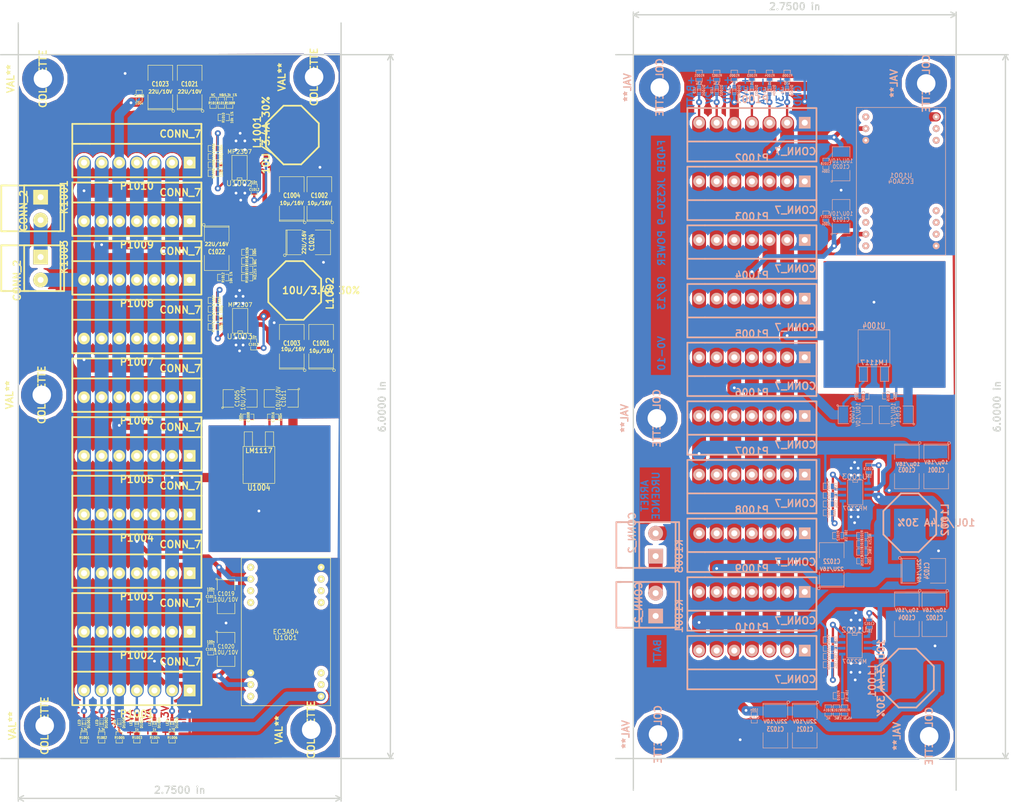
<source format=kicad_pcb>
(kicad_pcb (version 3) (host pcbnew "(2013-07-07 BZR 4022)-stable")
  (title_block (title "JK330-9 POWER") (rev V0-10) (company F4DEB))
  (layers (15 Dessus.Cu signal) (0 Dessous.Cu signal))
  (net 0 "")
  (net 1 +12V)
  (net 2 +3.3V)
  (net 3 +5VA)
  (net 4 +5VD)
  (net 5 +BATT)
  (net 6 -5VA)
  (net 7 GND)
  (net 8 N-0000010)
  (net 9 N-0000011)
  (net 10 N-0000012)
  (net 11 N-0000013)
  (net 12 N-0000021)
  (net 13 N-0000022)
  (net 14 N-0000023)
  (net 15 N-0000024)
  (net 16 N-0000025)
  (net 17 N-0000026)
  (net 18 N-0000027)
  (net 19 N-0000028)
  (net 20 N-0000029)
  (net 21 N-0000030)
  (net 22 N-0000031)
  (net 23 N-0000032)
  (net 24 N-0000033)
  (net 25 N-000008)
  (net 26 N-000009)
  (module COLONETTE (layer Dessous.Cu) (at 183.388 110.49 270)
    (fp_text reference COLONETTE)
    (fp_text value VAL**)
    (pad 1 thru_hole circle (at 0 0 270) (size 8.99922 8.99922) (drill 4.0005) (layers *.Cu))
  )
  (module COLONETTE (layer Dessous.Cu) (at 183.642 178.943 270)
    (fp_text reference COLONETTE)
    (fp_text value VAL**)
    (pad 1 thru_hole circle (at 0 0 270) (size 8.99922 8.99922) (drill 4.0005) (layers *.Cu))
  )
  (module COLONETTE (layer Dessous.Cu) (at 184.023 38.862 270)
    (fp_text reference COLONETTE)
    (fp_text value VAL**)
    (pad 1 thru_hole circle (at 0 0 270) (size 8.99922 8.99922) (drill 4.0005) (layers *.Cu))
  )
  (module COLONETTE (layer Dessous.Cu) (at 242.316 179.324 270)
    (fp_text reference COLONETTE)
    (fp_text value VAL**)
    (pad 1 thru_hole circle (at 0 0 270) (size 8.99922 8.99922) (drill 4.0005) (layers *.Cu))
  )
  (module COLONETTE (layer Dessous.Cu) (at 241.681 37.973 270)
    (fp_text reference COLONETTE)
    (fp_text value VAL**)
    (pad 1 thru_hole circle (at 0 0 270) (size 8.99922 8.99922) (drill 4.0005) (layers *.Cu))
  )
  (module SO8_WITH_EP (layer Dessous.Cu) (at 226.314 126.492 270)
    (fp_text reference U1003)
    (fp_text value MP2307)
    (pad 8 smd rect (at -1.905 2.667 270) (size 0.59944 1.39954) (layers Dessous.Cu Dessous.Pate Dessous.Masque) (net 21 N-0000030))
    (pad 1 smd rect (at -1.905 -2.667 270) (size 0.59944 1.39954) (layers Dessous.Cu Dessous.Pate Dessous.Masque) (net 22 N-0000031))
    (pad 7 smd rect (at -0.635 2.667 270) (size 0.59944 1.39954) (layers Dessous.Cu Dessous.Pate Dessous.Masque) (net 20 N-0000029))
    (pad 6 smd rect (at 0.635 2.667 270) (size 0.59944 1.39954) (layers Dessous.Cu Dessous.Pate Dessous.Masque) (net 14 N-0000023))
    (pad 5 smd rect (at 1.905 2.667 270) (size 0.59944 1.39954) (layers Dessous.Cu Dessous.Pate Dessous.Masque) (net 24 N-0000033))
    (pad 2 smd rect (at -0.635 -2.667 270) (size 0.59944 1.39954) (layers Dessous.Cu Dessous.Pate Dessous.Masque) (net 5 +BATT))
    (pad 3 smd rect (at 0.635 -2.667 270) (size 0.59944 1.39954) (layers Dessous.Cu Dessous.Pate Dessous.Masque) (net 23 N-0000032))
    (pad 4 smd rect (at 1.905 -2.667 270) (size 0.59944 1.39954) (layers Dessous.Cu Dessous.Pate Dessous.Masque) (net 7 GND))
    (pad 9 smd rect (at 0 0 270) (size 4.0005 2.79908) (layers Dessous.Cu Dessous.Pate Dessous.Masque) (net 7 GND))
  )
  (module SO8_WITH_EP (layer Dessous.Cu) (at 226.187 159.639 270)
    (fp_text reference U1002)
    (fp_text value MP2307)
    (pad 8 smd rect (at -1.905 2.667 270) (size 0.59944 1.39954) (layers Dessous.Cu Dessous.Pate Dessous.Masque) (net 12 N-0000021))
    (pad 1 smd rect (at -1.905 -2.667 270) (size 0.59944 1.39954) (layers Dessous.Cu Dessous.Pate Dessous.Masque) (net 11 N-0000013))
    (pad 7 smd rect (at -0.635 2.667 270) (size 0.59944 1.39954) (layers Dessous.Cu Dessous.Pate Dessous.Masque) (net 13 N-0000022))
    (pad 6 smd rect (at 0.635 2.667 270) (size 0.59944 1.39954) (layers Dessous.Cu Dessous.Pate Dessous.Masque) (net 10 N-0000012))
    (pad 5 smd rect (at 1.905 2.667 270) (size 0.59944 1.39954) (layers Dessous.Cu Dessous.Pate Dessous.Masque) (net 9 N-0000011))
    (pad 2 smd rect (at -0.635 -2.667 270) (size 0.59944 1.39954) (layers Dessous.Cu Dessous.Pate Dessous.Masque) (net 5 +BATT))
    (pad 3 smd rect (at 0.635 -2.667 270) (size 0.59944 1.39954) (layers Dessous.Cu Dessous.Pate Dessous.Masque) (net 8 N-0000010))
    (pad 4 smd rect (at 1.905 -2.667 270) (size 0.59944 1.39954) (layers Dessous.Cu Dessous.Pate Dessous.Masque) (net 7 GND))
    (pad 9 smd rect (at 0 0 270) (size 4.0005 2.79908) (layers Dessous.Cu Dessous.Pate Dessous.Masque) (net 7 GND))
  )
  (module WEIDMULLER2-508 (layer Dessous.Cu) (at 183.134 140.335 90)
    (fp_text reference K1003)
    (fp_text value CONN_2)
    (pad 1 thru_hole rect (at 0 0 90) (size 3.2004 3.2004) (drill 1.30048) (layers *.Cu *.Mask Dessous.SilkS) (net 26 N-000009))
    (pad 2 thru_hole circle (at 4.953 0 90) (size 3.2004 3.2004) (drill 1.30048) (layers *.Cu *.Mask Dessous.SilkS) (net 5 +BATT))
  )
  (module SELF10 (layer Dessous.Cu) (at 243.84 133.096 90)
    (fp_text reference L1002)
    (fp_text value "10U/3.4A 30%")
    (pad 1 smd rect (at 0 0 90) (size 5.99948 2.99974) (layers Dessous.Cu Dessous.Pate Dessous.Masque) (net 23 N-0000032))
    (pad 2 smd rect (at 0 -11.43 90) (size 5.99948 2.99974) (layers Dessous.Cu Dessous.Pate Dessous.Masque) (net 1 +12V))
  )
  (module SELF10 (layer Dessous.Cu) (at 231.902 166.751 270)
    (fp_text reference L1001)
    (fp_text value "10U/3.4A 30%")
    (pad 1 smd rect (at 0 0 270) (size 5.99948 2.99974) (layers Dessous.Cu Dessous.Pate Dessous.Masque) (net 8 N-0000010))
    (pad 2 smd rect (at 0 -11.43 270) (size 5.99948 2.99974) (layers Dessous.Cu Dessous.Pate Dessous.Masque) (net 4 +5VD))
  )
  (module WEIDMULLER2-508 (layer Dessous.Cu) (at 183.134 153.289 90)
    (fp_text reference K1001)
    (fp_text value CONN_2)
    (pad 1 thru_hole rect (at 0 0 90) (size 3.2004 3.2004) (drill 1.30048) (layers *.Cu *.Mask Dessous.SilkS) (net 7 GND))
    (pad 2 thru_hole circle (at 4.953 0 90) (size 3.2004 3.2004) (drill 1.30048) (layers *.Cu *.Mask Dessous.SilkS) (net 26 N-000009))
  )
  (module DPAK2 (layer Dessous.Cu) (at 230.378 100.838 180)
    (fp_text reference U1004)
    (fp_text value LM1117)
    (pad 1 smd rect (at -2.286 0 180) (size 1.651 3.048) (layers Dessous.Cu Dessous.Pate Dessous.Masque) (net 7 GND))
    (pad 2 smd rect (at 0 6.35 180) (size 6.096 6.096) (layers Dessous.Cu Dessous.Pate Dessous.Masque) (net 2 +3.3V))
    (pad 3 smd rect (at 2.286 0 180) (size 1.651 3.048) (layers Dessous.Cu Dessous.Pate Dessous.Masque) (net 4 +5VD))
  )
  (module EC3A (layer Dessous.Cu) (at 236.22 59.182 180)
    (fp_text reference U1001)
    (fp_text value EC3A04)
    (pad 1 thru_hole circle (at -7.62 13.97 180) (size 1.5 1.5) (drill 0.6) (layers *.Cu *.Mask Dessous.SilkS) (net 4 +5VD))
    (pad 2 thru_hole circle (at -7.62 11.43 180) (size 1.5 1.5) (drill 0.6) (layers *.Cu *.Mask Dessous.SilkS))
    (pad 3 thru_hole circle (at -7.62 8.89 180) (size 1.5 1.5) (drill 0.6) (layers *.Cu *.Mask Dessous.SilkS))
    (pad 9 thru_hole circle (at -7.62 -6.35 180) (size 1.5 1.5) (drill 0.6) (layers *.Cu *.Mask Dessous.SilkS))
    (pad 10 thru_hole circle (at -7.62 -8.89 180) (size 1.5 1.5) (drill 0.6) (layers *.Cu *.Mask Dessous.SilkS))
    (pad 11 thru_hole circle (at -7.62 -11.43 180) (size 1.5 1.5) (drill 0.6) (layers *.Cu *.Mask Dessous.SilkS))
    (pad 12 thru_hole circle (at -7.62 -13.97 180) (size 1.5 1.5) (drill 0.6) (layers *.Cu *.Mask Dessous.SilkS) (net 7 GND))
    (pad 13 thru_hole circle (at 7.62 -13.97 180) (size 1.5 1.5) (drill 0.6) (layers *.Cu *.Mask Dessous.SilkS))
    (pad 14 thru_hole circle (at 7.62 -11.43 180) (size 1.5 1.5) (drill 0.6) (layers *.Cu *.Mask Dessous.SilkS) (net 3 +5VA))
    (pad 15 thru_hole circle (at 7.62 -8.89 180) (size 1.5 1.5) (drill 0.6) (layers *.Cu *.Mask Dessous.SilkS))
    (pad 16 thru_hole circle (at 7.62 -6.35 180) (size 1.5 1.5) (drill 0.6) (layers *.Cu *.Mask Dessous.SilkS))
    (pad 22 thru_hole circle (at 7.62 8.89 180) (size 1.5 1.5) (drill 0.6) (layers *.Cu *.Mask Dessous.SilkS) (net 7 GND))
    (pad 23 thru_hole circle (at 7.62 11.43 180) (size 1.5 1.5) (drill 0.6) (layers *.Cu *.Mask Dessous.SilkS) (net 6 -5VA))
    (pad 24 thru_hole circle (at 7.62 13.97 180) (size 1.5 1.5) (drill 0.6) (layers *.Cu *.Mask Dessous.SilkS))
  )
  (module LED-0603 (layer Dessous.Cu) (at 211.582 39.497 90)
    (fp_text reference D1006)
    (fp_text value LED)
    (pad 1 smd rect (at -0.7493 0 90) (size 0.79756 0.79756) (layers Dessous.Cu Dessous.Pate Dessous.Masque) (net 2 +3.3V))
    (pad 2 smd rect (at 0.7493 0 90) (size 0.79756 0.79756) (layers Dessous.Cu Dessous.Pate Dessous.Masque) (net 19 N-0000028))
  )
  (module LED-0603 (layer Dessous.Cu) (at 200.152 39.497 90)
    (fp_text reference D1005)
    (fp_text value LED)
    (pad 1 smd rect (at -0.7493 0 90) (size 0.79756 0.79756) (layers Dessous.Cu Dessous.Pate Dessous.Masque) (net 4 +5VD))
    (pad 2 smd rect (at 0.7493 0 90) (size 0.79756 0.79756) (layers Dessous.Cu Dessous.Pate Dessous.Masque) (net 18 N-0000027))
  )
  (module LED-0603 (layer Dessous.Cu) (at 207.772 39.497 90)
    (fp_text reference D1004)
    (fp_text value LED)
    (pad 1 smd rect (at -0.7493 0 90) (size 0.79756 0.79756) (layers Dessous.Cu Dessous.Pate Dessous.Masque) (net 6 -5VA))
    (pad 2 smd rect (at 0.7493 0 90) (size 0.79756 0.79756) (layers Dessous.Cu Dessous.Pate Dessous.Masque) (net 17 N-0000026))
  )
  (module LED-0603 (layer Dessous.Cu) (at 203.962 39.497 90)
    (fp_text reference D1003)
    (fp_text value LED)
    (pad 1 smd rect (at -0.7493 0 90) (size 0.79756 0.79756) (layers Dessous.Cu Dessous.Pate Dessous.Masque) (net 3 +5VA))
    (pad 2 smd rect (at 0.7493 0 90) (size 0.79756 0.79756) (layers Dessous.Cu Dessous.Pate Dessous.Masque) (net 16 N-0000025))
  )
  (module LED-0603 (layer Dessous.Cu) (at 196.342 39.497 90)
    (fp_text reference D1002)
    (fp_text value LED)
    (pad 1 smd rect (at -0.7493 0 90) (size 0.79756 0.79756) (layers Dessous.Cu Dessous.Pate Dessous.Masque) (net 1 +12V))
    (pad 2 smd rect (at 0.7493 0 90) (size 0.79756 0.79756) (layers Dessous.Cu Dessous.Pate Dessous.Masque) (net 15 N-0000024))
  )
  (module LED-0603 (layer Dessous.Cu) (at 192.532 39.497 90)
    (fp_text reference D1001)
    (fp_text value LED)
    (pad 1 smd rect (at -0.7493 0 90) (size 0.79756 0.79756) (layers Dessous.Cu Dessous.Pate Dessous.Masque) (net 5 +BATT))
    (pad 2 smd rect (at 0.7493 0 90) (size 0.79756 0.79756) (layers Dessous.Cu Dessous.Pate Dessous.Masque) (net 25 N-000008))
  )
  (module PHONCONT-7-D-3-81 (layer Dessous.Cu) (at 203.962 84.582 180)
    (fp_text reference P1004)
    (fp_text value CONN_7)
    (pad 1 thru_hole rect (at -11.43 0 180) (size 2.54 2.54) (drill 1.30048) (layers *.Cu *.Mask Dessous.SilkS) (net 7 GND))
    (pad 2 thru_hole circle (at -7.62 0 180) (size 2.54 2.54) (drill 1.30048) (layers *.Cu *.Mask Dessous.SilkS) (net 2 +3.3V))
    (pad 3 thru_hole circle (at -3.81 0 180) (size 2.54 2.54) (drill 1.30048) (layers *.Cu *.Mask Dessous.SilkS) (net 6 -5VA))
    (pad 4 thru_hole circle (at 0 0 180) (size 2.54 2.54) (drill 1.30048) (layers *.Cu *.Mask Dessous.SilkS) (net 3 +5VA))
    (pad 5 thru_hole circle (at 3.81 0 180) (size 2.54 2.54) (drill 1.30048) (layers *.Cu *.Mask Dessous.SilkS) (net 4 +5VD))
    (pad 6 thru_hole circle (at 7.62 0 180) (size 2.54 2.54) (drill 1.30048) (layers *.Cu *.Mask Dessous.SilkS) (net 1 +12V))
    (pad 7 thru_hole circle (at 11.43 0 180) (size 2.54 2.54) (drill 1.30048) (layers *.Cu *.Mask Dessous.SilkS) (net 5 +BATT))
  )
  (module PHONCONT-7-D-3-81 (layer Dessous.Cu) (at 203.962 135.382 180)
    (fp_text reference P1008)
    (fp_text value CONN_7)
    (pad 1 thru_hole rect (at -11.43 0 180) (size 2.54 2.54) (drill 1.30048) (layers *.Cu *.Mask Dessous.SilkS) (net 7 GND))
    (pad 2 thru_hole circle (at -7.62 0 180) (size 2.54 2.54) (drill 1.30048) (layers *.Cu *.Mask Dessous.SilkS) (net 2 +3.3V))
    (pad 3 thru_hole circle (at -3.81 0 180) (size 2.54 2.54) (drill 1.30048) (layers *.Cu *.Mask Dessous.SilkS) (net 6 -5VA))
    (pad 4 thru_hole circle (at 0 0 180) (size 2.54 2.54) (drill 1.30048) (layers *.Cu *.Mask Dessous.SilkS) (net 3 +5VA))
    (pad 5 thru_hole circle (at 3.81 0 180) (size 2.54 2.54) (drill 1.30048) (layers *.Cu *.Mask Dessous.SilkS) (net 4 +5VD))
    (pad 6 thru_hole circle (at 7.62 0 180) (size 2.54 2.54) (drill 1.30048) (layers *.Cu *.Mask Dessous.SilkS) (net 1 +12V))
    (pad 7 thru_hole circle (at 11.43 0 180) (size 2.54 2.54) (drill 1.30048) (layers *.Cu *.Mask Dessous.SilkS) (net 5 +BATT))
  )
  (module PHONCONT-7-D-3-81 (layer Dessous.Cu) (at 203.962 71.882 180)
    (fp_text reference P1003)
    (fp_text value CONN_7)
    (pad 1 thru_hole rect (at -11.43 0 180) (size 2.54 2.54) (drill 1.30048) (layers *.Cu *.Mask Dessous.SilkS) (net 7 GND))
    (pad 2 thru_hole circle (at -7.62 0 180) (size 2.54 2.54) (drill 1.30048) (layers *.Cu *.Mask Dessous.SilkS) (net 2 +3.3V))
    (pad 3 thru_hole circle (at -3.81 0 180) (size 2.54 2.54) (drill 1.30048) (layers *.Cu *.Mask Dessous.SilkS) (net 6 -5VA))
    (pad 4 thru_hole circle (at 0 0 180) (size 2.54 2.54) (drill 1.30048) (layers *.Cu *.Mask Dessous.SilkS) (net 3 +5VA))
    (pad 5 thru_hole circle (at 3.81 0 180) (size 2.54 2.54) (drill 1.30048) (layers *.Cu *.Mask Dessous.SilkS) (net 4 +5VD))
    (pad 6 thru_hole circle (at 7.62 0 180) (size 2.54 2.54) (drill 1.30048) (layers *.Cu *.Mask Dessous.SilkS) (net 1 +12V))
    (pad 7 thru_hole circle (at 11.43 0 180) (size 2.54 2.54) (drill 1.30048) (layers *.Cu *.Mask Dessous.SilkS) (net 5 +BATT))
  )
  (module PHONCONT-7-D-3-81 (layer Dessous.Cu) (at 203.962 122.682 180)
    (fp_text reference P1007)
    (fp_text value CONN_7)
    (pad 1 thru_hole rect (at -11.43 0 180) (size 2.54 2.54) (drill 1.30048) (layers *.Cu *.Mask Dessous.SilkS) (net 7 GND))
    (pad 2 thru_hole circle (at -7.62 0 180) (size 2.54 2.54) (drill 1.30048) (layers *.Cu *.Mask Dessous.SilkS) (net 2 +3.3V))
    (pad 3 thru_hole circle (at -3.81 0 180) (size 2.54 2.54) (drill 1.30048) (layers *.Cu *.Mask Dessous.SilkS) (net 6 -5VA))
    (pad 4 thru_hole circle (at 0 0 180) (size 2.54 2.54) (drill 1.30048) (layers *.Cu *.Mask Dessous.SilkS) (net 3 +5VA))
    (pad 5 thru_hole circle (at 3.81 0 180) (size 2.54 2.54) (drill 1.30048) (layers *.Cu *.Mask Dessous.SilkS) (net 4 +5VD))
    (pad 6 thru_hole circle (at 7.62 0 180) (size 2.54 2.54) (drill 1.30048) (layers *.Cu *.Mask Dessous.SilkS) (net 1 +12V))
    (pad 7 thru_hole circle (at 11.43 0 180) (size 2.54 2.54) (drill 1.30048) (layers *.Cu *.Mask Dessous.SilkS) (net 5 +BATT))
  )
  (module PHONCONT-7-D-3-81 (layer Dessous.Cu) (at 203.962 59.182 180)
    (fp_text reference P1002)
    (fp_text value CONN_7)
    (pad 1 thru_hole rect (at -11.43 0 180) (size 2.54 2.54) (drill 1.30048) (layers *.Cu *.Mask Dessous.SilkS) (net 7 GND))
    (pad 2 thru_hole circle (at -7.62 0 180) (size 2.54 2.54) (drill 1.30048) (layers *.Cu *.Mask Dessous.SilkS) (net 2 +3.3V))
    (pad 3 thru_hole circle (at -3.81 0 180) (size 2.54 2.54) (drill 1.30048) (layers *.Cu *.Mask Dessous.SilkS) (net 6 -5VA))
    (pad 4 thru_hole circle (at 0 0 180) (size 2.54 2.54) (drill 1.30048) (layers *.Cu *.Mask Dessous.SilkS) (net 3 +5VA))
    (pad 5 thru_hole circle (at 3.81 0 180) (size 2.54 2.54) (drill 1.30048) (layers *.Cu *.Mask Dessous.SilkS) (net 4 +5VD))
    (pad 6 thru_hole circle (at 7.62 0 180) (size 2.54 2.54) (drill 1.30048) (layers *.Cu *.Mask Dessous.SilkS) (net 1 +12V))
    (pad 7 thru_hole circle (at 11.43 0 180) (size 2.54 2.54) (drill 1.30048) (layers *.Cu *.Mask Dessous.SilkS) (net 5 +BATT))
  )
  (module PHONCONT-7-D-3-81 (layer Dessous.Cu) (at 203.962 109.982 180)
    (fp_text reference P1006)
    (fp_text value CONN_7)
    (pad 1 thru_hole rect (at -11.43 0 180) (size 2.54 2.54) (drill 1.30048) (layers *.Cu *.Mask Dessous.SilkS) (net 7 GND))
    (pad 2 thru_hole circle (at -7.62 0 180) (size 2.54 2.54) (drill 1.30048) (layers *.Cu *.Mask Dessous.SilkS) (net 2 +3.3V))
    (pad 3 thru_hole circle (at -3.81 0 180) (size 2.54 2.54) (drill 1.30048) (layers *.Cu *.Mask Dessous.SilkS) (net 6 -5VA))
    (pad 4 thru_hole circle (at 0 0 180) (size 2.54 2.54) (drill 1.30048) (layers *.Cu *.Mask Dessous.SilkS) (net 3 +5VA))
    (pad 5 thru_hole circle (at 3.81 0 180) (size 2.54 2.54) (drill 1.30048) (layers *.Cu *.Mask Dessous.SilkS) (net 4 +5VD))
    (pad 6 thru_hole circle (at 7.62 0 180) (size 2.54 2.54) (drill 1.30048) (layers *.Cu *.Mask Dessous.SilkS) (net 1 +12V))
    (pad 7 thru_hole circle (at 11.43 0 180) (size 2.54 2.54) (drill 1.30048) (layers *.Cu *.Mask Dessous.SilkS) (net 5 +BATT))
  )
  (module PHONCONT-7-D-3-81 (layer Dessous.Cu) (at 203.962 148.082 180)
    (fp_text reference P1009)
    (fp_text value CONN_7)
    (pad 1 thru_hole rect (at -11.43 0 180) (size 2.54 2.54) (drill 1.30048) (layers *.Cu *.Mask Dessous.SilkS) (net 7 GND))
    (pad 2 thru_hole circle (at -7.62 0 180) (size 2.54 2.54) (drill 1.30048) (layers *.Cu *.Mask Dessous.SilkS) (net 2 +3.3V))
    (pad 3 thru_hole circle (at -3.81 0 180) (size 2.54 2.54) (drill 1.30048) (layers *.Cu *.Mask Dessous.SilkS) (net 6 -5VA))
    (pad 4 thru_hole circle (at 0 0 180) (size 2.54 2.54) (drill 1.30048) (layers *.Cu *.Mask Dessous.SilkS) (net 3 +5VA))
    (pad 5 thru_hole circle (at 3.81 0 180) (size 2.54 2.54) (drill 1.30048) (layers *.Cu *.Mask Dessous.SilkS) (net 4 +5VD))
    (pad 6 thru_hole circle (at 7.62 0 180) (size 2.54 2.54) (drill 1.30048) (layers *.Cu *.Mask Dessous.SilkS) (net 1 +12V))
    (pad 7 thru_hole circle (at 11.43 0 180) (size 2.54 2.54) (drill 1.30048) (layers *.Cu *.Mask Dessous.SilkS) (net 5 +BATT))
  )
  (module PHONCONT-7-D-3-81 (layer Dessous.Cu) (at 203.962 97.282 180)
    (fp_text reference P1005)
    (fp_text value CONN_7)
    (pad 1 thru_hole rect (at -11.43 0 180) (size 2.54 2.54) (drill 1.30048) (layers *.Cu *.Mask Dessous.SilkS) (net 7 GND))
    (pad 2 thru_hole circle (at -7.62 0 180) (size 2.54 2.54) (drill 1.30048) (layers *.Cu *.Mask Dessous.SilkS) (net 2 +3.3V))
    (pad 3 thru_hole circle (at -3.81 0 180) (size 2.54 2.54) (drill 1.30048) (layers *.Cu *.Mask Dessous.SilkS) (net 6 -5VA))
    (pad 4 thru_hole circle (at 0 0 180) (size 2.54 2.54) (drill 1.30048) (layers *.Cu *.Mask Dessous.SilkS) (net 3 +5VA))
    (pad 5 thru_hole circle (at 3.81 0 180) (size 2.54 2.54) (drill 1.30048) (layers *.Cu *.Mask Dessous.SilkS) (net 4 +5VD))
    (pad 6 thru_hole circle (at 7.62 0 180) (size 2.54 2.54) (drill 1.30048) (layers *.Cu *.Mask Dessous.SilkS) (net 1 +12V))
    (pad 7 thru_hole circle (at 11.43 0 180) (size 2.54 2.54) (drill 1.30048) (layers *.Cu *.Mask Dessous.SilkS) (net 5 +BATT))
  )
  (module PHONCONT-7-D-3-81 (layer Dessous.Cu) (at 203.962 160.782 180)
    (fp_text reference P1010)
    (fp_text value CONN_7)
    (pad 1 thru_hole rect (at -11.43 0 180) (size 2.54 2.54) (drill 1.30048) (layers *.Cu *.Mask Dessous.SilkS) (net 7 GND))
    (pad 2 thru_hole circle (at -7.62 0 180) (size 2.54 2.54) (drill 1.30048) (layers *.Cu *.Mask Dessous.SilkS) (net 2 +3.3V))
    (pad 3 thru_hole circle (at -3.81 0 180) (size 2.54 2.54) (drill 1.30048) (layers *.Cu *.Mask Dessous.SilkS) (net 6 -5VA))
    (pad 4 thru_hole circle (at 0 0 180) (size 2.54 2.54) (drill 1.30048) (layers *.Cu *.Mask Dessous.SilkS) (net 3 +5VA))
    (pad 5 thru_hole circle (at 3.81 0 180) (size 2.54 2.54) (drill 1.30048) (layers *.Cu *.Mask Dessous.SilkS) (net 4 +5VD))
    (pad 6 thru_hole circle (at 7.62 0 180) (size 2.54 2.54) (drill 1.30048) (layers *.Cu *.Mask Dessous.SilkS) (net 1 +12V))
    (pad 7 thru_hole circle (at 11.43 0 180) (size 2.54 2.54) (drill 1.30048) (layers *.Cu *.Mask Dessous.SilkS) (net 5 +BATT))
  )
  (module SM0603_Capa (layer Dessous.Cu) (at 229.235 121.412 90)
    (fp_text reference C1013)
    (fp_text value 10n)
    (pad 1 smd rect (at -0.762 0 90) (size 0.635 1.143) (layers Dessous.Cu Dessous.Pate Dessous.Masque) (net 22 N-0000031))
    (pad 2 smd rect (at 0.762 0 90) (size 0.635 1.143) (layers Dessous.Cu Dessous.Pate Dessous.Masque) (net 23 N-0000032))
  )
  (module SM0603_Capa (layer Dessous.Cu) (at 220.599 130.937 180)
    (fp_text reference C1007)
    (fp_text value 100n)
    (pad 1 smd rect (at -0.762 0 180) (size 0.635 1.143) (layers Dessous.Cu Dessous.Pate Dessous.Masque) (net 21 N-0000030))
    (pad 2 smd rect (at 0.762 0 180) (size 0.635 1.143) (layers Dessous.Cu Dessous.Pate Dessous.Masque) (net 7 GND))
  )
  (module SM0603_Capa (layer Dessous.Cu) (at 220.599 127.127 180)
    (fp_text reference C1010)
    (fp_text value 3.3n)
    (pad 1 smd rect (at -0.762 0 180) (size 0.635 1.143) (layers Dessous.Cu Dessous.Pate Dessous.Masque) (net 14 N-0000023))
    (pad 2 smd rect (at 0.762 0 180) (size 0.635 1.143) (layers Dessous.Cu Dessous.Pate Dessous.Masque) (net 7 GND))
  )
  (module SM0603_Capa (layer Dessous.Cu) (at 220.599 129.032 180)
    (fp_text reference C1015)
    (fp_text value 100p)
    (pad 1 smd rect (at -0.762 0 180) (size 0.635 1.143) (layers Dessous.Cu Dessous.Pate Dessous.Masque) (net 14 N-0000023))
    (pad 2 smd rect (at 0.762 0 180) (size 0.635 1.143) (layers Dessous.Cu Dessous.Pate Dessous.Masque) (net 7 GND))
  )
  (module SM0603_Capa (layer Dessous.Cu) (at 204.47 175.26 270)
    (fp_text reference C1025)
    (fp_text value 100n)
    (pad 1 smd rect (at -0.762 0 270) (size 0.635 1.143) (layers Dessous.Cu Dessous.Pate Dessous.Masque) (net 4 +5VD))
    (pad 2 smd rect (at 0.762 0 270) (size 0.635 1.143) (layers Dessous.Cu Dessous.Pate Dessous.Masque) (net 7 GND))
  )
  (module SM0603_Capa (layer Dessous.Cu) (at 227.838 141.351 180)
    (fp_text reference C1026)
    (fp_text value 100n)
    (pad 1 smd rect (at -0.762 0 180) (size 0.635 1.143) (layers Dessous.Cu Dessous.Pate Dessous.Masque) (net 1 +12V))
    (pad 2 smd rect (at 0.762 0 180) (size 0.635 1.143) (layers Dessous.Cu Dessous.Pate Dessous.Masque) (net 7 GND))
  )
  (module SM0603_Capa (layer Dessous.Cu) (at 220.599 162.052 180)
    (fp_text reference C1014)
    (fp_text value 100p)
    (pad 1 smd rect (at -0.762 0 180) (size 0.635 1.143) (layers Dessous.Cu Dessous.Pate Dessous.Masque) (net 10 N-0000012))
    (pad 2 smd rect (at 0.762 0 180) (size 0.635 1.143) (layers Dessous.Cu Dessous.Pate Dessous.Masque) (net 7 GND))
  )
  (module SM0603_Capa (layer Dessous.Cu) (at 233.426 105.664 180)
    (fp_text reference C1016)
    (fp_text value 100n)
    (pad 1 smd rect (at -0.762 0 180) (size 0.635 1.143) (layers Dessous.Cu Dessous.Pate Dessous.Masque) (net 2 +3.3V))
    (pad 2 smd rect (at 0.762 0 180) (size 0.635 1.143) (layers Dessous.Cu Dessous.Pate Dessous.Masque) (net 7 GND))
  )
  (module SM0603_Capa (layer Dessous.Cu) (at 228.092 105.664)
    (fp_text reference C1008)
    (fp_text value 100n)
    (pad 1 smd rect (at -0.762 0) (size 0.635 1.143) (layers Dessous.Cu Dessous.Pate Dessous.Masque) (net 4 +5VD))
    (pad 2 smd rect (at 0.762 0) (size 0.635 1.143) (layers Dessous.Cu Dessous.Pate Dessous.Masque) (net 7 GND))
  )
  (module SM0603_Capa (layer Dessous.Cu) (at 220.599 163.83 180)
    (fp_text reference C1006)
    (fp_text value 100n)
    (pad 1 smd rect (at -0.762 0 180) (size 0.635 1.143) (layers Dessous.Cu Dessous.Pate Dessous.Masque) (net 12 N-0000021))
    (pad 2 smd rect (at 0.762 0 180) (size 0.635 1.143) (layers Dessous.Cu Dessous.Pate Dessous.Masque) (net 7 GND))
  )
  (module SM0603_Capa (layer Dessous.Cu) (at 229.362 154.94 90)
    (fp_text reference C1012)
    (fp_text value 10n)
    (pad 1 smd rect (at -0.762 0 90) (size 0.635 1.143) (layers Dessous.Cu Dessous.Pate Dessous.Masque) (net 11 N-0000013))
    (pad 2 smd rect (at 0.762 0 90) (size 0.635 1.143) (layers Dessous.Cu Dessous.Pate Dessous.Masque) (net 8 N-0000010))
  )
  (module SM0603_Capa (layer Dessous.Cu) (at 219.964 55.372 90)
    (fp_text reference C1018)
    (fp_text value 100n)
    (pad 1 smd rect (at -0.762 0 90) (size 0.635 1.143) (layers Dessous.Cu Dessous.Pate Dessous.Masque) (net 7 GND))
    (pad 2 smd rect (at 0.762 0 90) (size 0.635 1.143) (layers Dessous.Cu Dessous.Pate Dessous.Masque) (net 6 -5VA))
  )
  (module SM0603_Capa (layer Dessous.Cu) (at 219.964 66.802 90)
    (fp_text reference C1017)
    (fp_text value 100n)
    (pad 1 smd rect (at -0.762 0 90) (size 0.635 1.143) (layers Dessous.Cu Dessous.Pate Dessous.Masque) (net 3 +5VA))
    (pad 2 smd rect (at 0.762 0 90) (size 0.635 1.143) (layers Dessous.Cu Dessous.Pate Dessous.Masque) (net 7 GND))
  )
  (module SM0603_Capa (layer Dessous.Cu) (at 220.599 160.274 180)
    (fp_text reference C1009)
    (fp_text value 3.3n)
    (pad 1 smd rect (at -0.762 0 180) (size 0.635 1.143) (layers Dessous.Cu Dessous.Pate Dessous.Masque) (net 10 N-0000012))
    (pad 2 smd rect (at 0.762 0 180) (size 0.635 1.143) (layers Dessous.Cu Dessous.Pate Dessous.Masque) (net 7 GND))
  )
  (module SM0603_Resistor (layer Dessous.Cu) (at 220.599 158.496 180)
    (fp_text reference R1008)
    (fp_text value 100k)
    (pad 1 smd rect (at -0.762 0 180) (size 0.635 1.143) (layers Dessous.Cu Dessous.Pate Dessous.Masque) (net 13 N-0000022))
    (pad 2 smd rect (at 0.762 0 180) (size 0.635 1.143) (layers Dessous.Cu Dessous.Pate Dessous.Masque) (net 5 +BATT))
  )
  (module SM0603_Resistor (layer Dessous.Cu) (at 222.758 170.561 180)
    (fp_text reference R1010)
    (fp_text value "10k 1%")
    (pad 1 smd rect (at -0.762 0 180) (size 0.635 1.143) (layers Dessous.Cu Dessous.Pate Dessous.Masque) (net 9 N-0000011))
    (pad 2 smd rect (at 0.762 0 180) (size 0.635 1.143) (layers Dessous.Cu Dessous.Pate Dessous.Masque) (net 7 GND))
  )
  (module SM0603_Resistor (layer Dessous.Cu) (at 220.599 125.222 180)
    (fp_text reference R1007)
    (fp_text value 100k)
    (pad 1 smd rect (at -0.762 0 180) (size 0.635 1.143) (layers Dessous.Cu Dessous.Pate Dessous.Masque) (net 20 N-0000029))
    (pad 2 smd rect (at 0.762 0 180) (size 0.635 1.143) (layers Dessous.Cu Dessous.Pate Dessous.Masque) (net 5 +BATT))
  )
  (module SM0603_Resistor (layer Dessous.Cu) (at 224.028 173.736 90)
    (fp_text reference R1009)
    (fp_text value "45.3k 1%")
    (pad 1 smd rect (at -0.762 0 90) (size 0.635 1.143) (layers Dessous.Cu Dessous.Pate Dessous.Masque) (net 4 +5VD))
    (pad 2 smd rect (at 0.762 0 90) (size 0.635 1.143) (layers Dessous.Cu Dessous.Pate Dessous.Masque) (net 9 N-0000011))
  )
  (module SM0603_Resistor (layer Dessous.Cu) (at 220.472 173.736 90)
    (fp_text reference R1014)
    (fp_text value NC)
    (pad 1 smd rect (at -0.762 0 90) (size 0.635 1.143) (layers Dessous.Cu Dessous.Pate Dessous.Masque) (net 4 +5VD))
    (pad 2 smd rect (at 0.762 0 90) (size 0.635 1.143) (layers Dessous.Cu Dessous.Pate Dessous.Masque) (net 9 N-0000011))
  )
  (module SM0603_Resistor (layer Dessous.Cu) (at 227.838 139.446 180)
    (fp_text reference R1016)
    (fp_text value NC)
    (pad 1 smd rect (at -0.762 0 180) (size 0.635 1.143) (layers Dessous.Cu Dessous.Pate Dessous.Masque) (net 1 +12V))
    (pad 2 smd rect (at 0.762 0 180) (size 0.635 1.143) (layers Dessous.Cu Dessous.Pate Dessous.Masque) (net 24 N-0000033))
  )
  (module SM0603_Resistor (layer Dessous.Cu) (at 227.838 135.89 180)
    (fp_text reference R1015)
    (fp_text value NC)
    (pad 1 smd rect (at -0.762 0 180) (size 0.635 1.143) (layers Dessous.Cu Dessous.Pate Dessous.Masque) (net 1 +12V))
    (pad 2 smd rect (at 0.762 0 180) (size 0.635 1.143) (layers Dessous.Cu Dessous.Pate Dessous.Masque) (net 24 N-0000033))
  )
  (module SM0603_Resistor (layer Dessous.Cu) (at 192.532 36.322 90)
    (fp_text reference R1001)
    (fp_text value 3.3k)
    (pad 1 smd rect (at -0.762 0 90) (size 0.635 1.143) (layers Dessous.Cu Dessous.Pate Dessous.Masque) (net 25 N-000008))
    (pad 2 smd rect (at 0.762 0 90) (size 0.635 1.143) (layers Dessous.Cu Dessous.Pate Dessous.Masque) (net 7 GND))
  )
  (module SM0603_Resistor (layer Dessous.Cu) (at 211.582 36.322 90)
    (fp_text reference R1006)
    (fp_text value 470)
    (pad 1 smd rect (at -0.762 0 90) (size 0.635 1.143) (layers Dessous.Cu Dessous.Pate Dessous.Masque) (net 19 N-0000028))
    (pad 2 smd rect (at 0.762 0 90) (size 0.635 1.143) (layers Dessous.Cu Dessous.Pate Dessous.Masque) (net 7 GND))
  )
  (module SM0603_Resistor (layer Dessous.Cu) (at 200.152 36.322 90)
    (fp_text reference R1005)
    (fp_text value 1k)
    (pad 1 smd rect (at -0.762 0 90) (size 0.635 1.143) (layers Dessous.Cu Dessous.Pate Dessous.Masque) (net 18 N-0000027))
    (pad 2 smd rect (at 0.762 0 90) (size 0.635 1.143) (layers Dessous.Cu Dessous.Pate Dessous.Masque) (net 7 GND))
  )
  (module SM0603_Resistor (layer Dessous.Cu) (at 207.772 36.322 90)
    (fp_text reference R1004)
    (fp_text value 1k)
    (pad 1 smd rect (at -0.762 0 90) (size 0.635 1.143) (layers Dessous.Cu Dessous.Pate Dessous.Masque) (net 17 N-0000026))
    (pad 2 smd rect (at 0.762 0 90) (size 0.635 1.143) (layers Dessous.Cu Dessous.Pate Dessous.Masque) (net 7 GND))
  )
  (module SM0603_Resistor (layer Dessous.Cu) (at 196.342 36.322 90)
    (fp_text reference R1002)
    (fp_text value 3.3k)
    (pad 1 smd rect (at -0.762 0 90) (size 0.635 1.143) (layers Dessous.Cu Dessous.Pate Dessous.Masque) (net 15 N-0000024))
    (pad 2 smd rect (at 0.762 0 90) (size 0.635 1.143) (layers Dessous.Cu Dessous.Pate Dessous.Masque) (net 7 GND))
  )
  (module SM0603_Resistor (layer Dessous.Cu) (at 203.962 36.322 90)
    (fp_text reference R1003)
    (fp_text value 1k)
    (pad 1 smd rect (at -0.762 0 90) (size 0.635 1.143) (layers Dessous.Cu Dessous.Pate Dessous.Masque) (net 16 N-0000025))
    (pad 2 smd rect (at 0.762 0 90) (size 0.635 1.143) (layers Dessous.Cu Dessous.Pate Dessous.Masque) (net 7 GND))
  )
  (module SM0603_Resistor (layer Dessous.Cu) (at 222.25 173.736 90)
    (fp_text reference R1013)
    (fp_text value NC)
    (pad 1 smd rect (at -0.762 0 90) (size 0.635 1.143) (layers Dessous.Cu Dessous.Pate Dessous.Masque) (net 4 +5VD))
    (pad 2 smd rect (at 0.762 0 90) (size 0.635 1.143) (layers Dessous.Cu Dessous.Pate Dessous.Masque) (net 9 N-0000011))
  )
  (module SM0603_Resistor (layer Dessous.Cu) (at 222.631 135.89 180)
    (fp_text reference R1012)
    (fp_text value "10k 1%")
    (pad 1 smd rect (at -0.762 0 180) (size 0.635 1.143) (layers Dessous.Cu Dessous.Pate Dessous.Masque) (net 24 N-0000033))
    (pad 2 smd rect (at 0.762 0 180) (size 0.635 1.143) (layers Dessous.Cu Dessous.Pate Dessous.Masque) (net 7 GND))
  )
  (module SM0603_Resistor (layer Dessous.Cu) (at 227.838 137.668 180)
    (fp_text reference R1011)
    (fp_text value "121k 1%")
    (pad 1 smd rect (at -0.762 0 180) (size 0.635 1.143) (layers Dessous.Cu Dessous.Pate Dessous.Masque) (net 1 +12V))
    (pad 2 smd rect (at 0.762 0 180) (size 0.635 1.143) (layers Dessous.Cu Dessous.Pate Dessous.Masque) (net 24 N-0000033))
  )
  (module SM1812L (layer Dessous.Cu) (at 226.314 109.728)
    (fp_text reference C1005)
    (fp_text value 10U/10V)
    (pad 1 smd rect (at -2.54 0) (size 2.032 3.556) (layers Dessous.Cu Dessous.Pate Dessous.Masque) (net 4 +5VD))
    (pad 2 smd rect (at 2.54 0) (size 2.032 3.556) (layers Dessous.Cu Dessous.Pate Dessous.Masque) (net 7 GND))
  )
  (module SM1812L (layer Dessous.Cu) (at 235.204 109.728 180)
    (fp_text reference C1011)
    (fp_text value 10U/10V)
    (pad 1 smd rect (at -2.54 0 180) (size 2.032 3.556) (layers Dessous.Cu Dessous.Pate Dessous.Masque) (net 2 +3.3V))
    (pad 2 smd rect (at 2.54 0 180) (size 2.032 3.556) (layers Dessous.Cu Dessous.Pate Dessous.Masque) (net 7 GND))
  )
  (module SM1812L (layer Dessous.Cu) (at 223.266 55.372 90)
    (fp_text reference C1020)
    (fp_text value 10U/10V)
    (pad 1 smd rect (at -2.54 0 90) (size 2.032 3.556) (layers Dessous.Cu Dessous.Pate Dessous.Masque) (net 7 GND))
    (pad 2 smd rect (at 2.54 0 90) (size 2.032 3.556) (layers Dessous.Cu Dessous.Pate Dessous.Masque) (net 6 -5VA))
  )
  (module SM1812L (layer Dessous.Cu) (at 223.266 66.802 90)
    (fp_text reference C1019)
    (fp_text value 10U/10V)
    (pad 1 smd rect (at -2.54 0 90) (size 2.032 3.556) (layers Dessous.Cu Dessous.Pate Dessous.Masque) (net 3 +5VA))
    (pad 2 smd rect (at 2.54 0 90) (size 2.032 3.556) (layers Dessous.Cu Dessous.Pate Dessous.Masque) (net 7 GND))
  )
  (module SM2112L (layer Dessous.Cu) (at 237.49 152.908 270)
    (fp_text reference C1004)
    (fp_text value 10µ/16V)
    (pad 2 smd rect (at 3.175 0 270) (size 2.794 4.826) (layers Dessous.Cu Dessous.Pate Dessous.Masque) (net 7 GND))
    (pad 1 smd rect (at -3.175 0 270) (size 2.794 4.826) (layers Dessous.Cu Dessous.Pate Dessous.Masque) (net 5 +BATT))
  )
  (module SM2112L (layer Dessous.Cu) (at 221.234 142.24 90)
    (fp_text reference C1022)
    (fp_text value 22U/16V)
    (pad 2 smd rect (at 3.175 0 90) (size 2.794 4.826) (layers Dessous.Cu Dessous.Pate Dessous.Masque) (net 7 GND))
    (pad 1 smd rect (at -3.175 0 90) (size 2.794 4.826) (layers Dessous.Cu Dessous.Pate Dessous.Masque) (net 1 +12V))
  )
  (module SM2112L (layer Dessous.Cu) (at 241.046 143.51)
    (fp_text reference C1024)
    (fp_text value 22U/16V)
    (pad 2 smd rect (at 3.175 0) (size 2.794 4.826) (layers Dessous.Cu Dessous.Pate Dessous.Masque) (net 7 GND))
    (pad 1 smd rect (at -3.175 0) (size 2.794 4.826) (layers Dessous.Cu Dessous.Pate Dessous.Masque) (net 1 +12V))
  )
  (module SM2112L (layer Dessous.Cu) (at 215.392 177.038 270)
    (fp_text reference C1021)
    (fp_text value 22U/10V)
    (pad 2 smd rect (at 3.175 0 270) (size 2.794 4.826) (layers Dessous.Cu Dessous.Pate Dessous.Masque) (net 7 GND))
    (pad 1 smd rect (at -3.175 0 270) (size 2.794 4.826) (layers Dessous.Cu Dessous.Pate Dessous.Masque) (net 4 +5VD))
  )
  (module SM2112L (layer Dessous.Cu) (at 243.84 120.904 270)
    (fp_text reference C1001)
    (fp_text value 10µ/16V)
    (pad 2 smd rect (at 3.175 0 270) (size 2.794 4.826) (layers Dessous.Cu Dessous.Pate Dessous.Masque) (net 7 GND))
    (pad 1 smd rect (at -3.175 0 270) (size 2.794 4.826) (layers Dessous.Cu Dessous.Pate Dessous.Masque) (net 5 +BATT))
  )
  (module SM2112L (layer Dessous.Cu) (at 209.042 177.038 270)
    (fp_text reference C1023)
    (fp_text value 22U/10V)
    (pad 2 smd rect (at 3.175 0 270) (size 2.794 4.826) (layers Dessous.Cu Dessous.Pate Dessous.Masque) (net 7 GND))
    (pad 1 smd rect (at -3.175 0 270) (size 2.794 4.826) (layers Dessous.Cu Dessous.Pate Dessous.Masque) (net 4 +5VD))
  )
  (module SM2112L (layer Dessous.Cu) (at 243.459 152.908 270)
    (fp_text reference C1002)
    (fp_text value 10µ/16V)
    (pad 2 smd rect (at 3.175 0 270) (size 2.794 4.826) (layers Dessous.Cu Dessous.Pate Dessous.Masque) (net 7 GND))
    (pad 1 smd rect (at -3.175 0 270) (size 2.794 4.826) (layers Dessous.Cu Dessous.Pate Dessous.Masque) (net 5 +BATT))
  )
  (module SM2112L (layer Dessous.Cu) (at 237.49 120.904 270)
    (fp_text reference C1003)
    (fp_text value 10µ/16V)
    (pad 2 smd rect (at 3.175 0 270) (size 2.794 4.826) (layers Dessous.Cu Dessous.Pate Dessous.Masque) (net 7 GND))
    (pad 1 smd rect (at -3.175 0 270) (size 2.794 4.826) (layers Dessous.Cu Dessous.Pate Dessous.Masque) (net 5 +BATT))
  )
  (module PHONCONT-7-D-3-81 (layer Dessous.Cu) (at 203.962 46.482 180)
    (fp_text reference P1001)
    (fp_text value CONN_7)
    (pad 1 thru_hole rect (at -11.43 0 180) (size 2.54 2.54) (drill 1.30048) (layers *.Cu *.Mask Dessous.SilkS) (net 7 GND))
    (pad 2 thru_hole circle (at -7.62 0 180) (size 2.54 2.54) (drill 1.30048) (layers *.Cu *.Mask Dessous.SilkS) (net 2 +3.3V))
    (pad 3 thru_hole circle (at -3.81 0 180) (size 2.54 2.54) (drill 1.30048) (layers *.Cu *.Mask Dessous.SilkS) (net 6 -5VA))
    (pad 4 thru_hole circle (at 0 0 180) (size 2.54 2.54) (drill 1.30048) (layers *.Cu *.Mask Dessous.SilkS) (net 3 +5VA))
    (pad 5 thru_hole circle (at 3.81 0 180) (size 2.54 2.54) (drill 1.30048) (layers *.Cu *.Mask Dessous.SilkS) (net 4 +5VD))
    (pad 6 thru_hole circle (at 7.62 0 180) (size 2.54 2.54) (drill 1.30048) (layers *.Cu *.Mask Dessous.SilkS) (net 1 +12V))
    (pad 7 thru_hole circle (at 11.43 0 180) (size 2.54 2.54) (drill 1.30048) (layers *.Cu *.Mask Dessous.SilkS) (net 5 +BATT))
  )
  (module PHONCONT-7-D-3-81 (layer Dessus.Cu) (at 70.866 169.418 180)
    (fp_text reference P1001)
    (fp_text value CONN_7)
    (pad 1 thru_hole rect (at -11.43 0 180) (size 2.54 2.54) (drill 1.30048) (layers *.Cu *.Mask Dessus.SilkS) (net 7 GND))
    (pad 2 thru_hole circle (at -7.62 0 180) (size 2.54 2.54) (drill 1.30048) (layers *.Cu *.Mask Dessus.SilkS) (net 2 +3.3V))
    (pad 3 thru_hole circle (at -3.81 0 180) (size 2.54 2.54) (drill 1.30048) (layers *.Cu *.Mask Dessus.SilkS) (net 6 -5VA))
    (pad 4 thru_hole circle (at 0 0 180) (size 2.54 2.54) (drill 1.30048) (layers *.Cu *.Mask Dessus.SilkS) (net 3 +5VA))
    (pad 5 thru_hole circle (at 3.81 0 180) (size 2.54 2.54) (drill 1.30048) (layers *.Cu *.Mask Dessus.SilkS) (net 4 +5VD))
    (pad 6 thru_hole circle (at 7.62 0 180) (size 2.54 2.54) (drill 1.30048) (layers *.Cu *.Mask Dessus.SilkS) (net 1 +12V))
    (pad 7 thru_hole circle (at 11.43 0 180) (size 2.54 2.54) (drill 1.30048) (layers *.Cu *.Mask Dessus.SilkS) (net 5 +BATT))
  )
  (module SM2112L (layer Dessus.Cu) (at 104.394 94.996 90)
    (fp_text reference C1003)
    (fp_text value 10µ/16V)
    (pad 2 smd rect (at 3.175 0 90) (size 2.794 4.826) (layers Dessus.Cu Dessus.Pate Dessus.Masque) (net 7 GND))
    (pad 1 smd rect (at -3.175 0 90) (size 2.794 4.826) (layers Dessus.Cu Dessus.Pate Dessus.Masque) (net 5 +BATT))
  )
  (module SM2112L (layer Dessus.Cu) (at 110.363 62.992 90)
    (fp_text reference C1002)
    (fp_text value 10µ/16V)
    (pad 2 smd rect (at 3.175 0 90) (size 2.794 4.826) (layers Dessus.Cu Dessus.Pate Dessus.Masque) (net 7 GND))
    (pad 1 smd rect (at -3.175 0 90) (size 2.794 4.826) (layers Dessus.Cu Dessus.Pate Dessus.Masque) (net 5 +BATT))
  )
  (module SM2112L (layer Dessus.Cu) (at 75.946 38.862 90)
    (fp_text reference C1023)
    (fp_text value 22U/10V)
    (pad 2 smd rect (at 3.175 0 90) (size 2.794 4.826) (layers Dessus.Cu Dessus.Pate Dessus.Masque) (net 7 GND))
    (pad 1 smd rect (at -3.175 0 90) (size 2.794 4.826) (layers Dessus.Cu Dessus.Pate Dessus.Masque) (net 4 +5VD))
  )
  (module SM2112L (layer Dessus.Cu) (at 110.744 94.996 90)
    (fp_text reference C1001)
    (fp_text value 10µ/16V)
    (pad 2 smd rect (at 3.175 0 90) (size 2.794 4.826) (layers Dessus.Cu Dessus.Pate Dessus.Masque) (net 7 GND))
    (pad 1 smd rect (at -3.175 0 90) (size 2.794 4.826) (layers Dessus.Cu Dessus.Pate Dessus.Masque) (net 5 +BATT))
  )
  (module SM2112L (layer Dessus.Cu) (at 82.296 38.862 90)
    (fp_text reference C1021)
    (fp_text value 22U/10V)
    (pad 2 smd rect (at 3.175 0 90) (size 2.794 4.826) (layers Dessus.Cu Dessus.Pate Dessus.Masque) (net 7 GND))
    (pad 1 smd rect (at -3.175 0 90) (size 2.794 4.826) (layers Dessus.Cu Dessus.Pate Dessus.Masque) (net 4 +5VD))
  )
  (module SM2112L (layer Dessus.Cu) (at 107.95 72.39)
    (fp_text reference C1024)
    (fp_text value 22U/16V)
    (pad 2 smd rect (at 3.175 0) (size 2.794 4.826) (layers Dessus.Cu Dessus.Pate Dessus.Masque) (net 7 GND))
    (pad 1 smd rect (at -3.175 0) (size 2.794 4.826) (layers Dessus.Cu Dessus.Pate Dessus.Masque) (net 1 +12V))
  )
  (module SM2112L (layer Dessus.Cu) (at 88.138 73.66 270)
    (fp_text reference C1022)
    (fp_text value 22U/16V)
    (pad 2 smd rect (at 3.175 0 270) (size 2.794 4.826) (layers Dessus.Cu Dessus.Pate Dessus.Masque) (net 7 GND))
    (pad 1 smd rect (at -3.175 0 270) (size 2.794 4.826) (layers Dessus.Cu Dessus.Pate Dessus.Masque) (net 1 +12V))
  )
  (module SM2112L (layer Dessus.Cu) (at 104.394 62.992 90)
    (fp_text reference C1004)
    (fp_text value 10µ/16V)
    (pad 2 smd rect (at 3.175 0 90) (size 2.794 4.826) (layers Dessus.Cu Dessus.Pate Dessus.Masque) (net 7 GND))
    (pad 1 smd rect (at -3.175 0 90) (size 2.794 4.826) (layers Dessus.Cu Dessus.Pate Dessus.Masque) (net 5 +BATT))
  )
  (module SM1812L (layer Dessus.Cu) (at 90.17 149.098 270)
    (fp_text reference C1019)
    (fp_text value 10U/10V)
    (pad 1 smd rect (at -2.54 0 270) (size 2.032 3.556) (layers Dessus.Cu Dessus.Pate Dessus.Masque) (net 3 +5VA))
    (pad 2 smd rect (at 2.54 0 270) (size 2.032 3.556) (layers Dessus.Cu Dessus.Pate Dessus.Masque) (net 7 GND))
  )
  (module SM1812L (layer Dessus.Cu) (at 90.17 160.528 270)
    (fp_text reference C1020)
    (fp_text value 10U/10V)
    (pad 1 smd rect (at -2.54 0 270) (size 2.032 3.556) (layers Dessus.Cu Dessus.Pate Dessus.Masque) (net 7 GND))
    (pad 2 smd rect (at 2.54 0 270) (size 2.032 3.556) (layers Dessus.Cu Dessus.Pate Dessus.Masque) (net 6 -5VA))
  )
  (module SM1812L (layer Dessus.Cu) (at 102.108 106.172 180)
    (fp_text reference C1011)
    (fp_text value 10U/10V)
    (pad 1 smd rect (at -2.54 0 180) (size 2.032 3.556) (layers Dessus.Cu Dessus.Pate Dessus.Masque) (net 2 +3.3V))
    (pad 2 smd rect (at 2.54 0 180) (size 2.032 3.556) (layers Dessus.Cu Dessus.Pate Dessus.Masque) (net 7 GND))
  )
  (module SM1812L (layer Dessus.Cu) (at 93.218 106.172)
    (fp_text reference C1005)
    (fp_text value 10U/10V)
    (pad 1 smd rect (at -2.54 0) (size 2.032 3.556) (layers Dessus.Cu Dessus.Pate Dessus.Masque) (net 4 +5VD))
    (pad 2 smd rect (at 2.54 0) (size 2.032 3.556) (layers Dessus.Cu Dessus.Pate Dessus.Masque) (net 7 GND))
  )
  (module SM0603_Resistor (layer Dessus.Cu) (at 94.742 78.232 180)
    (fp_text reference R1011)
    (fp_text value "121k 1%")
    (pad 1 smd rect (at -0.762 0 180) (size 0.635 1.143) (layers Dessus.Cu Dessus.Pate Dessus.Masque) (net 1 +12V))
    (pad 2 smd rect (at 0.762 0 180) (size 0.635 1.143) (layers Dessus.Cu Dessus.Pate Dessus.Masque) (net 24 N-0000033))
  )
  (module SM0603_Resistor (layer Dessus.Cu) (at 89.535 80.01 180)
    (fp_text reference R1012)
    (fp_text value "10k 1%")
    (pad 1 smd rect (at -0.762 0 180) (size 0.635 1.143) (layers Dessus.Cu Dessus.Pate Dessus.Masque) (net 24 N-0000033))
    (pad 2 smd rect (at 0.762 0 180) (size 0.635 1.143) (layers Dessus.Cu Dessus.Pate Dessus.Masque) (net 7 GND))
  )
  (module SM0603_Resistor (layer Dessus.Cu) (at 89.154 42.164 270)
    (fp_text reference R1013)
    (fp_text value NC)
    (pad 1 smd rect (at -0.762 0 270) (size 0.635 1.143) (layers Dessus.Cu Dessus.Pate Dessus.Masque) (net 4 +5VD))
    (pad 2 smd rect (at 0.762 0 270) (size 0.635 1.143) (layers Dessus.Cu Dessus.Pate Dessus.Masque) (net 9 N-0000011))
  )
  (module SM0603_Resistor (layer Dessus.Cu) (at 70.866 179.578 270)
    (fp_text reference R1003)
    (fp_text value 1k)
    (pad 1 smd rect (at -0.762 0 270) (size 0.635 1.143) (layers Dessus.Cu Dessus.Pate Dessus.Masque) (net 16 N-0000025))
    (pad 2 smd rect (at 0.762 0 270) (size 0.635 1.143) (layers Dessus.Cu Dessus.Pate Dessus.Masque) (net 7 GND))
  )
  (module SM0603_Resistor (layer Dessus.Cu) (at 63.246 179.578 270)
    (fp_text reference R1002)
    (fp_text value 3.3k)
    (pad 1 smd rect (at -0.762 0 270) (size 0.635 1.143) (layers Dessus.Cu Dessus.Pate Dessus.Masque) (net 15 N-0000024))
    (pad 2 smd rect (at 0.762 0 270) (size 0.635 1.143) (layers Dessus.Cu Dessus.Pate Dessus.Masque) (net 7 GND))
  )
  (module SM0603_Resistor (layer Dessus.Cu) (at 74.676 179.578 270)
    (fp_text reference R1004)
    (fp_text value 1k)
    (pad 1 smd rect (at -0.762 0 270) (size 0.635 1.143) (layers Dessus.Cu Dessus.Pate Dessus.Masque) (net 17 N-0000026))
    (pad 2 smd rect (at 0.762 0 270) (size 0.635 1.143) (layers Dessus.Cu Dessus.Pate Dessus.Masque) (net 7 GND))
  )
  (module SM0603_Resistor (layer Dessus.Cu) (at 67.056 179.578 270)
    (fp_text reference R1005)
    (fp_text value 1k)
    (pad 1 smd rect (at -0.762 0 270) (size 0.635 1.143) (layers Dessus.Cu Dessus.Pate Dessus.Masque) (net 18 N-0000027))
    (pad 2 smd rect (at 0.762 0 270) (size 0.635 1.143) (layers Dessus.Cu Dessus.Pate Dessus.Masque) (net 7 GND))
  )
  (module SM0603_Resistor (layer Dessus.Cu) (at 78.486 179.578 270)
    (fp_text reference R1006)
    (fp_text value 470)
    (pad 1 smd rect (at -0.762 0 270) (size 0.635 1.143) (layers Dessus.Cu Dessus.Pate Dessus.Masque) (net 19 N-0000028))
    (pad 2 smd rect (at 0.762 0 270) (size 0.635 1.143) (layers Dessus.Cu Dessus.Pate Dessus.Masque) (net 7 GND))
  )
  (module SM0603_Resistor (layer Dessus.Cu) (at 59.436 179.578 270)
    (fp_text reference R1001)
    (fp_text value 3.3k)
    (pad 1 smd rect (at -0.762 0 270) (size 0.635 1.143) (layers Dessus.Cu Dessus.Pate Dessus.Masque) (net 25 N-000008))
    (pad 2 smd rect (at 0.762 0 270) (size 0.635 1.143) (layers Dessus.Cu Dessus.Pate Dessus.Masque) (net 7 GND))
  )
  (module SM0603_Resistor (layer Dessus.Cu) (at 94.742 80.01 180)
    (fp_text reference R1015)
    (fp_text value NC)
    (pad 1 smd rect (at -0.762 0 180) (size 0.635 1.143) (layers Dessus.Cu Dessus.Pate Dessus.Masque) (net 1 +12V))
    (pad 2 smd rect (at 0.762 0 180) (size 0.635 1.143) (layers Dessus.Cu Dessus.Pate Dessus.Masque) (net 24 N-0000033))
  )
  (module SM0603_Resistor (layer Dessus.Cu) (at 94.742 76.454 180)
    (fp_text reference R1016)
    (fp_text value NC)
    (pad 1 smd rect (at -0.762 0 180) (size 0.635 1.143) (layers Dessus.Cu Dessus.Pate Dessus.Masque) (net 1 +12V))
    (pad 2 smd rect (at 0.762 0 180) (size 0.635 1.143) (layers Dessus.Cu Dessus.Pate Dessus.Masque) (net 24 N-0000033))
  )
  (module SM0603_Resistor (layer Dessus.Cu) (at 87.376 42.164 270)
    (fp_text reference R1014)
    (fp_text value NC)
    (pad 1 smd rect (at -0.762 0 270) (size 0.635 1.143) (layers Dessus.Cu Dessus.Pate Dessus.Masque) (net 4 +5VD))
    (pad 2 smd rect (at 0.762 0 270) (size 0.635 1.143) (layers Dessus.Cu Dessus.Pate Dessus.Masque) (net 9 N-0000011))
  )
  (module SM0603_Resistor (layer Dessus.Cu) (at 90.932 42.164 270)
    (fp_text reference R1009)
    (fp_text value "45.3k 1%")
    (pad 1 smd rect (at -0.762 0 270) (size 0.635 1.143) (layers Dessus.Cu Dessus.Pate Dessus.Masque) (net 4 +5VD))
    (pad 2 smd rect (at 0.762 0 270) (size 0.635 1.143) (layers Dessus.Cu Dessus.Pate Dessus.Masque) (net 9 N-0000011))
  )
  (module SM0603_Resistor (layer Dessus.Cu) (at 87.503 90.678 180)
    (fp_text reference R1007)
    (fp_text value 100k)
    (pad 1 smd rect (at -0.762 0 180) (size 0.635 1.143) (layers Dessus.Cu Dessus.Pate Dessus.Masque) (net 20 N-0000029))
    (pad 2 smd rect (at 0.762 0 180) (size 0.635 1.143) (layers Dessus.Cu Dessus.Pate Dessus.Masque) (net 5 +BATT))
  )
  (module SM0603_Resistor (layer Dessus.Cu) (at 89.662 45.339 180)
    (fp_text reference R1010)
    (fp_text value "10k 1%")
    (pad 1 smd rect (at -0.762 0 180) (size 0.635 1.143) (layers Dessus.Cu Dessus.Pate Dessus.Masque) (net 9 N-0000011))
    (pad 2 smd rect (at 0.762 0 180) (size 0.635 1.143) (layers Dessus.Cu Dessus.Pate Dessus.Masque) (net 7 GND))
  )
  (module SM0603_Resistor (layer Dessus.Cu) (at 87.503 57.404 180)
    (fp_text reference R1008)
    (fp_text value 100k)
    (pad 1 smd rect (at -0.762 0 180) (size 0.635 1.143) (layers Dessus.Cu Dessus.Pate Dessus.Masque) (net 13 N-0000022))
    (pad 2 smd rect (at 0.762 0 180) (size 0.635 1.143) (layers Dessus.Cu Dessus.Pate Dessus.Masque) (net 5 +BATT))
  )
  (module SM0603_Capa (layer Dessus.Cu) (at 87.503 55.626 180)
    (fp_text reference C1009)
    (fp_text value 3.3n)
    (pad 1 smd rect (at -0.762 0 180) (size 0.635 1.143) (layers Dessus.Cu Dessus.Pate Dessus.Masque) (net 10 N-0000012))
    (pad 2 smd rect (at 0.762 0 180) (size 0.635 1.143) (layers Dessus.Cu Dessus.Pate Dessus.Masque) (net 7 GND))
  )
  (module SM0603_Capa (layer Dessus.Cu) (at 86.868 149.098 270)
    (fp_text reference C1017)
    (fp_text value 100n)
    (pad 1 smd rect (at -0.762 0 270) (size 0.635 1.143) (layers Dessus.Cu Dessus.Pate Dessus.Masque) (net 3 +5VA))
    (pad 2 smd rect (at 0.762 0 270) (size 0.635 1.143) (layers Dessus.Cu Dessus.Pate Dessus.Masque) (net 7 GND))
  )
  (module SM0603_Capa (layer Dessus.Cu) (at 86.868 160.528 270)
    (fp_text reference C1018)
    (fp_text value 100n)
    (pad 1 smd rect (at -0.762 0 270) (size 0.635 1.143) (layers Dessus.Cu Dessus.Pate Dessus.Masque) (net 7 GND))
    (pad 2 smd rect (at 0.762 0 270) (size 0.635 1.143) (layers Dessus.Cu Dessus.Pate Dessus.Masque) (net 6 -5VA))
  )
  (module SM0603_Capa (layer Dessus.Cu) (at 96.266 60.96 270)
    (fp_text reference C1012)
    (fp_text value 10n)
    (pad 1 smd rect (at -0.762 0 270) (size 0.635 1.143) (layers Dessus.Cu Dessus.Pate Dessus.Masque) (net 11 N-0000013))
    (pad 2 smd rect (at 0.762 0 270) (size 0.635 1.143) (layers Dessus.Cu Dessus.Pate Dessus.Masque) (net 8 N-0000010))
  )
  (module SM0603_Capa (layer Dessus.Cu) (at 87.503 52.07 180)
    (fp_text reference C1006)
    (fp_text value 100n)
    (pad 1 smd rect (at -0.762 0 180) (size 0.635 1.143) (layers Dessus.Cu Dessus.Pate Dessus.Masque) (net 12 N-0000021))
    (pad 2 smd rect (at 0.762 0 180) (size 0.635 1.143) (layers Dessus.Cu Dessus.Pate Dessus.Masque) (net 7 GND))
  )
  (module SM0603_Capa (layer Dessus.Cu) (at 94.996 110.236)
    (fp_text reference C1008)
    (fp_text value 100n)
    (pad 1 smd rect (at -0.762 0) (size 0.635 1.143) (layers Dessus.Cu Dessus.Pate Dessus.Masque) (net 4 +5VD))
    (pad 2 smd rect (at 0.762 0) (size 0.635 1.143) (layers Dessus.Cu Dessus.Pate Dessus.Masque) (net 7 GND))
  )
  (module SM0603_Capa (layer Dessus.Cu) (at 100.33 110.236 180)
    (fp_text reference C1016)
    (fp_text value 100n)
    (pad 1 smd rect (at -0.762 0 180) (size 0.635 1.143) (layers Dessus.Cu Dessus.Pate Dessus.Masque) (net 2 +3.3V))
    (pad 2 smd rect (at 0.762 0 180) (size 0.635 1.143) (layers Dessus.Cu Dessus.Pate Dessus.Masque) (net 7 GND))
  )
  (module SM0603_Capa (layer Dessus.Cu) (at 87.503 53.848 180)
    (fp_text reference C1014)
    (fp_text value 100p)
    (pad 1 smd rect (at -0.762 0 180) (size 0.635 1.143) (layers Dessus.Cu Dessus.Pate Dessus.Masque) (net 10 N-0000012))
    (pad 2 smd rect (at 0.762 0 180) (size 0.635 1.143) (layers Dessus.Cu Dessus.Pate Dessus.Masque) (net 7 GND))
  )
  (module SM0603_Capa (layer Dessus.Cu) (at 94.742 74.549 180)
    (fp_text reference C1026)
    (fp_text value 100n)
    (pad 1 smd rect (at -0.762 0 180) (size 0.635 1.143) (layers Dessus.Cu Dessus.Pate Dessus.Masque) (net 1 +12V))
    (pad 2 smd rect (at 0.762 0 180) (size 0.635 1.143) (layers Dessus.Cu Dessus.Pate Dessus.Masque) (net 7 GND))
  )
  (module SM0603_Capa (layer Dessus.Cu) (at 71.374 40.64 90)
    (fp_text reference C1025)
    (fp_text value 100n)
    (pad 1 smd rect (at -0.762 0 90) (size 0.635 1.143) (layers Dessus.Cu Dessus.Pate Dessus.Masque) (net 4 +5VD))
    (pad 2 smd rect (at 0.762 0 90) (size 0.635 1.143) (layers Dessus.Cu Dessus.Pate Dessus.Masque) (net 7 GND))
  )
  (module SM0603_Capa (layer Dessus.Cu) (at 87.503 86.868 180)
    (fp_text reference C1015)
    (fp_text value 100p)
    (pad 1 smd rect (at -0.762 0 180) (size 0.635 1.143) (layers Dessus.Cu Dessus.Pate Dessus.Masque) (net 14 N-0000023))
    (pad 2 smd rect (at 0.762 0 180) (size 0.635 1.143) (layers Dessus.Cu Dessus.Pate Dessus.Masque) (net 7 GND))
  )
  (module SM0603_Capa (layer Dessus.Cu) (at 87.503 88.773 180)
    (fp_text reference C1010)
    (fp_text value 3.3n)
    (pad 1 smd rect (at -0.762 0 180) (size 0.635 1.143) (layers Dessus.Cu Dessus.Pate Dessus.Masque) (net 14 N-0000023))
    (pad 2 smd rect (at 0.762 0 180) (size 0.635 1.143) (layers Dessus.Cu Dessus.Pate Dessus.Masque) (net 7 GND))
  )
  (module SM0603_Capa (layer Dessus.Cu) (at 87.503 84.963 180)
    (fp_text reference C1007)
    (fp_text value 100n)
    (pad 1 smd rect (at -0.762 0 180) (size 0.635 1.143) (layers Dessus.Cu Dessus.Pate Dessus.Masque) (net 21 N-0000030))
    (pad 2 smd rect (at 0.762 0 180) (size 0.635 1.143) (layers Dessus.Cu Dessus.Pate Dessus.Masque) (net 7 GND))
  )
  (module SM0603_Capa (layer Dessus.Cu) (at 96.139 94.488 270)
    (fp_text reference C1013)
    (fp_text value 10n)
    (pad 1 smd rect (at -0.762 0 270) (size 0.635 1.143) (layers Dessus.Cu Dessus.Pate Dessus.Masque) (net 22 N-0000031))
    (pad 2 smd rect (at 0.762 0 270) (size 0.635 1.143) (layers Dessus.Cu Dessus.Pate Dessus.Masque) (net 23 N-0000032))
  )
  (module PHONCONT-7-D-3-81 (layer Dessus.Cu) (at 70.866 55.118 180)
    (fp_text reference P1010)
    (fp_text value CONN_7)
    (pad 1 thru_hole rect (at -11.43 0 180) (size 2.54 2.54) (drill 1.30048) (layers *.Cu *.Mask Dessus.SilkS) (net 7 GND))
    (pad 2 thru_hole circle (at -7.62 0 180) (size 2.54 2.54) (drill 1.30048) (layers *.Cu *.Mask Dessus.SilkS) (net 2 +3.3V))
    (pad 3 thru_hole circle (at -3.81 0 180) (size 2.54 2.54) (drill 1.30048) (layers *.Cu *.Mask Dessus.SilkS) (net 6 -5VA))
    (pad 4 thru_hole circle (at 0 0 180) (size 2.54 2.54) (drill 1.30048) (layers *.Cu *.Mask Dessus.SilkS) (net 3 +5VA))
    (pad 5 thru_hole circle (at 3.81 0 180) (size 2.54 2.54) (drill 1.30048) (layers *.Cu *.Mask Dessus.SilkS) (net 4 +5VD))
    (pad 6 thru_hole circle (at 7.62 0 180) (size 2.54 2.54) (drill 1.30048) (layers *.Cu *.Mask Dessus.SilkS) (net 1 +12V))
    (pad 7 thru_hole circle (at 11.43 0 180) (size 2.54 2.54) (drill 1.30048) (layers *.Cu *.Mask Dessus.SilkS) (net 5 +BATT))
  )
  (module PHONCONT-7-D-3-81 (layer Dessus.Cu) (at 70.866 118.618 180)
    (fp_text reference P1005)
    (fp_text value CONN_7)
    (pad 1 thru_hole rect (at -11.43 0 180) (size 2.54 2.54) (drill 1.30048) (layers *.Cu *.Mask Dessus.SilkS) (net 7 GND))
    (pad 2 thru_hole circle (at -7.62 0 180) (size 2.54 2.54) (drill 1.30048) (layers *.Cu *.Mask Dessus.SilkS) (net 2 +3.3V))
    (pad 3 thru_hole circle (at -3.81 0 180) (size 2.54 2.54) (drill 1.30048) (layers *.Cu *.Mask Dessus.SilkS) (net 6 -5VA))
    (pad 4 thru_hole circle (at 0 0 180) (size 2.54 2.54) (drill 1.30048) (layers *.Cu *.Mask Dessus.SilkS) (net 3 +5VA))
    (pad 5 thru_hole circle (at 3.81 0 180) (size 2.54 2.54) (drill 1.30048) (layers *.Cu *.Mask Dessus.SilkS) (net 4 +5VD))
    (pad 6 thru_hole circle (at 7.62 0 180) (size 2.54 2.54) (drill 1.30048) (layers *.Cu *.Mask Dessus.SilkS) (net 1 +12V))
    (pad 7 thru_hole circle (at 11.43 0 180) (size 2.54 2.54) (drill 1.30048) (layers *.Cu *.Mask Dessus.SilkS) (net 5 +BATT))
  )
  (module PHONCONT-7-D-3-81 (layer Dessus.Cu) (at 70.866 67.818 180)
    (fp_text reference P1009)
    (fp_text value CONN_7)
    (pad 1 thru_hole rect (at -11.43 0 180) (size 2.54 2.54) (drill 1.30048) (layers *.Cu *.Mask Dessus.SilkS) (net 7 GND))
    (pad 2 thru_hole circle (at -7.62 0 180) (size 2.54 2.54) (drill 1.30048) (layers *.Cu *.Mask Dessus.SilkS) (net 2 +3.3V))
    (pad 3 thru_hole circle (at -3.81 0 180) (size 2.54 2.54) (drill 1.30048) (layers *.Cu *.Mask Dessus.SilkS) (net 6 -5VA))
    (pad 4 thru_hole circle (at 0 0 180) (size 2.54 2.54) (drill 1.30048) (layers *.Cu *.Mask Dessus.SilkS) (net 3 +5VA))
    (pad 5 thru_hole circle (at 3.81 0 180) (size 2.54 2.54) (drill 1.30048) (layers *.Cu *.Mask Dessus.SilkS) (net 4 +5VD))
    (pad 6 thru_hole circle (at 7.62 0 180) (size 2.54 2.54) (drill 1.30048) (layers *.Cu *.Mask Dessus.SilkS) (net 1 +12V))
    (pad 7 thru_hole circle (at 11.43 0 180) (size 2.54 2.54) (drill 1.30048) (layers *.Cu *.Mask Dessus.SilkS) (net 5 +BATT))
  )
  (module PHONCONT-7-D-3-81 (layer Dessus.Cu) (at 70.866 105.918 180)
    (fp_text reference P1006)
    (fp_text value CONN_7)
    (pad 1 thru_hole rect (at -11.43 0 180) (size 2.54 2.54) (drill 1.30048) (layers *.Cu *.Mask Dessus.SilkS) (net 7 GND))
    (pad 2 thru_hole circle (at -7.62 0 180) (size 2.54 2.54) (drill 1.30048) (layers *.Cu *.Mask Dessus.SilkS) (net 2 +3.3V))
    (pad 3 thru_hole circle (at -3.81 0 180) (size 2.54 2.54) (drill 1.30048) (layers *.Cu *.Mask Dessus.SilkS) (net 6 -5VA))
    (pad 4 thru_hole circle (at 0 0 180) (size 2.54 2.54) (drill 1.30048) (layers *.Cu *.Mask Dessus.SilkS) (net 3 +5VA))
    (pad 5 thru_hole circle (at 3.81 0 180) (size 2.54 2.54) (drill 1.30048) (layers *.Cu *.Mask Dessus.SilkS) (net 4 +5VD))
    (pad 6 thru_hole circle (at 7.62 0 180) (size 2.54 2.54) (drill 1.30048) (layers *.Cu *.Mask Dessus.SilkS) (net 1 +12V))
    (pad 7 thru_hole circle (at 11.43 0 180) (size 2.54 2.54) (drill 1.30048) (layers *.Cu *.Mask Dessus.SilkS) (net 5 +BATT))
  )
  (module PHONCONT-7-D-3-81 (layer Dessus.Cu) (at 70.866 156.718 180)
    (fp_text reference P1002)
    (fp_text value CONN_7)
    (pad 1 thru_hole rect (at -11.43 0 180) (size 2.54 2.54) (drill 1.30048) (layers *.Cu *.Mask Dessus.SilkS) (net 7 GND))
    (pad 2 thru_hole circle (at -7.62 0 180) (size 2.54 2.54) (drill 1.30048) (layers *.Cu *.Mask Dessus.SilkS) (net 2 +3.3V))
    (pad 3 thru_hole circle (at -3.81 0 180) (size 2.54 2.54) (drill 1.30048) (layers *.Cu *.Mask Dessus.SilkS) (net 6 -5VA))
    (pad 4 thru_hole circle (at 0 0 180) (size 2.54 2.54) (drill 1.30048) (layers *.Cu *.Mask Dessus.SilkS) (net 3 +5VA))
    (pad 5 thru_hole circle (at 3.81 0 180) (size 2.54 2.54) (drill 1.30048) (layers *.Cu *.Mask Dessus.SilkS) (net 4 +5VD))
    (pad 6 thru_hole circle (at 7.62 0 180) (size 2.54 2.54) (drill 1.30048) (layers *.Cu *.Mask Dessus.SilkS) (net 1 +12V))
    (pad 7 thru_hole circle (at 11.43 0 180) (size 2.54 2.54) (drill 1.30048) (layers *.Cu *.Mask Dessus.SilkS) (net 5 +BATT))
  )
  (module PHONCONT-7-D-3-81 (layer Dessus.Cu) (at 70.866 93.218 180)
    (fp_text reference P1007)
    (fp_text value CONN_7)
    (pad 1 thru_hole rect (at -11.43 0 180) (size 2.54 2.54) (drill 1.30048) (layers *.Cu *.Mask Dessus.SilkS) (net 7 GND))
    (pad 2 thru_hole circle (at -7.62 0 180) (size 2.54 2.54) (drill 1.30048) (layers *.Cu *.Mask Dessus.SilkS) (net 2 +3.3V))
    (pad 3 thru_hole circle (at -3.81 0 180) (size 2.54 2.54) (drill 1.30048) (layers *.Cu *.Mask Dessus.SilkS) (net 6 -5VA))
    (pad 4 thru_hole circle (at 0 0 180) (size 2.54 2.54) (drill 1.30048) (layers *.Cu *.Mask Dessus.SilkS) (net 3 +5VA))
    (pad 5 thru_hole circle (at 3.81 0 180) (size 2.54 2.54) (drill 1.30048) (layers *.Cu *.Mask Dessus.SilkS) (net 4 +5VD))
    (pad 6 thru_hole circle (at 7.62 0 180) (size 2.54 2.54) (drill 1.30048) (layers *.Cu *.Mask Dessus.SilkS) (net 1 +12V))
    (pad 7 thru_hole circle (at 11.43 0 180) (size 2.54 2.54) (drill 1.30048) (layers *.Cu *.Mask Dessus.SilkS) (net 5 +BATT))
  )
  (module PHONCONT-7-D-3-81 (layer Dessus.Cu) (at 70.866 144.018 180)
    (fp_text reference P1003)
    (fp_text value CONN_7)
    (pad 1 thru_hole rect (at -11.43 0 180) (size 2.54 2.54) (drill 1.30048) (layers *.Cu *.Mask Dessus.SilkS) (net 7 GND))
    (pad 2 thru_hole circle (at -7.62 0 180) (size 2.54 2.54) (drill 1.30048) (layers *.Cu *.Mask Dessus.SilkS) (net 2 +3.3V))
    (pad 3 thru_hole circle (at -3.81 0 180) (size 2.54 2.54) (drill 1.30048) (layers *.Cu *.Mask Dessus.SilkS) (net 6 -5VA))
    (pad 4 thru_hole circle (at 0 0 180) (size 2.54 2.54) (drill 1.30048) (layers *.Cu *.Mask Dessus.SilkS) (net 3 +5VA))
    (pad 5 thru_hole circle (at 3.81 0 180) (size 2.54 2.54) (drill 1.30048) (layers *.Cu *.Mask Dessus.SilkS) (net 4 +5VD))
    (pad 6 thru_hole circle (at 7.62 0 180) (size 2.54 2.54) (drill 1.30048) (layers *.Cu *.Mask Dessus.SilkS) (net 1 +12V))
    (pad 7 thru_hole circle (at 11.43 0 180) (size 2.54 2.54) (drill 1.30048) (layers *.Cu *.Mask Dessus.SilkS) (net 5 +BATT))
  )
  (module PHONCONT-7-D-3-81 (layer Dessus.Cu) (at 70.866 80.518 180)
    (fp_text reference P1008)
    (fp_text value CONN_7)
    (pad 1 thru_hole rect (at -11.43 0 180) (size 2.54 2.54) (drill 1.30048) (layers *.Cu *.Mask Dessus.SilkS) (net 7 GND))
    (pad 2 thru_hole circle (at -7.62 0 180) (size 2.54 2.54) (drill 1.30048) (layers *.Cu *.Mask Dessus.SilkS) (net 2 +3.3V))
    (pad 3 thru_hole circle (at -3.81 0 180) (size 2.54 2.54) (drill 1.30048) (layers *.Cu *.Mask Dessus.SilkS) (net 6 -5VA))
    (pad 4 thru_hole circle (at 0 0 180) (size 2.54 2.54) (drill 1.30048) (layers *.Cu *.Mask Dessus.SilkS) (net 3 +5VA))
    (pad 5 thru_hole circle (at 3.81 0 180) (size 2.54 2.54) (drill 1.30048) (layers *.Cu *.Mask Dessus.SilkS) (net 4 +5VD))
    (pad 6 thru_hole circle (at 7.62 0 180) (size 2.54 2.54) (drill 1.30048) (layers *.Cu *.Mask Dessus.SilkS) (net 1 +12V))
    (pad 7 thru_hole circle (at 11.43 0 180) (size 2.54 2.54) (drill 1.30048) (layers *.Cu *.Mask Dessus.SilkS) (net 5 +BATT))
  )
  (module PHONCONT-7-D-3-81 (layer Dessus.Cu) (at 70.866 131.318 180)
    (fp_text reference P1004)
    (fp_text value CONN_7)
    (pad 1 thru_hole rect (at -11.43 0 180) (size 2.54 2.54) (drill 1.30048) (layers *.Cu *.Mask Dessus.SilkS) (net 7 GND))
    (pad 2 thru_hole circle (at -7.62 0 180) (size 2.54 2.54) (drill 1.30048) (layers *.Cu *.Mask Dessus.SilkS) (net 2 +3.3V))
    (pad 3 thru_hole circle (at -3.81 0 180) (size 2.54 2.54) (drill 1.30048) (layers *.Cu *.Mask Dessus.SilkS) (net 6 -5VA))
    (pad 4 thru_hole circle (at 0 0 180) (size 2.54 2.54) (drill 1.30048) (layers *.Cu *.Mask Dessus.SilkS) (net 3 +5VA))
    (pad 5 thru_hole circle (at 3.81 0 180) (size 2.54 2.54) (drill 1.30048) (layers *.Cu *.Mask Dessus.SilkS) (net 4 +5VD))
    (pad 6 thru_hole circle (at 7.62 0 180) (size 2.54 2.54) (drill 1.30048) (layers *.Cu *.Mask Dessus.SilkS) (net 1 +12V))
    (pad 7 thru_hole circle (at 11.43 0 180) (size 2.54 2.54) (drill 1.30048) (layers *.Cu *.Mask Dessus.SilkS) (net 5 +BATT))
  )
  (module LED-0603 (layer Dessus.Cu) (at 59.436 176.403 270)
    (fp_text reference D1001)
    (fp_text value LED)
    (pad 1 smd rect (at -0.7493 0 270) (size 0.79756 0.79756) (layers Dessus.Cu Dessus.Pate Dessus.Masque) (net 5 +BATT))
    (pad 2 smd rect (at 0.7493 0 270) (size 0.79756 0.79756) (layers Dessus.Cu Dessus.Pate Dessus.Masque) (net 25 N-000008))
  )
  (module LED-0603 (layer Dessus.Cu) (at 63.246 176.403 270)
    (fp_text reference D1002)
    (fp_text value LED)
    (pad 1 smd rect (at -0.7493 0 270) (size 0.79756 0.79756) (layers Dessus.Cu Dessus.Pate Dessus.Masque) (net 1 +12V))
    (pad 2 smd rect (at 0.7493 0 270) (size 0.79756 0.79756) (layers Dessus.Cu Dessus.Pate Dessus.Masque) (net 15 N-0000024))
  )
  (module LED-0603 (layer Dessus.Cu) (at 70.866 176.403 270)
    (fp_text reference D1003)
    (fp_text value LED)
    (pad 1 smd rect (at -0.7493 0 270) (size 0.79756 0.79756) (layers Dessus.Cu Dessus.Pate Dessus.Masque) (net 3 +5VA))
    (pad 2 smd rect (at 0.7493 0 270) (size 0.79756 0.79756) (layers Dessus.Cu Dessus.Pate Dessus.Masque) (net 16 N-0000025))
  )
  (module LED-0603 (layer Dessus.Cu) (at 74.676 176.403 270)
    (fp_text reference D1004)
    (fp_text value LED)
    (pad 1 smd rect (at -0.7493 0 270) (size 0.79756 0.79756) (layers Dessus.Cu Dessus.Pate Dessus.Masque) (net 6 -5VA))
    (pad 2 smd rect (at 0.7493 0 270) (size 0.79756 0.79756) (layers Dessus.Cu Dessus.Pate Dessus.Masque) (net 17 N-0000026))
  )
  (module LED-0603 (layer Dessus.Cu) (at 67.056 176.403 270)
    (fp_text reference D1005)
    (fp_text value LED)
    (pad 1 smd rect (at -0.7493 0 270) (size 0.79756 0.79756) (layers Dessus.Cu Dessus.Pate Dessus.Masque) (net 4 +5VD))
    (pad 2 smd rect (at 0.7493 0 270) (size 0.79756 0.79756) (layers Dessus.Cu Dessus.Pate Dessus.Masque) (net 18 N-0000027))
  )
  (module LED-0603 (layer Dessus.Cu) (at 78.486 176.403 270)
    (fp_text reference D1006)
    (fp_text value LED)
    (pad 1 smd rect (at -0.7493 0 270) (size 0.79756 0.79756) (layers Dessus.Cu Dessus.Pate Dessus.Masque) (net 2 +3.3V))
    (pad 2 smd rect (at 0.7493 0 270) (size 0.79756 0.79756) (layers Dessus.Cu Dessus.Pate Dessus.Masque) (net 19 N-0000028))
  )
  (module EC3A (layer Dessus.Cu) (at 103.124 156.718 180)
    (fp_text reference U1001)
    (fp_text value EC3A04)
    (pad 1 thru_hole circle (at -7.62 -13.97 180) (size 1.5 1.5) (drill 0.6) (layers *.Cu *.Mask Dessus.SilkS) (net 4 +5VD))
    (pad 2 thru_hole circle (at -7.62 -11.43 180) (size 1.5 1.5) (drill 0.6) (layers *.Cu *.Mask Dessus.SilkS))
    (pad 3 thru_hole circle (at -7.62 -8.89 180) (size 1.5 1.5) (drill 0.6) (layers *.Cu *.Mask Dessus.SilkS))
    (pad 9 thru_hole circle (at -7.62 6.35 180) (size 1.5 1.5) (drill 0.6) (layers *.Cu *.Mask Dessus.SilkS))
    (pad 10 thru_hole circle (at -7.62 8.89 180) (size 1.5 1.5) (drill 0.6) (layers *.Cu *.Mask Dessus.SilkS))
    (pad 11 thru_hole circle (at -7.62 11.43 180) (size 1.5 1.5) (drill 0.6) (layers *.Cu *.Mask Dessus.SilkS))
    (pad 12 thru_hole circle (at -7.62 13.97 180) (size 1.5 1.5) (drill 0.6) (layers *.Cu *.Mask Dessus.SilkS) (net 7 GND))
    (pad 13 thru_hole circle (at 7.62 13.97 180) (size 1.5 1.5) (drill 0.6) (layers *.Cu *.Mask Dessus.SilkS))
    (pad 14 thru_hole circle (at 7.62 11.43 180) (size 1.5 1.5) (drill 0.6) (layers *.Cu *.Mask Dessus.SilkS) (net 3 +5VA))
    (pad 15 thru_hole circle (at 7.62 8.89 180) (size 1.5 1.5) (drill 0.6) (layers *.Cu *.Mask Dessus.SilkS))
    (pad 16 thru_hole circle (at 7.62 6.35 180) (size 1.5 1.5) (drill 0.6) (layers *.Cu *.Mask Dessus.SilkS))
    (pad 22 thru_hole circle (at 7.62 -8.89 180) (size 1.5 1.5) (drill 0.6) (layers *.Cu *.Mask Dessus.SilkS) (net 7 GND))
    (pad 23 thru_hole circle (at 7.62 -11.43 180) (size 1.5 1.5) (drill 0.6) (layers *.Cu *.Mask Dessus.SilkS) (net 6 -5VA))
    (pad 24 thru_hole circle (at 7.62 -13.97 180) (size 1.5 1.5) (drill 0.6) (layers *.Cu *.Mask Dessus.SilkS))
  )
  (module DPAK2 (layer Dessus.Cu) (at 97.282 115.062 180)
    (fp_text reference U1004)
    (fp_text value LM1117)
    (pad 1 smd rect (at -2.286 0 180) (size 1.651 3.048) (layers Dessus.Cu Dessus.Pate Dessus.Masque) (net 7 GND))
    (pad 2 smd rect (at 0 -6.35 180) (size 6.096 6.096) (layers Dessus.Cu Dessus.Pate Dessus.Masque) (net 2 +3.3V))
    (pad 3 smd rect (at 2.286 0 180) (size 1.651 3.048) (layers Dessus.Cu Dessus.Pate Dessus.Masque) (net 4 +5VD))
  )
  (module WEIDMULLER2-508 (layer Dessus.Cu) (at 50.038 62.611 270)
    (fp_text reference K1001)
    (fp_text value CONN_2)
    (pad 1 thru_hole rect (at 0 0 270) (size 3.2004 3.2004) (drill 1.30048) (layers *.Cu *.Mask Dessus.SilkS) (net 7 GND))
    (pad 2 thru_hole circle (at 4.953 0 270) (size 3.2004 3.2004) (drill 1.30048) (layers *.Cu *.Mask Dessus.SilkS) (net 26 N-000009))
  )
  (module SELF10 (layer Dessus.Cu) (at 98.806 49.149 90)
    (fp_text reference L1001)
    (fp_text value "10U/3.4A 30%")
    (pad 1 smd rect (at 0 0 90) (size 5.99948 2.99974) (layers Dessus.Cu Dessus.Pate Dessus.Masque) (net 8 N-0000010))
    (pad 2 smd rect (at 0 11.43 90) (size 5.99948 2.99974) (layers Dessus.Cu Dessus.Pate Dessus.Masque) (net 4 +5VD))
  )
  (module SELF10 (layer Dessus.Cu) (at 110.744 82.804 270)
    (fp_text reference L1002)
    (fp_text value "10U/3.4A 30%")
    (pad 1 smd rect (at 0 0 270) (size 5.99948 2.99974) (layers Dessus.Cu Dessus.Pate Dessus.Masque) (net 23 N-0000032))
    (pad 2 smd rect (at 0 11.43 270) (size 5.99948 2.99974) (layers Dessus.Cu Dessus.Pate Dessus.Masque) (net 1 +12V))
  )
  (module WEIDMULLER2-508 (layer Dessus.Cu) (at 50.038 75.565 270)
    (fp_text reference K1003)
    (fp_text value CONN_2)
    (pad 1 thru_hole rect (at 0 0 270) (size 3.2004 3.2004) (drill 1.30048) (layers *.Cu *.Mask Dessus.SilkS) (net 26 N-000009))
    (pad 2 thru_hole circle (at 4.953 0 270) (size 3.2004 3.2004) (drill 1.30048) (layers *.Cu *.Mask Dessus.SilkS) (net 5 +BATT))
  )
  (module SO8_WITH_EP (layer Dessus.Cu) (at 93.091 56.261 90)
    (fp_text reference U1002)
    (fp_text value MP2307)
    (pad 8 smd rect (at -1.905 -2.667 90) (size 0.59944 1.39954) (layers Dessus.Cu Dessus.Pate Dessus.Masque) (net 12 N-0000021))
    (pad 1 smd rect (at -1.905 2.667 90) (size 0.59944 1.39954) (layers Dessus.Cu Dessus.Pate Dessus.Masque) (net 11 N-0000013))
    (pad 7 smd rect (at -0.635 -2.667 90) (size 0.59944 1.39954) (layers Dessus.Cu Dessus.Pate Dessus.Masque) (net 13 N-0000022))
    (pad 6 smd rect (at 0.635 -2.667 90) (size 0.59944 1.39954) (layers Dessus.Cu Dessus.Pate Dessus.Masque) (net 10 N-0000012))
    (pad 5 smd rect (at 1.905 -2.667 90) (size 0.59944 1.39954) (layers Dessus.Cu Dessus.Pate Dessus.Masque) (net 9 N-0000011))
    (pad 2 smd rect (at -0.635 2.667 90) (size 0.59944 1.39954) (layers Dessus.Cu Dessus.Pate Dessus.Masque) (net 5 +BATT))
    (pad 3 smd rect (at 0.635 2.667 90) (size 0.59944 1.39954) (layers Dessus.Cu Dessus.Pate Dessus.Masque) (net 8 N-0000010))
    (pad 4 smd rect (at 1.905 2.667 90) (size 0.59944 1.39954) (layers Dessus.Cu Dessus.Pate Dessus.Masque) (net 7 GND))
    (pad 9 smd rect (at 0 0 90) (size 4.0005 2.79908) (layers Dessus.Cu Dessus.Pate Dessus.Masque) (net 7 GND))
  )
  (module SO8_WITH_EP (layer Dessus.Cu) (at 93.218 89.408 90)
    (fp_text reference U1003)
    (fp_text value MP2307)
    (pad 8 smd rect (at -1.905 -2.667 90) (size 0.59944 1.39954) (layers Dessus.Cu Dessus.Pate Dessus.Masque) (net 21 N-0000030))
    (pad 1 smd rect (at -1.905 2.667 90) (size 0.59944 1.39954) (layers Dessus.Cu Dessus.Pate Dessus.Masque) (net 22 N-0000031))
    (pad 7 smd rect (at -0.635 -2.667 90) (size 0.59944 1.39954) (layers Dessus.Cu Dessus.Pate Dessus.Masque) (net 20 N-0000029))
    (pad 6 smd rect (at 0.635 -2.667 90) (size 0.59944 1.39954) (layers Dessus.Cu Dessus.Pate Dessus.Masque) (net 14 N-0000023))
    (pad 5 smd rect (at 1.905 -2.667 90) (size 0.59944 1.39954) (layers Dessus.Cu Dessus.Pate Dessus.Masque) (net 24 N-0000033))
    (pad 2 smd rect (at -0.635 2.667 90) (size 0.59944 1.39954) (layers Dessus.Cu Dessus.Pate Dessus.Masque) (net 5 +BATT))
    (pad 3 smd rect (at 0.635 2.667 90) (size 0.59944 1.39954) (layers Dessus.Cu Dessus.Pate Dessus.Masque) (net 23 N-0000032))
    (pad 4 smd rect (at 1.905 2.667 90) (size 0.59944 1.39954) (layers Dessus.Cu Dessus.Pate Dessus.Masque) (net 7 GND))
    (pad 9 smd rect (at 0 0 90) (size 4.0005 2.79908) (layers Dessus.Cu Dessus.Pate Dessus.Masque) (net 7 GND))
  )
  (module COLONETTE (layer Dessus.Cu) (at 108.585 177.927 90)
    (fp_text reference COLONETTE)
    (fp_text value VAL**)
    (pad 1 thru_hole circle (at 0 0 90) (size 8.99922 8.99922) (drill 4.0005) (layers *.Cu))
  )
  (module COLONETTE (layer Dessus.Cu) (at 109.22 36.576 90)
    (fp_text reference COLONETTE)
    (fp_text value VAL**)
    (pad 1 thru_hole circle (at 0 0 90) (size 8.99922 8.99922) (drill 4.0005) (layers *.Cu))
  )
  (module COLONETTE (layer Dessus.Cu) (at 50.927 177.038 90)
    (fp_text reference COLONETTE)
    (fp_text value VAL**)
    (pad 1 thru_hole circle (at 0 0 90) (size 8.99922 8.99922) (drill 4.0005) (layers *.Cu))
  )
  (module COLONETTE (layer Dessus.Cu) (at 50.546 36.957 90)
    (fp_text reference COLONETTE)
    (fp_text value VAL**)
    (pad 1 thru_hole circle (at 0 0 90) (size 8.99922 8.99922) (drill 4.0005) (layers *.Cu))
  )
  (module COLONETTE (layer Dessus.Cu) (at 50.292 105.41 90)
    (fp_text reference COLONETTE)
    (fp_text value VAL**)
    (pad 1 thru_hole circle (at 0 0 90) (size 8.99922 8.99922) (drill 4.0005) (layers *.Cu))
  )
  (gr_text BATT (at 183.515 160.909 90) (layer Dessous.Cu) (effects (font (size 1.5 1.5) (thickness 0.3)) (justify mirror)))
  (gr_text "ARRET\nURGENCE" (at 181.991 127.254 90) (layer Dessous.Cu) (effects (font (size 1.5 1.5) (thickness 0.3)) (justify mirror)))
  (gr_text +BATT (at 190.754 39.878 90) (layer Dessous.Cu) (effects (font (size 1.5 1.5) (thickness 0.3)) (justify mirror)))
  (gr_text +12V (at 194.818 39.37 90) (layer Dessous.Cu) (effects (font (size 1.5 1.5) (thickness 0.3)) (justify mirror)))
  (gr_text +5VD (at 198.628 39.37 90) (layer Dessous.Cu) (effects (font (size 1.5 1.5) (thickness 0.3)) (justify mirror)))
  (gr_text +5VA (at 202.438 39.37 90) (layer Dessous.Cu) (effects (font (size 1.5 1.5) (thickness 0.3)) (justify mirror)))
  (gr_text -5VA (at 206.248 39.624 90) (layer Dessous.Cu) (effects (font (size 1.5 1.5) (thickness 0.3)) (justify mirror)))
  (gr_text +3.3V (at 210.058 39.878 90) (layer Dessous.Cu) (effects (font (size 1.5 1.5) (thickness 0.3)) (justify mirror)))
  (gr_text GND (at 213.868 40.64 90) (layer Dessous.Cu) (effects (font (size 1.5 1.5) (thickness 0.3)) (justify mirror)))
  (gr_text "F4DEB JK330-9 POWER  08/13     V0-10" (at 184.404 75.184 90) (layer Dessous.Cu) (effects (font (size 1.5 1.5) (thickness 0.3)) (justify mirror)))
  (gr_text "F4DEB JK330-9 POWER  08/13     V0-10" (at 51.308 140.716 90) (layer Dessus.Cu) (effects (font (size 1.5 1.5) (thickness 0.3))))
  (gr_text GND (at 80.772 175.26 90) (layer Dessus.Cu) (effects (font (size 1.5 1.5) (thickness 0.3))))
  (gr_text +3.3V (at 76.962 176.022 90) (layer Dessus.Cu) (effects (font (size 1.5 1.5) (thickness 0.3))))
  (gr_text -5VA (at 73.152 176.276 90) (layer Dessus.Cu) (effects (font (size 1.5 1.5) (thickness 0.3))))
  (gr_text +5VA (at 69.342 176.53 90) (layer Dessus.Cu) (effects (font (size 1.5 1.5) (thickness 0.3))))
  (gr_text +5VD (at 65.532 176.53 90) (layer Dessus.Cu) (effects (font (size 1.5 1.5) (thickness 0.3))))
  (gr_text +12V (at 61.722 176.53 90) (layer Dessus.Cu) (effects (font (size 1.5 1.5) (thickness 0.3))))
  (gr_text +BATT (at 57.658 176.022 90) (layer Dessus.Cu) (effects (font (size 1.5 1.5) (thickness 0.3))))
  (gr_text "ARRET\nURGENCE" (at 48.895 88.646 90) (layer Dessus.Cu) (effects (font (size 1.5 1.5) (thickness 0.3))))
  (gr_text BATT (at 50.419 54.991 90) (layer Dessus.Cu) (effects (font (size 1.5 1.5) (thickness 0.3))))
  (segment (start 196.342 46.482) (end 196.342 59.182) (width 2) (layer Dessus.Cu) (net 1))
  (segment (start 196.342 59.182) (end 196.342 71.882) (width 2) (layer Dessus.Cu) (net 1))
  (segment (start 196.342 71.882) (end 196.342 84.582) (width 2) (layer Dessus.Cu) (net 1))
  (segment (start 196.342 97.917) (end 196.342 97.282) (width 2) (layer Dessus.Cu) (net 1))
  (segment (start 196.342 84.582) (end 196.342 97.917) (width 2) (layer Dessus.Cu) (net 1))
  (segment (start 196.342 97.282) (end 196.342 109.982) (width 2) (layer Dessus.Cu) (net 1))
  (segment (start 196.342 109.982) (end 196.342 122.682) (width 2) (layer Dessus.Cu) (net 1))
  (segment (start 196.342 122.682) (end 196.342 135.382) (width 2) (layer Dessus.Cu) (net 1))
  (segment (start 196.342 160.782) (end 196.342 148.082) (width 3) (layer Dessus.Cu) (net 1))
  (segment (start 196.342 143.002) (end 196.342 135.382) (width 3) (layer Dessus.Cu) (net 1))
  (segment (start 196.342 148.082) (end 196.342 143.002) (width 3) (layer Dessus.Cu) (net 1))
  (segment (start 196.342 135.382) (end 196.342 46.482) (width 3) (layer Dessus.Cu) (net 1))
  (via (at 196.342 42.037) (size 1.3) (layers Dessus.Cu Dessous.Cu) (net 1))
  (segment (start 196.342 42.037) (end 196.342 40.2463) (width 0.5) (layer Dessous.Cu) (net 1))
  (segment (start 196.342 46.482) (end 196.342 42.037) (width 0.5) (layer Dessus.Cu) (net 1))
  (segment (start 231.902 135.89) (end 228.6 135.89) (width 0.5) (layer Dessous.Cu) (net 1))
  (segment (start 228.6 135.89) (end 228.6 137.668) (width 0.5) (layer Dessous.Cu) (net 1))
  (segment (start 228.6 137.668) (end 228.6 139.446) (width 0.5) (layer Dessous.Cu) (net 1))
  (segment (start 215.392 143.002) (end 196.342 143.002) (width 2) (layer Dessous.Cu) (net 1))
  (via (at 196.342 143.002) (size 1.3) (layers Dessus.Cu Dessous.Cu) (net 1))
  (segment (start 224.79 145.415) (end 221.234 145.415) (width 2) (layer Dessous.Cu) (net 1))
  (segment (start 217.805 145.415) (end 215.392 143.002) (width 2) (layer Dessous.Cu) (net 1))
  (segment (start 221.234 145.415) (end 217.805 145.415) (width 2) (layer Dessous.Cu) (net 1))
  (segment (start 231.902 143.891) (end 230.251 145.542) (width 3) (layer Dessous.Cu) (net 1))
  (segment (start 230.251 145.542) (end 224.79 145.542) (width 3) (layer Dessous.Cu) (net 1))
  (segment (start 224.79 145.542) (end 224.79 145.415) (width 3) (layer Dessous.Cu) (net 1))
  (segment (start 231.902 141.224) (end 231.902 143.891) (width 3) (layer Dessous.Cu) (net 1))
  (segment (start 231.902 135.89) (end 231.902 141.224) (width 3) (layer Dessous.Cu) (net 1))
  (segment (start 228.6 139.446) (end 228.6 141.351) (width 0.5) (layer Dessous.Cu) (net 1))
  (segment (start 231.902 133.604) (end 232.41 133.096) (width 3) (layer Dessous.Cu) (net 1))
  (segment (start 231.902 141.224) (end 231.902 133.604) (width 3) (layer Dessous.Cu) (net 1))
  (segment (start 231.902 143.51) (end 231.902 143.891) (width 3) (layer Dessous.Cu) (net 1))
  (segment (start 237.871 143.51) (end 231.902 143.51) (width 3) (layer Dessous.Cu) (net 1))
  (segment (start 104.775 72.39) (end 98.806 72.39) (width 3) (layer Dessus.Cu) (net 1))
  (segment (start 98.806 72.39) (end 98.806 72.009) (width 3) (layer Dessus.Cu) (net 1))
  (segment (start 98.806 74.676) (end 98.806 82.296) (width 3) (layer Dessus.Cu) (net 1))
  (segment (start 98.806 82.296) (end 99.314 82.804) (width 3) (layer Dessus.Cu) (net 1))
  (segment (start 95.504 76.454) (end 95.504 74.549) (width 0.5) (layer Dessus.Cu) (net 1))
  (segment (start 98.806 80.01) (end 98.806 74.676) (width 3) (layer Dessus.Cu) (net 1))
  (segment (start 98.806 74.676) (end 98.806 72.009) (width 3) (layer Dessus.Cu) (net 1))
  (segment (start 91.694 70.358) (end 91.694 70.485) (width 3) (layer Dessus.Cu) (net 1))
  (segment (start 97.155 70.358) (end 91.694 70.358) (width 3) (layer Dessus.Cu) (net 1))
  (segment (start 98.806 72.009) (end 97.155 70.358) (width 3) (layer Dessus.Cu) (net 1))
  (segment (start 88.138 70.485) (end 84.709 70.485) (width 2) (layer Dessus.Cu) (net 1))
  (segment (start 84.709 70.485) (end 82.296 72.898) (width 2) (layer Dessus.Cu) (net 1))
  (segment (start 91.694 70.485) (end 88.138 70.485) (width 2) (layer Dessus.Cu) (net 1))
  (via (at 63.246 72.898) (size 1.3) (layers Dessus.Cu Dessous.Cu) (net 1))
  (segment (start 82.296 72.898) (end 63.246 72.898) (width 2) (layer Dessus.Cu) (net 1))
  (segment (start 95.504 78.232) (end 95.504 76.454) (width 0.5) (layer Dessus.Cu) (net 1))
  (segment (start 95.504 80.01) (end 95.504 78.232) (width 0.5) (layer Dessus.Cu) (net 1))
  (segment (start 98.806 80.01) (end 95.504 80.01) (width 0.5) (layer Dessus.Cu) (net 1))
  (segment (start 63.246 169.418) (end 63.246 173.863) (width 0.5) (layer Dessous.Cu) (net 1))
  (segment (start 63.246 173.863) (end 63.246 175.6537) (width 0.5) (layer Dessus.Cu) (net 1))
  (via (at 63.246 173.863) (size 1.3) (layers Dessus.Cu Dessous.Cu) (net 1))
  (segment (start 63.246 80.518) (end 63.246 169.418) (width 3) (layer Dessous.Cu) (net 1))
  (segment (start 63.246 67.818) (end 63.246 72.898) (width 3) (layer Dessous.Cu) (net 1))
  (segment (start 63.246 72.898) (end 63.246 80.518) (width 3) (layer Dessous.Cu) (net 1))
  (segment (start 63.246 55.118) (end 63.246 67.818) (width 3) (layer Dessous.Cu) (net 1))
  (segment (start 63.246 93.218) (end 63.246 80.518) (width 2) (layer Dessous.Cu) (net 1))
  (segment (start 63.246 105.918) (end 63.246 93.218) (width 2) (layer Dessous.Cu) (net 1))
  (segment (start 63.246 118.618) (end 63.246 105.918) (width 2) (layer Dessous.Cu) (net 1))
  (segment (start 63.246 131.318) (end 63.246 117.983) (width 2) (layer Dessous.Cu) (net 1))
  (segment (start 63.246 117.983) (end 63.246 118.618) (width 2) (layer Dessous.Cu) (net 1))
  (segment (start 63.246 144.018) (end 63.246 131.318) (width 2) (layer Dessous.Cu) (net 1))
  (segment (start 63.246 156.718) (end 63.246 144.018) (width 2) (layer Dessous.Cu) (net 1))
  (segment (start 63.246 169.418) (end 63.246 156.718) (width 2) (layer Dessous.Cu) (net 1))
  (segment (start 211.582 46.482) (end 211.582 59.182) (width 2) (layer Dessus.Cu) (net 2))
  (segment (start 211.582 71.882) (end 211.582 59.182) (width 2) (layer Dessus.Cu) (net 2))
  (segment (start 211.582 71.882) (end 211.582 84.582) (width 2) (layer Dessus.Cu) (net 2))
  (segment (start 211.582 84.582) (end 211.582 97.282) (width 2) (layer Dessus.Cu) (net 2))
  (segment (start 211.582 97.282) (end 211.582 109.982) (width 2) (layer Dessus.Cu) (net 2))
  (segment (start 211.582 122.682) (end 211.582 109.982) (width 2) (layer Dessus.Cu) (net 2))
  (segment (start 211.582 122.682) (end 211.582 135.382) (width 2) (layer Dessus.Cu) (net 2))
  (segment (start 211.582 148.082) (end 211.582 135.382) (width 2) (layer Dessus.Cu) (net 2))
  (segment (start 211.582 160.782) (end 211.582 148.082) (width 2) (layer Dessus.Cu) (net 2))
  (segment (start 211.582 46.482) (end 211.582 160.782) (width 3) (layer Dessus.Cu) (net 2))
  (via (at 211.582 42.037) (size 1.3) (layers Dessus.Cu Dessous.Cu) (net 2))
  (segment (start 211.582 42.037) (end 211.582 40.2463) (width 0.5) (layer Dessous.Cu) (net 2))
  (segment (start 211.582 46.482) (end 211.582 42.037) (width 0.5) (layer Dessus.Cu) (net 2))
  (segment (start 235.204 105.664) (end 234.188 105.664) (width 0.5) (layer Dessous.Cu) (net 2))
  (segment (start 236.728 105.664) (end 235.204 105.664) (width 0.5) (layer Dessous.Cu) (net 2))
  (segment (start 237.744 106.68) (end 236.728 105.664) (width 0.5) (layer Dessous.Cu) (net 2))
  (segment (start 237.744 109.728) (end 237.744 106.68) (width 0.5) (layer Dessous.Cu) (net 2))
  (segment (start 235.204 95.25) (end 234.442 94.488) (width 0.5) (layer Dessous.Cu) (net 2))
  (segment (start 234.442 94.488) (end 230.378 94.488) (width 0.5) (layer Dessous.Cu) (net 2))
  (segment (start 235.204 105.664) (end 235.204 95.25) (width 0.5) (layer Dessous.Cu) (net 2))
  (segment (start 224.79 94.488) (end 222.885 92.583) (width 2) (layer Dessous.Cu) (net 2))
  (segment (start 222.885 92.583) (end 211.582 92.583) (width 2) (layer Dessous.Cu) (net 2))
  (via (at 211.582 92.583) (size 1.3) (layers Dessus.Cu Dessous.Cu) (net 2))
  (segment (start 211.582 92.583) (end 211.582 97.282) (width 2) (layer Dessus.Cu) (net 2))
  (segment (start 230.378 94.488) (end 224.79 94.488) (width 2) (layer Dessous.Cu) (net 2))
  (segment (start 236.728 94.488) (end 237.744 95.504) (width 2) (layer Dessous.Cu) (net 2))
  (segment (start 237.744 95.504) (end 237.744 109.728) (width 2) (layer Dessous.Cu) (net 2))
  (segment (start 230.378 94.488) (end 236.728 94.488) (width 2) (layer Dessous.Cu) (net 2))
  (via (at 230.378 85.344) (size 1.3) (layers Dessus.Cu Dessous.Cu) (net 2))
  (segment (start 230.378 85.344) (end 230.378 83.566) (width 2) (layer Dessus.Cu) (net 2))
  (segment (start 230.378 94.488) (end 230.378 85.344) (width 2) (layer Dessous.Cu) (net 2))
  (segment (start 97.282 121.412) (end 97.282 130.556) (width 2) (layer Dessus.Cu) (net 2))
  (segment (start 97.282 130.556) (end 97.282 132.334) (width 2) (layer Dessous.Cu) (net 2))
  (via (at 97.282 130.556) (size 1.3) (layers Dessus.Cu Dessous.Cu) (net 2))
  (segment (start 97.282 121.412) (end 103.632 121.412) (width 2) (layer Dessus.Cu) (net 2))
  (segment (start 104.648 120.396) (end 104.648 106.172) (width 2) (layer Dessus.Cu) (net 2))
  (segment (start 103.632 121.412) (end 104.648 120.396) (width 2) (layer Dessus.Cu) (net 2))
  (segment (start 97.282 121.412) (end 91.694 121.412) (width 2) (layer Dessus.Cu) (net 2))
  (segment (start 78.486 123.317) (end 78.486 118.618) (width 2) (layer Dessous.Cu) (net 2))
  (via (at 78.486 123.317) (size 1.3) (layers Dessus.Cu Dessous.Cu) (net 2))
  (segment (start 89.789 123.317) (end 78.486 123.317) (width 2) (layer Dessus.Cu) (net 2))
  (segment (start 91.694 121.412) (end 89.789 123.317) (width 2) (layer Dessus.Cu) (net 2))
  (segment (start 102.108 110.236) (end 102.108 120.65) (width 0.5) (layer Dessus.Cu) (net 2))
  (segment (start 101.346 121.412) (end 97.282 121.412) (width 0.5) (layer Dessus.Cu) (net 2))
  (segment (start 102.108 120.65) (end 101.346 121.412) (width 0.5) (layer Dessus.Cu) (net 2))
  (segment (start 104.648 106.172) (end 104.648 109.22) (width 0.5) (layer Dessus.Cu) (net 2))
  (segment (start 104.648 109.22) (end 103.632 110.236) (width 0.5) (layer Dessus.Cu) (net 2))
  (segment (start 103.632 110.236) (end 102.108 110.236) (width 0.5) (layer Dessus.Cu) (net 2))
  (segment (start 102.108 110.236) (end 101.092 110.236) (width 0.5) (layer Dessus.Cu) (net 2))
  (segment (start 78.486 169.418) (end 78.486 173.863) (width 0.5) (layer Dessous.Cu) (net 2))
  (segment (start 78.486 173.863) (end 78.486 175.6537) (width 0.5) (layer Dessus.Cu) (net 2))
  (via (at 78.486 173.863) (size 1.3) (layers Dessus.Cu Dessous.Cu) (net 2))
  (segment (start 78.486 169.418) (end 78.486 55.118) (width 3) (layer Dessous.Cu) (net 2))
  (segment (start 78.486 55.118) (end 78.486 67.818) (width 2) (layer Dessous.Cu) (net 2))
  (segment (start 78.486 67.818) (end 78.486 80.518) (width 2) (layer Dessous.Cu) (net 2))
  (segment (start 78.486 93.218) (end 78.486 80.518) (width 2) (layer Dessous.Cu) (net 2))
  (segment (start 78.486 93.218) (end 78.486 105.918) (width 2) (layer Dessous.Cu) (net 2))
  (segment (start 78.486 118.618) (end 78.486 105.918) (width 2) (layer Dessous.Cu) (net 2))
  (segment (start 78.486 131.318) (end 78.486 118.618) (width 2) (layer Dessous.Cu) (net 2))
  (segment (start 78.486 144.018) (end 78.486 131.318) (width 2) (layer Dessous.Cu) (net 2))
  (segment (start 78.486 144.018) (end 78.486 156.718) (width 2) (layer Dessous.Cu) (net 2))
  (segment (start 78.486 169.418) (end 78.486 156.718) (width 2) (layer Dessous.Cu) (net 2))
  (segment (start 203.962 46.482) (end 203.962 59.182) (width 2) (layer Dessus.Cu) (net 3))
  (segment (start 203.962 59.182) (end 203.962 71.882) (width 2) (layer Dessus.Cu) (net 3))
  (segment (start 203.962 71.882) (end 203.962 84.582) (width 2) (layer Dessus.Cu) (net 3))
  (segment (start 203.962 84.582) (end 203.962 97.282) (width 2) (layer Dessus.Cu) (net 3))
  (segment (start 203.962 97.282) (end 203.962 109.982) (width 2) (layer Dessus.Cu) (net 3))
  (segment (start 203.962 109.982) (end 203.962 122.682) (width 2) (layer Dessus.Cu) (net 3))
  (segment (start 203.962 122.682) (end 203.962 135.382) (width 2) (layer Dessus.Cu) (net 3))
  (segment (start 203.962 135.382) (end 203.962 148.082) (width 2) (layer Dessus.Cu) (net 3))
  (segment (start 203.962 148.082) (end 203.962 160.782) (width 2) (layer Dessus.Cu) (net 3))
  (segment (start 203.962 78.74) (end 203.962 46.482) (width 3) (layer Dessus.Cu) (net 3))
  (segment (start 203.962 160.782) (end 203.962 78.74) (width 3) (layer Dessus.Cu) (net 3))
  (segment (start 224.282 70.612) (end 221.742 73.152) (width 1) (layer Dessus.Cu) (net 3))
  (via (at 221.742 73.152) (size 1.3) (layers Dessus.Cu Dessous.Cu) (net 3))
  (segment (start 221.742 73.152) (end 221.742 69.342) (width 1) (layer Dessous.Cu) (net 3))
  (segment (start 226.822 70.612) (end 224.282 70.612) (width 1) (layer Dessus.Cu) (net 3))
  (via (at 203.962 42.037) (size 1.3) (layers Dessus.Cu Dessous.Cu) (net 3))
  (segment (start 203.962 42.037) (end 203.962 40.2463) (width 0.5) (layer Dessous.Cu) (net 3))
  (segment (start 203.962 46.482) (end 203.962 42.037) (width 0.5) (layer Dessus.Cu) (net 3))
  (segment (start 224.282 70.612) (end 221.742 73.152) (width 1) (layer Dessus.Cu) (net 3))
  (segment (start 228.6 70.612) (end 224.282 70.612) (width 1) (layer Dessus.Cu) (net 3))
  (segment (start 221.742 69.342) (end 219.964 67.564) (width 0.5) (layer Dessous.Cu) (net 3))
  (segment (start 223.266 69.342) (end 221.742 69.342) (width 0.5) (layer Dessous.Cu) (net 3))
  (segment (start 219.456 75.438) (end 207.264 75.438) (width 1) (layer Dessous.Cu) (net 3))
  (segment (start 207.264 75.438) (end 203.962 78.74) (width 1) (layer Dessous.Cu) (net 3))
  (via (at 203.962 78.74) (size 1.3) (layers Dessus.Cu Dessous.Cu) (net 3))
  (segment (start 221.742 73.152) (end 219.456 75.438) (width 1) (layer Dessous.Cu) (net 3))
  (segment (start 88.646 142.748) (end 86.36 140.462) (width 1) (layer Dessus.Cu) (net 3))
  (via (at 70.866 137.16) (size 1.3) (layers Dessus.Cu Dessous.Cu) (net 3))
  (segment (start 74.168 140.462) (end 70.866 137.16) (width 1) (layer Dessus.Cu) (net 3))
  (segment (start 86.36 140.462) (end 74.168 140.462) (width 1) (layer Dessus.Cu) (net 3))
  (segment (start 90.17 146.558) (end 88.646 146.558) (width 0.5) (layer Dessus.Cu) (net 3))
  (segment (start 88.646 146.558) (end 86.868 148.336) (width 0.5) (layer Dessus.Cu) (net 3))
  (segment (start 95.504 145.288) (end 91.186 145.288) (width 1) (layer Dessous.Cu) (net 3))
  (segment (start 91.186 145.288) (end 88.646 142.748) (width 1) (layer Dessous.Cu) (net 3))
  (segment (start 70.866 169.418) (end 70.866 173.863) (width 0.5) (layer Dessous.Cu) (net 3))
  (segment (start 70.866 173.863) (end 70.866 175.6537) (width 0.5) (layer Dessus.Cu) (net 3))
  (via (at 70.866 173.863) (size 1.3) (layers Dessus.Cu Dessous.Cu) (net 3))
  (segment (start 93.726 145.288) (end 91.186 145.288) (width 1) (layer Dessous.Cu) (net 3))
  (segment (start 88.646 142.748) (end 88.646 146.558) (width 1) (layer Dessus.Cu) (net 3))
  (via (at 88.646 142.748) (size 1.3) (layers Dessus.Cu Dessous.Cu) (net 3))
  (segment (start 91.186 145.288) (end 88.646 142.748) (width 1) (layer Dessous.Cu) (net 3))
  (segment (start 70.866 55.118) (end 70.866 137.16) (width 3) (layer Dessous.Cu) (net 3))
  (segment (start 70.866 137.16) (end 70.866 169.418) (width 3) (layer Dessous.Cu) (net 3))
  (segment (start 70.866 67.818) (end 70.866 55.118) (width 2) (layer Dessous.Cu) (net 3))
  (segment (start 70.866 80.518) (end 70.866 67.818) (width 2) (layer Dessous.Cu) (net 3))
  (segment (start 70.866 93.218) (end 70.866 80.518) (width 2) (layer Dessous.Cu) (net 3))
  (segment (start 70.866 105.918) (end 70.866 93.218) (width 2) (layer Dessous.Cu) (net 3))
  (segment (start 70.866 118.618) (end 70.866 105.918) (width 2) (layer Dessous.Cu) (net 3))
  (segment (start 70.866 131.318) (end 70.866 118.618) (width 2) (layer Dessous.Cu) (net 3))
  (segment (start 70.866 144.018) (end 70.866 131.318) (width 2) (layer Dessous.Cu) (net 3))
  (segment (start 70.866 156.718) (end 70.866 144.018) (width 2) (layer Dessous.Cu) (net 3))
  (segment (start 70.866 169.418) (end 70.866 156.718) (width 2) (layer Dessous.Cu) (net 3))
  (segment (start 200.152 160.782) (end 200.152 148.082) (width 2) (layer Dessus.Cu) (net 4))
  (segment (start 200.152 148.082) (end 200.152 135.382) (width 2) (layer Dessus.Cu) (net 4))
  (segment (start 200.152 135.382) (end 200.152 122.682) (width 2) (layer Dessus.Cu) (net 4))
  (segment (start 200.152 122.682) (end 200.152 109.982) (width 2) (layer Dessus.Cu) (net 4))
  (segment (start 200.152 109.982) (end 200.152 97.282) (width 2) (layer Dessus.Cu) (net 4))
  (segment (start 200.152 97.282) (end 200.152 84.582) (width 2) (layer Dessus.Cu) (net 4))
  (segment (start 200.152 84.582) (end 200.152 71.882) (width 2) (layer Dessus.Cu) (net 4))
  (segment (start 200.152 71.882) (end 200.152 59.182) (width 2) (layer Dessus.Cu) (net 4))
  (segment (start 200.152 59.182) (end 200.152 46.482) (width 2) (layer Dessus.Cu) (net 4))
  (segment (start 200.152 103.886) (end 200.152 160.782) (width 3) (layer Dessus.Cu) (net 4))
  (segment (start 200.152 46.482) (end 200.152 103.886) (width 3) (layer Dessus.Cu) (net 4))
  (via (at 200.152 42.037) (size 1.3) (layers Dessus.Cu Dessous.Cu) (net 4))
  (segment (start 200.152 42.037) (end 200.152 40.2463) (width 0.5) (layer Dessous.Cu) (net 4))
  (segment (start 200.152 46.482) (end 200.152 42.037) (width 0.5) (layer Dessus.Cu) (net 4))
  (segment (start 228.092 102.616) (end 227.33 103.378) (width 0.5) (layer Dessous.Cu) (net 4))
  (segment (start 227.33 103.378) (end 227.33 105.664) (width 0.5) (layer Dessous.Cu) (net 4))
  (segment (start 228.092 100.838) (end 228.092 102.616) (width 0.5) (layer Dessous.Cu) (net 4))
  (segment (start 223.774 107.188) (end 225.298 105.664) (width 0.5) (layer Dessous.Cu) (net 4))
  (segment (start 225.298 105.664) (end 227.33 105.664) (width 0.5) (layer Dessous.Cu) (net 4))
  (segment (start 223.774 109.728) (end 223.774 107.188) (width 0.5) (layer Dessous.Cu) (net 4))
  (segment (start 209.042 173.863) (end 215.392 173.863) (width 2) (layer Dessous.Cu) (net 4))
  (segment (start 200.152 171.196) (end 202.692 173.736) (width 2) (layer Dessus.Cu) (net 4))
  (via (at 202.692 173.736) (size 1.3) (layers Dessus.Cu Dessous.Cu) (net 4))
  (segment (start 202.692 173.736) (end 202.819 173.863) (width 2) (layer Dessous.Cu) (net 4))
  (segment (start 202.819 173.863) (end 209.042 173.863) (width 2) (layer Dessous.Cu) (net 4))
  (segment (start 221.488 109.728) (end 215.646 103.886) (width 2) (layer Dessous.Cu) (net 4))
  (segment (start 215.646 103.886) (end 200.152 103.886) (width 2) (layer Dessous.Cu) (net 4))
  (via (at 200.152 103.886) (size 1.3) (layers Dessus.Cu Dessous.Cu) (net 4))
  (segment (start 223.774 109.728) (end 221.488 109.728) (width 2) (layer Dessous.Cu) (net 4))
  (segment (start 220.472 174.498) (end 222.25 174.498) (width 0.5) (layer Dessous.Cu) (net 4))
  (segment (start 222.25 174.498) (end 224.028 174.498) (width 0.5) (layer Dessous.Cu) (net 4))
  (segment (start 218.059 173.863) (end 218.694 174.498) (width 0.5) (layer Dessous.Cu) (net 4))
  (segment (start 218.694 174.498) (end 220.472 174.498) (width 0.5) (layer Dessous.Cu) (net 4))
  (segment (start 215.392 173.863) (end 218.059 173.863) (width 0.5) (layer Dessous.Cu) (net 4))
  (segment (start 217.297 173.863) (end 220.726 177.292) (width 2) (layer Dessous.Cu) (net 4))
  (segment (start 220.726 177.292) (end 231.648 177.292) (width 2) (layer Dessous.Cu) (net 4))
  (segment (start 231.648 177.292) (end 235.966 172.974) (width 2) (layer Dessous.Cu) (net 4))
  (segment (start 235.966 172.974) (end 240.03 172.974) (width 2) (layer Dessous.Cu) (net 4))
  (segment (start 240.03 172.974) (end 243.332 169.672) (width 2) (layer Dessous.Cu) (net 4))
  (segment (start 243.332 169.672) (end 243.332 166.751) (width 2) (layer Dessous.Cu) (net 4))
  (segment (start 215.392 173.863) (end 217.297 173.863) (width 2) (layer Dessous.Cu) (net 4))
  (segment (start 200.152 160.782) (end 200.152 171.196) (width 2) (layer Dessus.Cu) (net 4))
  (segment (start 202.692 173.736) (end 203.708 173.736) (width 0.5) (layer Dessus.Cu) (net 4))
  (segment (start 203.708 173.736) (end 204.47 174.498) (width 0.5) (layer Dessus.Cu) (net 4))
  (segment (start 204.47 174.498) (end 203.708 173.736) (width 0.5) (layer Dessus.Cu) (net 4))
  (segment (start 203.708 173.736) (end 202.692 173.736) (width 0.5) (layer Dessus.Cu) (net 4))
  (segment (start 201.422 38.608) (end 200.152 39.878) (width 2) (layer Dessus.Cu) (net 4))
  (segment (start 200.152 39.878) (end 200.152 46.482) (width 2) (layer Dessus.Cu) (net 4))
  (segment (start 219.71 38.608) (end 201.422 38.608) (width 2) (layer Dessus.Cu) (net 4))
  (segment (start 229.87 38.608) (end 236.474 45.212) (width 2) (layer Dessus.Cu) (net 4))
  (segment (start 236.474 45.212) (end 243.84 45.212) (width 2) (layer Dessus.Cu) (net 4))
  (segment (start 219.71 38.608) (end 229.87 38.608) (width 2) (layer Dessus.Cu) (net 4))
  (segment (start 86.614 177.292) (end 96.774 177.292) (width 2) (layer Dessous.Cu) (net 4))
  (segment (start 103.378 170.688) (end 110.744 170.688) (width 2) (layer Dessous.Cu) (net 4))
  (segment (start 96.774 177.292) (end 103.378 170.688) (width 2) (layer Dessous.Cu) (net 4))
  (segment (start 86.614 177.292) (end 68.326 177.292) (width 2) (layer Dessous.Cu) (net 4))
  (segment (start 67.056 176.022) (end 67.056 169.418) (width 2) (layer Dessous.Cu) (net 4))
  (segment (start 68.326 177.292) (end 67.056 176.022) (width 2) (layer Dessous.Cu) (net 4))
  (segment (start 70.612 42.164) (end 69.596 42.164) (width 0.5) (layer Dessous.Cu) (net 4))
  (segment (start 71.374 41.402) (end 70.612 42.164) (width 0.5) (layer Dessous.Cu) (net 4))
  (segment (start 70.612 42.164) (end 71.374 41.402) (width 0.5) (layer Dessous.Cu) (net 4))
  (segment (start 69.596 42.164) (end 70.612 42.164) (width 0.5) (layer Dessous.Cu) (net 4))
  (segment (start 67.056 55.118) (end 67.056 44.704) (width 2) (layer Dessous.Cu) (net 4))
  (segment (start 82.296 42.037) (end 84.201 42.037) (width 2) (layer Dessus.Cu) (net 4))
  (segment (start 110.236 46.228) (end 110.236 49.149) (width 2) (layer Dessus.Cu) (net 4))
  (segment (start 106.934 42.926) (end 110.236 46.228) (width 2) (layer Dessus.Cu) (net 4))
  (segment (start 102.87 42.926) (end 106.934 42.926) (width 2) (layer Dessus.Cu) (net 4))
  (segment (start 98.552 38.608) (end 102.87 42.926) (width 2) (layer Dessus.Cu) (net 4))
  (segment (start 87.63 38.608) (end 98.552 38.608) (width 2) (layer Dessus.Cu) (net 4))
  (segment (start 84.201 42.037) (end 87.63 38.608) (width 2) (layer Dessus.Cu) (net 4))
  (segment (start 82.296 42.037) (end 84.963 42.037) (width 0.5) (layer Dessus.Cu) (net 4))
  (segment (start 85.598 41.402) (end 87.376 41.402) (width 0.5) (layer Dessus.Cu) (net 4))
  (segment (start 84.963 42.037) (end 85.598 41.402) (width 0.5) (layer Dessus.Cu) (net 4))
  (segment (start 89.154 41.402) (end 90.932 41.402) (width 0.5) (layer Dessus.Cu) (net 4))
  (segment (start 87.376 41.402) (end 89.154 41.402) (width 0.5) (layer Dessus.Cu) (net 4))
  (segment (start 90.678 106.172) (end 88.392 106.172) (width 2) (layer Dessus.Cu) (net 4))
  (via (at 67.056 112.014) (size 1.3) (layers Dessus.Cu Dessous.Cu) (net 4))
  (segment (start 82.55 112.014) (end 67.056 112.014) (width 2) (layer Dessus.Cu) (net 4))
  (segment (start 88.392 106.172) (end 82.55 112.014) (width 2) (layer Dessus.Cu) (net 4))
  (segment (start 69.723 42.037) (end 75.946 42.037) (width 2) (layer Dessus.Cu) (net 4))
  (segment (start 69.596 42.164) (end 69.723 42.037) (width 2) (layer Dessus.Cu) (net 4))
  (via (at 69.596 42.164) (size 1.3) (layers Dessus.Cu Dessous.Cu) (net 4))
  (segment (start 67.056 44.704) (end 69.596 42.164) (width 2) (layer Dessous.Cu) (net 4))
  (segment (start 75.946 42.037) (end 82.296 42.037) (width 2) (layer Dessus.Cu) (net 4))
  (segment (start 90.678 106.172) (end 90.678 108.712) (width 0.5) (layer Dessus.Cu) (net 4))
  (segment (start 92.202 110.236) (end 94.234 110.236) (width 0.5) (layer Dessus.Cu) (net 4))
  (segment (start 90.678 108.712) (end 92.202 110.236) (width 0.5) (layer Dessus.Cu) (net 4))
  (segment (start 94.996 115.062) (end 94.996 113.284) (width 0.5) (layer Dessus.Cu) (net 4))
  (segment (start 94.234 112.522) (end 94.234 110.236) (width 0.5) (layer Dessus.Cu) (net 4))
  (segment (start 94.996 113.284) (end 94.234 112.522) (width 0.5) (layer Dessus.Cu) (net 4))
  (segment (start 67.056 169.418) (end 67.056 173.863) (width 0.5) (layer Dessous.Cu) (net 4))
  (segment (start 67.056 173.863) (end 67.056 175.6537) (width 0.5) (layer Dessus.Cu) (net 4))
  (via (at 67.056 173.863) (size 1.3) (layers Dessus.Cu Dessous.Cu) (net 4))
  (segment (start 67.056 169.418) (end 67.056 112.014) (width 3) (layer Dessous.Cu) (net 4))
  (segment (start 67.056 112.014) (end 67.056 55.118) (width 3) (layer Dessous.Cu) (net 4))
  (segment (start 67.056 156.718) (end 67.056 169.418) (width 2) (layer Dessous.Cu) (net 4))
  (segment (start 67.056 144.018) (end 67.056 156.718) (width 2) (layer Dessous.Cu) (net 4))
  (segment (start 67.056 131.318) (end 67.056 144.018) (width 2) (layer Dessous.Cu) (net 4))
  (segment (start 67.056 118.618) (end 67.056 131.318) (width 2) (layer Dessous.Cu) (net 4))
  (segment (start 67.056 105.918) (end 67.056 118.618) (width 2) (layer Dessous.Cu) (net 4))
  (segment (start 67.056 93.218) (end 67.056 105.918) (width 2) (layer Dessous.Cu) (net 4))
  (segment (start 67.056 80.518) (end 67.056 93.218) (width 2) (layer Dessous.Cu) (net 4))
  (segment (start 67.056 67.818) (end 67.056 80.518) (width 2) (layer Dessous.Cu) (net 4))
  (segment (start 67.056 55.118) (end 67.056 67.818) (width 2) (layer Dessous.Cu) (net 4))
  (segment (start 192.532 46.482) (end 192.532 59.182) (width 2) (layer Dessus.Cu) (net 5))
  (segment (start 192.532 59.182) (end 192.532 71.882) (width 2) (layer Dessus.Cu) (net 5))
  (segment (start 192.532 71.882) (end 192.532 84.582) (width 2) (layer Dessus.Cu) (net 5))
  (segment (start 192.532 84.582) (end 192.532 97.282) (width 2) (layer Dessus.Cu) (net 5))
  (segment (start 192.532 97.282) (end 192.532 109.982) (width 2) (layer Dessus.Cu) (net 5))
  (segment (start 192.532 109.982) (end 192.532 122.682) (width 2) (layer Dessus.Cu) (net 5))
  (segment (start 192.532 122.682) (end 192.532 135.382) (width 2) (layer Dessus.Cu) (net 5))
  (segment (start 192.532 154.686) (end 192.532 148.082) (width 3) (layer Dessus.Cu) (net 5))
  (segment (start 192.532 160.782) (end 192.532 154.686) (width 3) (layer Dessus.Cu) (net 5))
  (segment (start 192.532 148.082) (end 192.532 135.382) (width 3) (layer Dessus.Cu) (net 5))
  (segment (start 192.532 118.11) (end 192.532 46.482) (width 3) (layer Dessus.Cu) (net 5))
  (segment (start 192.532 135.382) (end 192.532 118.11) (width 3) (layer Dessus.Cu) (net 5))
  (via (at 192.532 42.037) (size 1.3) (layers Dessus.Cu Dessous.Cu) (net 5))
  (segment (start 192.532 42.037) (end 192.532 40.2463) (width 0.5) (layer Dessous.Cu) (net 5))
  (segment (start 192.532 46.482) (end 192.532 42.037) (width 0.5) (layer Dessus.Cu) (net 5))
  (segment (start 219.837 116.84) (end 193.802 116.84) (width 3) (layer Dessous.Cu) (net 5))
  (segment (start 231.14 116.84) (end 219.837 116.84) (width 3) (layer Dessous.Cu) (net 5))
  (segment (start 193.802 116.84) (end 192.532 118.11) (width 3) (layer Dessous.Cu) (net 5))
  (via (at 192.532 118.11) (size 1.3) (layers Dessus.Cu Dessous.Cu) (net 5))
  (segment (start 219.837 125.222) (end 219.837 116.84) (width 0.5) (layer Dessous.Cu) (net 5))
  (via (at 192.532 154.686) (size 1.3) (layers Dessus.Cu Dessous.Cu) (net 5))
  (segment (start 192.532 154.686) (end 209.804 154.686) (width 3) (layer Dessous.Cu) (net 5))
  (segment (start 216.662 154.686) (end 217.7415 153.6065) (width 3) (layer Dessous.Cu) (net 5))
  (segment (start 231.648 149.86) (end 234.442 149.86) (width 3) (layer Dessous.Cu) (net 5))
  (segment (start 217.7415 153.6065) (end 221.488 149.86) (width 3) (layer Dessous.Cu) (net 5))
  (segment (start 221.488 149.86) (end 231.648 149.86) (width 3) (layer Dessous.Cu) (net 5))
  (segment (start 209.804 154.686) (end 216.662 154.686) (width 3) (layer Dessous.Cu) (net 5))
  (segment (start 219.837 155.702) (end 217.7415 153.6065) (width 0.5) (layer Dessous.Cu) (net 5))
  (segment (start 219.837 158.496) (end 219.837 155.702) (width 0.5) (layer Dessous.Cu) (net 5))
  (segment (start 236.601 116.84) (end 237.49 117.729) (width 3) (layer Dessous.Cu) (net 5))
  (segment (start 233.68 116.84) (end 236.601 116.84) (width 3) (layer Dessous.Cu) (net 5))
  (segment (start 231.14 116.84) (end 233.68 116.84) (width 3) (layer Dessous.Cu) (net 5))
  (segment (start 243.84 117.729) (end 237.49 117.729) (width 3) (layer Dessous.Cu) (net 5))
  (segment (start 230.251 125.857) (end 230.378 125.73) (width 0.5) (layer Dessous.Cu) (net 5))
  (segment (start 230.378 125.73) (end 231.14 125.73) (width 1) (layer Dessous.Cu) (net 5))
  (segment (start 233.68 120.904) (end 232.41 122.174) (width 1) (layer Dessous.Cu) (net 5))
  (segment (start 232.41 122.174) (end 232.41 124.46) (width 1) (layer Dessous.Cu) (net 5))
  (segment (start 232.41 124.46) (end 231.14 125.73) (width 1) (layer Dessous.Cu) (net 5))
  (segment (start 233.68 120.904) (end 233.68 116.84) (width 1) (layer Dessous.Cu) (net 5))
  (segment (start 228.981 125.857) (end 230.251 125.857) (width 0.5) (layer Dessous.Cu) (net 5))
  (segment (start 243.459 149.733) (end 237.49 149.733) (width 3) (layer Dessous.Cu) (net 5))
  (segment (start 231.14 159.004) (end 231.648 158.496) (width 1) (layer Dessous.Cu) (net 5))
  (segment (start 231.648 152.654) (end 231.648 149.86) (width 1) (layer Dessous.Cu) (net 5))
  (segment (start 231.648 158.496) (end 231.648 152.654) (width 1) (layer Dessous.Cu) (net 5))
  (segment (start 228.854 159.004) (end 230.378 159.004) (width 0.5) (layer Dessous.Cu) (net 5))
  (segment (start 230.378 159.004) (end 231.14 159.004) (width 1) (layer Dessous.Cu) (net 5))
  (segment (start 231.648 149.86) (end 231.648 152.654) (width 0.5) (layer Dessous.Cu) (net 5))
  (segment (start 231.775 149.733) (end 231.648 149.86) (width 0.5) (layer Dessous.Cu) (net 5))
  (segment (start 237.49 149.733) (end 231.775 149.733) (width 0.5) (layer Dessous.Cu) (net 5))
  (segment (start 192.532 135.382) (end 183.134 135.382) (width 3) (layer Dessus.Cu) (net 5))
  (segment (start 59.436 80.518) (end 50.038 80.518) (width 3) (layer Dessous.Cu) (net 5))
  (segment (start 104.394 66.167) (end 98.679 66.167) (width 0.5) (layer Dessus.Cu) (net 5))
  (segment (start 98.679 66.167) (end 98.552 66.04) (width 0.5) (layer Dessus.Cu) (net 5))
  (segment (start 98.552 66.04) (end 98.552 63.246) (width 0.5) (layer Dessus.Cu) (net 5))
  (segment (start 97.282 56.896) (end 98.044 56.896) (width 1) (layer Dessus.Cu) (net 5))
  (segment (start 95.758 56.896) (end 97.282 56.896) (width 0.5) (layer Dessus.Cu) (net 5))
  (segment (start 98.552 57.404) (end 98.552 63.246) (width 1) (layer Dessus.Cu) (net 5))
  (segment (start 98.552 63.246) (end 98.552 66.04) (width 1) (layer Dessus.Cu) (net 5))
  (segment (start 98.044 56.896) (end 98.552 57.404) (width 1) (layer Dessus.Cu) (net 5))
  (segment (start 110.363 66.167) (end 104.394 66.167) (width 3) (layer Dessus.Cu) (net 5))
  (segment (start 95.885 90.043) (end 97.155 90.043) (width 0.5) (layer Dessus.Cu) (net 5))
  (segment (start 100.584 94.996) (end 100.584 99.06) (width 1) (layer Dessus.Cu) (net 5))
  (segment (start 99.314 91.44) (end 98.044 90.17) (width 1) (layer Dessus.Cu) (net 5))
  (segment (start 99.314 93.726) (end 99.314 91.44) (width 1) (layer Dessus.Cu) (net 5))
  (segment (start 100.584 94.996) (end 99.314 93.726) (width 1) (layer Dessus.Cu) (net 5))
  (segment (start 97.282 90.17) (end 98.044 90.17) (width 1) (layer Dessus.Cu) (net 5))
  (segment (start 97.155 90.043) (end 97.282 90.17) (width 0.5) (layer Dessus.Cu) (net 5))
  (segment (start 110.744 98.171) (end 104.394 98.171) (width 3) (layer Dessus.Cu) (net 5))
  (segment (start 98.044 99.06) (end 100.584 99.06) (width 3) (layer Dessus.Cu) (net 5))
  (segment (start 100.584 99.06) (end 103.505 99.06) (width 3) (layer Dessus.Cu) (net 5))
  (segment (start 103.505 99.06) (end 104.394 98.171) (width 3) (layer Dessus.Cu) (net 5))
  (segment (start 86.741 57.404) (end 86.741 60.198) (width 0.5) (layer Dessus.Cu) (net 5))
  (segment (start 86.741 60.198) (end 84.6455 62.2935) (width 0.5) (layer Dessus.Cu) (net 5))
  (segment (start 76.708 61.214) (end 83.566 61.214) (width 3) (layer Dessus.Cu) (net 5))
  (segment (start 88.392 66.04) (end 98.552 66.04) (width 3) (layer Dessus.Cu) (net 5))
  (segment (start 84.6455 62.2935) (end 88.392 66.04) (width 3) (layer Dessus.Cu) (net 5))
  (segment (start 98.552 66.04) (end 101.346 66.04) (width 3) (layer Dessus.Cu) (net 5))
  (segment (start 83.566 61.214) (end 84.6455 62.2935) (width 3) (layer Dessus.Cu) (net 5))
  (segment (start 59.436 61.214) (end 76.708 61.214) (width 3) (layer Dessus.Cu) (net 5))
  (via (at 59.436 61.214) (size 1.3) (layers Dessus.Cu Dessous.Cu) (net 5))
  (segment (start 86.741 90.678) (end 86.741 99.06) (width 0.5) (layer Dessus.Cu) (net 5))
  (via (at 59.436 97.79) (size 1.3) (layers Dessus.Cu Dessous.Cu) (net 5))
  (segment (start 60.706 99.06) (end 59.436 97.79) (width 3) (layer Dessus.Cu) (net 5))
  (segment (start 98.044 99.06) (end 86.741 99.06) (width 3) (layer Dessus.Cu) (net 5))
  (segment (start 86.741 99.06) (end 60.706 99.06) (width 3) (layer Dessus.Cu) (net 5))
  (segment (start 59.436 169.418) (end 59.436 173.863) (width 0.5) (layer Dessous.Cu) (net 5))
  (segment (start 59.436 173.863) (end 59.436 175.6537) (width 0.5) (layer Dessus.Cu) (net 5))
  (via (at 59.436 173.863) (size 1.3) (layers Dessus.Cu Dessous.Cu) (net 5))
  (segment (start 59.436 80.518) (end 59.436 97.79) (width 3) (layer Dessous.Cu) (net 5))
  (segment (start 59.436 97.79) (end 59.436 169.418) (width 3) (layer Dessous.Cu) (net 5))
  (segment (start 59.436 67.818) (end 59.436 80.518) (width 3) (layer Dessous.Cu) (net 5))
  (segment (start 59.436 55.118) (end 59.436 61.214) (width 3) (layer Dessous.Cu) (net 5))
  (segment (start 59.436 61.214) (end 59.436 67.818) (width 3) (layer Dessous.Cu) (net 5))
  (segment (start 59.436 93.218) (end 59.436 80.518) (width 2) (layer Dessous.Cu) (net 5))
  (segment (start 59.436 105.918) (end 59.436 93.218) (width 2) (layer Dessous.Cu) (net 5))
  (segment (start 59.436 118.618) (end 59.436 105.918) (width 2) (layer Dessous.Cu) (net 5))
  (segment (start 59.436 131.318) (end 59.436 118.618) (width 2) (layer Dessous.Cu) (net 5))
  (segment (start 59.436 144.018) (end 59.436 131.318) (width 2) (layer Dessous.Cu) (net 5))
  (segment (start 59.436 156.718) (end 59.436 144.018) (width 2) (layer Dessous.Cu) (net 5))
  (segment (start 59.436 169.418) (end 59.436 156.718) (width 2) (layer Dessous.Cu) (net 5))
  (segment (start 207.772 59.182) (end 207.772 46.482) (width 2) (layer Dessus.Cu) (net 6))
  (segment (start 207.772 59.182) (end 207.772 71.882) (width 2) (layer Dessus.Cu) (net 6))
  (segment (start 207.772 84.582) (end 207.772 71.882) (width 2) (layer Dessus.Cu) (net 6))
  (segment (start 207.772 97.282) (end 207.772 84.582) (width 2) (layer Dessus.Cu) (net 6))
  (segment (start 207.772 109.982) (end 207.772 97.282) (width 2) (layer Dessus.Cu) (net 6))
  (segment (start 207.772 160.782) (end 207.772 148.082) (width 2) (layer Dessus.Cu) (net 6))
  (segment (start 207.772 134.112) (end 207.772 135.382) (width 2) (layer Dessus.Cu) (net 6))
  (segment (start 207.772 148.082) (end 207.772 134.112) (width 2) (layer Dessus.Cu) (net 6))
  (segment (start 207.772 135.382) (end 207.772 122.682) (width 2) (layer Dessus.Cu) (net 6))
  (segment (start 207.772 122.682) (end 207.772 109.982) (width 2) (layer Dessus.Cu) (net 6))
  (segment (start 207.772 52.832) (end 207.772 46.482) (width 3) (layer Dessus.Cu) (net 6))
  (segment (start 207.772 160.782) (end 207.772 52.832) (width 3) (layer Dessus.Cu) (net 6))
  (segment (start 223.647 47.752) (end 221.742 49.657) (width 1) (layer Dessus.Cu) (net 6))
  (via (at 221.742 49.657) (size 1.3) (layers Dessus.Cu Dessous.Cu) (net 6))
  (segment (start 226.822 47.752) (end 223.647 47.752) (width 1) (layer Dessus.Cu) (net 6))
  (segment (start 210.947 49.657) (end 207.772 52.832) (width 1) (layer Dessous.Cu) (net 6))
  (via (at 207.772 52.832) (size 1.3) (layers Dessus.Cu Dessous.Cu) (net 6))
  (segment (start 221.742 49.657) (end 210.947 49.657) (width 1) (layer Dessous.Cu) (net 6))
  (via (at 207.772 42.037) (size 1.3) (layers Dessus.Cu Dessous.Cu) (net 6))
  (segment (start 207.772 42.037) (end 207.772 40.2463) (width 0.5) (layer Dessous.Cu) (net 6))
  (segment (start 207.772 46.482) (end 207.772 42.037) (width 0.5) (layer Dessus.Cu) (net 6))
  (segment (start 223.266 51.181) (end 221.742 49.657) (width 1) (layer Dessous.Cu) (net 6))
  (segment (start 223.266 52.832) (end 223.266 51.181) (width 1) (layer Dessous.Cu) (net 6))
  (segment (start 223.647 47.752) (end 221.742 49.657) (width 1) (layer Dessus.Cu) (net 6))
  (segment (start 228.6 47.752) (end 223.647 47.752) (width 1) (layer Dessus.Cu) (net 6))
  (segment (start 221.742 52.832) (end 219.964 54.61) (width 0.5) (layer Dessous.Cu) (net 6))
  (segment (start 223.266 52.832) (end 221.742 52.832) (width 0.5) (layer Dessous.Cu) (net 6))
  (segment (start 90.17 163.068) (end 88.646 163.068) (width 0.5) (layer Dessus.Cu) (net 6))
  (segment (start 88.646 163.068) (end 86.868 161.29) (width 0.5) (layer Dessus.Cu) (net 6))
  (segment (start 95.504 168.148) (end 90.551 168.148) (width 1) (layer Dessous.Cu) (net 6))
  (segment (start 90.551 168.148) (end 88.646 166.243) (width 1) (layer Dessous.Cu) (net 6))
  (segment (start 90.17 163.068) (end 90.17 164.719) (width 1) (layer Dessus.Cu) (net 6))
  (segment (start 90.17 164.719) (end 88.646 166.243) (width 1) (layer Dessus.Cu) (net 6))
  (segment (start 74.676 169.418) (end 74.676 173.863) (width 0.5) (layer Dessous.Cu) (net 6))
  (segment (start 74.676 173.863) (end 74.676 175.6537) (width 0.5) (layer Dessus.Cu) (net 6))
  (via (at 74.676 173.863) (size 1.3) (layers Dessus.Cu Dessous.Cu) (net 6))
  (segment (start 88.646 166.243) (end 77.851 166.243) (width 1) (layer Dessus.Cu) (net 6))
  (via (at 74.676 163.068) (size 1.3) (layers Dessus.Cu Dessous.Cu) (net 6))
  (segment (start 77.851 166.243) (end 74.676 163.068) (width 1) (layer Dessus.Cu) (net 6))
  (segment (start 93.726 168.148) (end 90.551 168.148) (width 1) (layer Dessous.Cu) (net 6))
  (via (at 88.646 166.243) (size 1.3) (layers Dessus.Cu Dessous.Cu) (net 6))
  (segment (start 90.551 168.148) (end 88.646 166.243) (width 1) (layer Dessous.Cu) (net 6))
  (segment (start 74.676 55.118) (end 74.676 163.068) (width 3) (layer Dessous.Cu) (net 6))
  (segment (start 74.676 163.068) (end 74.676 169.418) (width 3) (layer Dessous.Cu) (net 6))
  (segment (start 74.676 93.218) (end 74.676 105.918) (width 2) (layer Dessous.Cu) (net 6))
  (segment (start 74.676 80.518) (end 74.676 93.218) (width 2) (layer Dessous.Cu) (net 6))
  (segment (start 74.676 67.818) (end 74.676 81.788) (width 2) (layer Dessous.Cu) (net 6))
  (segment (start 74.676 81.788) (end 74.676 80.518) (width 2) (layer Dessous.Cu) (net 6))
  (segment (start 74.676 55.118) (end 74.676 67.818) (width 2) (layer Dessous.Cu) (net 6))
  (segment (start 74.676 105.918) (end 74.676 118.618) (width 2) (layer Dessous.Cu) (net 6))
  (segment (start 74.676 118.618) (end 74.676 131.318) (width 2) (layer Dessous.Cu) (net 6))
  (segment (start 74.676 131.318) (end 74.676 144.018) (width 2) (layer Dessous.Cu) (net 6))
  (segment (start 74.676 156.718) (end 74.676 144.018) (width 2) (layer Dessous.Cu) (net 6))
  (segment (start 74.676 156.718) (end 74.676 169.418) (width 2) (layer Dessous.Cu) (net 6))
  (segment (start 215.392 59.182) (end 215.392 46.482) (width 2) (layer Dessus.Cu) (net 7))
  (segment (start 215.392 59.182) (end 215.392 71.882) (width 2) (layer Dessus.Cu) (net 7))
  (segment (start 215.392 71.882) (end 215.392 84.582) (width 2) (layer Dessus.Cu) (net 7))
  (segment (start 215.392 97.282) (end 215.392 84.582) (width 2) (layer Dessus.Cu) (net 7))
  (segment (start 215.392 109.982) (end 215.392 97.282) (width 2) (layer Dessus.Cu) (net 7))
  (segment (start 215.392 109.982) (end 215.392 122.682) (width 2) (layer Dessus.Cu) (net 7))
  (segment (start 215.392 135.382) (end 215.392 122.682) (width 2) (layer Dessus.Cu) (net 7))
  (segment (start 215.392 146.812) (end 215.392 148.082) (width 2) (layer Dessus.Cu) (net 7))
  (segment (start 215.392 135.382) (end 215.392 146.812) (width 2) (layer Dessus.Cu) (net 7))
  (segment (start 215.392 125.603) (end 215.392 46.482) (width 3) (layer Dessus.Cu) (net 7))
  (segment (start 215.392 160.782) (end 215.392 125.603) (width 3) (layer Dessus.Cu) (net 7))
  (segment (start 223.266 61.087) (end 221.742 61.087) (width 1) (layer Dessus.Cu) (net 7))
  (segment (start 217.297 61.087) (end 215.392 59.182) (width 1) (layer Dessus.Cu) (net 7))
  (segment (start 221.742 61.087) (end 217.297 61.087) (width 1) (layer Dessus.Cu) (net 7))
  (segment (start 192.532 35.56) (end 196.342 35.56) (width 0.5) (layer Dessous.Cu) (net 7))
  (segment (start 196.342 35.56) (end 200.152 35.56) (width 0.5) (layer Dessous.Cu) (net 7))
  (segment (start 200.152 35.56) (end 203.962 35.56) (width 0.5) (layer Dessous.Cu) (net 7))
  (segment (start 203.962 35.56) (end 207.772 35.56) (width 0.5) (layer Dessous.Cu) (net 7))
  (segment (start 207.772 35.56) (end 211.582 35.56) (width 0.5) (layer Dessous.Cu) (net 7))
  (segment (start 223.266 61.087) (end 223.266 57.912) (width 1) (layer Dessous.Cu) (net 7))
  (via (at 223.266 61.087) (size 1.3) (layers Dessus.Cu Dessous.Cu) (net 7))
  (segment (start 223.266 61.087) (end 223.266 64.262) (width 1) (layer Dessous.Cu) (net 7))
  (segment (start 228.6 58.928) (end 226.441 61.087) (width 1) (layer Dessus.Cu) (net 7))
  (segment (start 226.441 61.087) (end 223.266 61.087) (width 1) (layer Dessus.Cu) (net 7))
  (segment (start 228.6 50.292) (end 228.6 58.928) (width 1) (layer Dessus.Cu) (net 7))
  (segment (start 221.742 57.912) (end 219.964 56.134) (width 0.5) (layer Dessous.Cu) (net 7))
  (segment (start 223.266 57.912) (end 221.742 57.912) (width 0.5) (layer Dessous.Cu) (net 7))
  (segment (start 221.742 64.262) (end 219.964 66.04) (width 0.5) (layer Dessous.Cu) (net 7))
  (segment (start 223.266 64.262) (end 221.742 64.262) (width 0.5) (layer Dessous.Cu) (net 7))
  (segment (start 228.854 105.664) (end 228.854 109.728) (width 0.5) (layer Dessous.Cu) (net 7))
  (segment (start 232.664 109.728) (end 228.854 109.728) (width 0.5) (layer Dessous.Cu) (net 7))
  (segment (start 232.664 105.664) (end 232.664 109.728) (width 0.5) (layer Dessous.Cu) (net 7))
  (segment (start 232.664 105.664) (end 228.854 105.664) (width 0.5) (layer Dessous.Cu) (net 7))
  (segment (start 232.664 100.838) (end 232.664 105.664) (width 0.5) (layer Dessous.Cu) (net 7))
  (segment (start 227.457 128.397) (end 226.314 127.254) (width 0.5) (layer Dessous.Cu) (net 7))
  (segment (start 226.314 127.254) (end 226.314 126.492) (width 0.5) (layer Dessous.Cu) (net 7))
  (segment (start 228.981 128.397) (end 227.457 128.397) (width 0.5) (layer Dessous.Cu) (net 7))
  (segment (start 226.314 123.698) (end 225.425 122.809) (width 0.5) (layer Dessous.Cu) (net 7))
  (segment (start 225.425 121.285) (end 226.949 121.285) (width 0.5) (layer Dessous.Cu) (net 7))
  (segment (start 226.949 122.809) (end 225.552 122.809) (width 0.5) (layer Dessous.Cu) (net 7))
  (segment (start 226.314 126.492) (end 226.314 123.698) (width 0.5) (layer Dessous.Cu) (net 7))
  (segment (start 226.949 121.285) (end 226.949 122.809) (width 0.5) (layer Dessus.Cu) (net 7))
  (via (at 226.949 121.285) (size 1.3) (layers Dessus.Cu Dessous.Cu) (net 7))
  (via (at 226.949 122.809) (size 1.3) (layers Dessus.Cu Dessous.Cu) (net 7))
  (segment (start 225.425 122.809) (end 225.425 121.285) (width 0.5) (layer Dessus.Cu) (net 7))
  (via (at 225.425 122.809) (size 1.3) (layers Dessus.Cu Dessous.Cu) (net 7))
  (via (at 225.425 121.285) (size 1.3) (layers Dessus.Cu Dessous.Cu) (net 7))
  (segment (start 226.314 126.492) (end 226.314 120.65) (width 3) (layer Dessous.Cu) (net 7))
  (segment (start 226.314 119.761) (end 226.187 119.888) (width 0.5) (layer Dessous.Cu) (net 7))
  (segment (start 226.187 119.888) (end 226.187 120.015) (width 0.5) (layer Dessous.Cu) (net 7))
  (via (at 226.187 120.015) (size 1.3) (layers Dessus.Cu Dessous.Cu) (net 7))
  (segment (start 226.314 120.65) (end 226.314 119.761) (width 0.5) (layer Dessous.Cu) (net 7))
  (segment (start 226.949 121.285) (end 226.314 120.65) (width 0.5) (layer Dessous.Cu) (net 7))
  (segment (start 226.314 129.413) (end 225.425 130.302) (width 0.5) (layer Dessous.Cu) (net 7))
  (via (at 225.425 130.302) (size 1.3) (layers Dessus.Cu Dessous.Cu) (net 7))
  (segment (start 226.314 126.492) (end 226.314 129.413) (width 0.5) (layer Dessous.Cu) (net 7))
  (segment (start 226.314 132.969) (end 226.187 133.096) (width 3) (layer Dessous.Cu) (net 7))
  (segment (start 225.425 131.826) (end 225.425 132.334) (width 0.5) (layer Dessus.Cu) (net 7))
  (via (at 225.425 131.826) (size 1.3) (layers Dessus.Cu Dessous.Cu) (net 7))
  (segment (start 226.949 131.826) (end 226.949 130.302) (width 0.5) (layer Dessus.Cu) (net 7))
  (segment (start 226.314 129.667) (end 226.949 130.302) (width 0.5) (layer Dessous.Cu) (net 7))
  (via (at 226.949 130.302) (size 1.3) (layers Dessus.Cu Dessous.Cu) (net 7))
  (segment (start 226.314 126.492) (end 226.314 129.667) (width 0.5) (layer Dessous.Cu) (net 7))
  (via (at 226.949 131.826) (size 1.3) (layers Dessus.Cu Dessous.Cu) (net 7))
  (segment (start 225.425 131.826) (end 226.949 131.826) (width 0.5) (layer Dessous.Cu) (net 7))
  (via (at 226.187 133.096) (size 1.3) (layers Dessus.Cu Dessous.Cu) (net 7))
  (segment (start 225.425 132.334) (end 226.187 133.096) (width 0.5) (layer Dessus.Cu) (net 7))
  (segment (start 226.314 126.492) (end 226.314 132.969) (width 3) (layer Dessous.Cu) (net 7))
  (segment (start 219.837 127.127) (end 219.837 129.032) (width 0.5) (layer Dessous.Cu) (net 7))
  (segment (start 219.837 133.858) (end 221.869 135.89) (width 0.5) (layer Dessous.Cu) (net 7))
  (segment (start 219.837 130.937) (end 219.837 133.858) (width 0.5) (layer Dessous.Cu) (net 7))
  (segment (start 219.837 129.032) (end 219.837 130.937) (width 0.5) (layer Dessous.Cu) (net 7))
  (segment (start 224.028 135.255) (end 215.519 135.255) (width 0.5) (layer Dessus.Cu) (net 7))
  (segment (start 215.519 135.255) (end 215.392 135.382) (width 0.5) (layer Dessus.Cu) (net 7))
  (segment (start 226.187 133.096) (end 224.028 135.255) (width 0.5) (layer Dessus.Cu) (net 7))
  (via (at 233.68 126.111) (size 1.3) (layers Dessus.Cu Dessous.Cu) (net 7))
  (segment (start 233.68 129.794) (end 233.68 126.111) (width 0.5) (layer Dessus.Cu) (net 7))
  (segment (start 233.172 130.302) (end 233.68 129.794) (width 0.5) (layer Dessus.Cu) (net 7))
  (segment (start 226.949 130.302) (end 233.172 130.302) (width 0.5) (layer Dessus.Cu) (net 7))
  (segment (start 227.33 154.178) (end 226.441 153.289) (width 0.5) (layer Dessus.Cu) (net 7))
  (segment (start 226.441 153.289) (end 226.441 152.654) (width 0.5) (layer Dessus.Cu) (net 7))
  (via (at 226.441 152.654) (size 1.3) (layers Dessus.Cu Dessous.Cu) (net 7))
  (segment (start 226.187 156.718) (end 225.425 155.956) (width 0.5) (layer Dessous.Cu) (net 7))
  (via (at 225.425 155.956) (size 1.3) (layers Dessus.Cu Dessous.Cu) (net 7))
  (segment (start 225.425 155.956) (end 225.425 154.178) (width 0.5) (layer Dessus.Cu) (net 7))
  (via (at 225.425 154.178) (size 1.3) (layers Dessus.Cu Dessous.Cu) (net 7))
  (segment (start 225.425 154.178) (end 227.33 154.178) (width 0.5) (layer Dessous.Cu) (net 7))
  (via (at 227.33 154.178) (size 1.3) (layers Dessus.Cu Dessous.Cu) (net 7))
  (segment (start 226.187 159.639) (end 226.187 156.718) (width 0.5) (layer Dessous.Cu) (net 7))
  (via (at 227.33 155.956) (size 1.3) (layers Dessus.Cu Dessous.Cu) (net 7))
  (segment (start 227.33 154.178) (end 227.33 155.956) (width 0.5) (layer Dessus.Cu) (net 7))
  (segment (start 226.187 159.639) (end 226.187 153.289) (width 3) (layer Dessous.Cu) (net 7))
  (segment (start 226.187 167.005) (end 226.314 167.132) (width 3) (layer Dessous.Cu) (net 7))
  (segment (start 226.187 159.639) (end 226.187 162.814) (width 0.5) (layer Dessous.Cu) (net 7))
  (via (at 226.314 167.132) (size 1.3) (layers Dessus.Cu Dessous.Cu) (net 7))
  (segment (start 226.314 166.37) (end 226.314 167.132) (width 0.5) (layer Dessous.Cu) (net 7))
  (segment (start 225.425 165.481) (end 226.314 166.37) (width 0.5) (layer Dessous.Cu) (net 7))
  (via (at 225.425 165.481) (size 1.3) (layers Dessus.Cu Dessous.Cu) (net 7))
  (segment (start 227.33 165.481) (end 225.425 165.481) (width 0.5) (layer Dessus.Cu) (net 7))
  (via (at 227.33 165.481) (size 1.3) (layers Dessus.Cu Dessous.Cu) (net 7))
  (segment (start 227.33 163.576) (end 227.33 165.481) (width 0.5) (layer Dessous.Cu) (net 7))
  (via (at 227.33 163.576) (size 1.3) (layers Dessus.Cu Dessous.Cu) (net 7))
  (segment (start 225.425 163.576) (end 227.33 163.576) (width 0.5) (layer Dessus.Cu) (net 7))
  (via (at 225.425 163.576) (size 1.3) (layers Dessus.Cu Dessous.Cu) (net 7))
  (segment (start 226.187 162.814) (end 225.425 163.576) (width 0.5) (layer Dessous.Cu) (net 7))
  (segment (start 226.187 159.639) (end 226.187 167.005) (width 3) (layer Dessous.Cu) (net 7))
  (segment (start 223.52 139.065) (end 221.234 139.065) (width 0.5) (layer Dessous.Cu) (net 7))
  (segment (start 225.806 141.351) (end 223.52 139.065) (width 0.5) (layer Dessous.Cu) (net 7))
  (segment (start 227.076 141.351) (end 225.806 141.351) (width 0.5) (layer Dessous.Cu) (net 7))
  (segment (start 221.869 138.43) (end 221.234 139.065) (width 0.5) (layer Dessous.Cu) (net 7))
  (segment (start 221.869 135.89) (end 221.869 138.43) (width 0.5) (layer Dessous.Cu) (net 7))
  (segment (start 243.84 124.079) (end 237.49 124.079) (width 0.5) (layer Dessous.Cu) (net 7))
  (segment (start 235.712 124.079) (end 233.68 126.111) (width 0.5) (layer Dessous.Cu) (net 7))
  (segment (start 237.49 124.079) (end 235.712 124.079) (width 0.5) (layer Dessous.Cu) (net 7))
  (segment (start 209.042 180.213) (end 215.392 180.213) (width 2) (layer Dessous.Cu) (net 7))
  (segment (start 204.47 178.816) (end 205.867 180.213) (width 0.5) (layer Dessous.Cu) (net 7))
  (segment (start 205.867 180.213) (end 209.042 180.213) (width 0.5) (layer Dessous.Cu) (net 7))
  (segment (start 204.47 176.022) (end 204.47 178.816) (width 0.5) (layer Dessous.Cu) (net 7))
  (segment (start 219.837 160.274) (end 219.837 162.052) (width 0.5) (layer Dessous.Cu) (net 7))
  (segment (start 219.837 162.052) (end 219.837 163.83) (width 0.5) (layer Dessous.Cu) (net 7))
  (segment (start 219.837 168.402) (end 221.996 170.561) (width 0.5) (layer Dessous.Cu) (net 7))
  (segment (start 219.837 163.83) (end 219.837 168.402) (width 0.5) (layer Dessous.Cu) (net 7))
  (segment (start 227.838 161.544) (end 226.187 159.893) (width 0.5) (layer Dessous.Cu) (net 7))
  (segment (start 226.187 159.893) (end 226.187 159.639) (width 0.5) (layer Dessous.Cu) (net 7))
  (segment (start 228.854 161.544) (end 227.838 161.544) (width 0.5) (layer Dessous.Cu) (net 7))
  (segment (start 243.459 156.083) (end 237.49 156.083) (width 3) (layer Dessous.Cu) (net 7))
  (segment (start 244.221 139.319) (end 244.348 139.192) (width 3) (layer Dessous.Cu) (net 7))
  (via (at 244.348 139.192) (size 1.3) (layers Dessus.Cu Dessous.Cu) (net 7))
  (segment (start 244.221 143.51) (end 244.221 139.319) (width 3) (layer Dessous.Cu) (net 7))
  (segment (start 243.459 159.639) (end 243.586 159.766) (width 1) (layer Dessous.Cu) (net 7))
  (via (at 243.586 159.766) (size 1.3) (layers Dessus.Cu Dessous.Cu) (net 7))
  (segment (start 243.459 156.083) (end 243.459 159.639) (width 1) (layer Dessous.Cu) (net 7))
  (segment (start 183.134 153.289) (end 183.134 164.084) (width 3) (layer Dessus.Cu) (net 7))
  (segment (start 215.392 177.292) (end 215.392 160.782) (width 3) (layer Dessus.Cu) (net 7))
  (segment (start 212.598 180.086) (end 215.392 177.292) (width 3) (layer Dessus.Cu) (net 7))
  (segment (start 199.136 180.086) (end 201.422 180.086) (width 3) (layer Dessus.Cu) (net 7))
  (segment (start 201.422 180.086) (end 212.598 180.086) (width 3) (layer Dessus.Cu) (net 7))
  (segment (start 183.134 164.084) (end 199.136 180.086) (width 3) (layer Dessus.Cu) (net 7))
  (via (at 201.422 180.086) (size 1.3) (layers Dessus.Cu Dessous.Cu) (net 7))
  (segment (start 215.392 148.082) (end 215.392 160.782) (width 1) (layer Dessus.Cu) (net 7))
  (segment (start 213.868 35.56) (end 215.392 37.084) (width 0.5) (layer Dessous.Cu) (net 7))
  (segment (start 215.392 37.084) (end 215.392 41.91) (width 0.5) (layer Dessous.Cu) (net 7))
  (via (at 215.392 41.91) (size 1.3) (layers Dessus.Cu Dessous.Cu) (net 7))
  (segment (start 215.392 41.91) (end 215.392 46.482) (width 0.5) (layer Dessus.Cu) (net 7))
  (segment (start 211.582 35.56) (end 213.868 35.56) (width 0.5) (layer Dessous.Cu) (net 7))
  (segment (start 78.486 180.34) (end 80.772 180.34) (width 0.5) (layer Dessus.Cu) (net 7))
  (segment (start 82.296 173.99) (end 82.296 169.418) (width 0.5) (layer Dessous.Cu) (net 7))
  (via (at 82.296 173.99) (size 1.3) (layers Dessus.Cu Dessous.Cu) (net 7))
  (segment (start 82.296 178.816) (end 82.296 173.99) (width 0.5) (layer Dessus.Cu) (net 7))
  (segment (start 80.772 180.34) (end 82.296 178.816) (width 0.5) (layer Dessus.Cu) (net 7))
  (segment (start 82.296 67.818) (end 82.296 55.118) (width 1) (layer Dessous.Cu) (net 7))
  (via (at 68.326 35.814) (size 1.3) (layers Dessus.Cu Dessous.Cu) (net 7))
  (segment (start 50.038 51.816) (end 66.04 35.814) (width 3) (layer Dessous.Cu) (net 7))
  (segment (start 68.326 35.814) (end 79.502 35.814) (width 3) (layer Dessous.Cu) (net 7))
  (segment (start 66.04 35.814) (end 68.326 35.814) (width 3) (layer Dessous.Cu) (net 7))
  (segment (start 79.502 35.814) (end 82.296 38.608) (width 3) (layer Dessous.Cu) (net 7))
  (segment (start 82.296 38.608) (end 82.296 55.118) (width 3) (layer Dessous.Cu) (net 7))
  (segment (start 50.038 62.611) (end 50.038 51.816) (width 3) (layer Dessous.Cu) (net 7))
  (segment (start 110.363 59.817) (end 110.363 56.261) (width 1) (layer Dessus.Cu) (net 7))
  (via (at 110.49 56.134) (size 1.3) (layers Dessus.Cu Dessous.Cu) (net 7))
  (segment (start 110.363 56.261) (end 110.49 56.134) (width 1) (layer Dessus.Cu) (net 7))
  (segment (start 111.125 72.39) (end 111.125 76.581) (width 3) (layer Dessus.Cu) (net 7))
  (via (at 111.252 76.708) (size 1.3) (layers Dessus.Cu Dessous.Cu) (net 7))
  (segment (start 111.125 76.581) (end 111.252 76.708) (width 3) (layer Dessus.Cu) (net 7))
  (segment (start 110.363 59.817) (end 104.394 59.817) (width 3) (layer Dessus.Cu) (net 7))
  (segment (start 95.758 54.356) (end 94.742 54.356) (width 0.5) (layer Dessus.Cu) (net 7))
  (segment (start 93.091 56.007) (end 93.091 56.261) (width 0.5) (layer Dessus.Cu) (net 7))
  (segment (start 94.742 54.356) (end 93.091 56.007) (width 0.5) (layer Dessus.Cu) (net 7))
  (segment (start 86.741 52.07) (end 86.741 47.498) (width 0.5) (layer Dessus.Cu) (net 7))
  (segment (start 86.741 47.498) (end 88.9 45.339) (width 0.5) (layer Dessus.Cu) (net 7))
  (segment (start 86.741 53.848) (end 86.741 52.07) (width 0.5) (layer Dessus.Cu) (net 7))
  (segment (start 86.741 55.626) (end 86.741 53.848) (width 0.5) (layer Dessus.Cu) (net 7))
  (segment (start 71.374 39.878) (end 71.374 37.084) (width 0.5) (layer Dessus.Cu) (net 7))
  (segment (start 72.771 35.687) (end 75.946 35.687) (width 0.5) (layer Dessus.Cu) (net 7))
  (segment (start 71.374 37.084) (end 72.771 35.687) (width 0.5) (layer Dessus.Cu) (net 7))
  (segment (start 75.946 35.687) (end 82.296 35.687) (width 2) (layer Dessus.Cu) (net 7))
  (segment (start 104.394 91.821) (end 102.616 91.821) (width 0.5) (layer Dessus.Cu) (net 7))
  (segment (start 102.616 91.821) (end 100.584 89.789) (width 0.5) (layer Dessus.Cu) (net 7))
  (segment (start 110.744 91.821) (end 104.394 91.821) (width 0.5) (layer Dessus.Cu) (net 7))
  (segment (start 88.773 80.01) (end 88.773 77.47) (width 0.5) (layer Dessus.Cu) (net 7))
  (segment (start 88.773 77.47) (end 88.138 76.835) (width 0.5) (layer Dessus.Cu) (net 7))
  (segment (start 93.98 74.549) (end 92.71 74.549) (width 0.5) (layer Dessus.Cu) (net 7))
  (segment (start 92.71 74.549) (end 90.424 76.835) (width 0.5) (layer Dessus.Cu) (net 7))
  (segment (start 90.424 76.835) (end 88.138 76.835) (width 0.5) (layer Dessus.Cu) (net 7))
  (segment (start 93.091 56.261) (end 93.091 48.895) (width 3) (layer Dessus.Cu) (net 7))
  (segment (start 93.091 53.086) (end 92.329 52.324) (width 0.5) (layer Dessus.Cu) (net 7))
  (via (at 92.329 52.324) (size 1.3) (layers Dessus.Cu Dessous.Cu) (net 7))
  (segment (start 92.329 52.324) (end 94.234 52.324) (width 0.5) (layer Dessous.Cu) (net 7))
  (via (at 94.234 52.324) (size 1.3) (layers Dessus.Cu Dessous.Cu) (net 7))
  (segment (start 94.234 52.324) (end 94.234 50.419) (width 0.5) (layer Dessus.Cu) (net 7))
  (via (at 94.234 50.419) (size 1.3) (layers Dessus.Cu Dessous.Cu) (net 7))
  (segment (start 94.234 50.419) (end 92.329 50.419) (width 0.5) (layer Dessous.Cu) (net 7))
  (via (at 92.329 50.419) (size 1.3) (layers Dessus.Cu Dessous.Cu) (net 7))
  (segment (start 92.329 50.419) (end 93.218 49.53) (width 0.5) (layer Dessus.Cu) (net 7))
  (segment (start 93.218 49.53) (end 93.218 48.768) (width 0.5) (layer Dessus.Cu) (net 7))
  (via (at 93.218 48.768) (size 1.3) (layers Dessus.Cu Dessous.Cu) (net 7))
  (segment (start 93.091 56.261) (end 93.091 53.086) (width 0.5) (layer Dessus.Cu) (net 7))
  (segment (start 93.091 48.895) (end 93.218 48.768) (width 3) (layer Dessus.Cu) (net 7))
  (segment (start 93.091 56.261) (end 93.091 62.611) (width 3) (layer Dessus.Cu) (net 7))
  (segment (start 94.234 61.722) (end 94.234 59.944) (width 0.5) (layer Dessous.Cu) (net 7))
  (via (at 94.234 59.944) (size 1.3) (layers Dessus.Cu Dessous.Cu) (net 7))
  (segment (start 93.091 56.261) (end 93.091 59.182) (width 0.5) (layer Dessus.Cu) (net 7))
  (via (at 94.234 61.722) (size 1.3) (layers Dessus.Cu Dessous.Cu) (net 7))
  (segment (start 92.329 61.722) (end 94.234 61.722) (width 0.5) (layer Dessus.Cu) (net 7))
  (via (at 92.329 61.722) (size 1.3) (layers Dessus.Cu Dessous.Cu) (net 7))
  (segment (start 92.329 59.944) (end 92.329 61.722) (width 0.5) (layer Dessous.Cu) (net 7))
  (via (at 92.329 59.944) (size 1.3) (layers Dessus.Cu Dessous.Cu) (net 7))
  (segment (start 93.091 59.182) (end 92.329 59.944) (width 0.5) (layer Dessus.Cu) (net 7))
  (via (at 93.345 63.246) (size 1.3) (layers Dessus.Cu Dessous.Cu) (net 7))
  (segment (start 93.345 62.611) (end 93.345 63.246) (width 0.5) (layer Dessous.Cu) (net 7))
  (segment (start 94.234 61.722) (end 93.345 62.611) (width 0.5) (layer Dessous.Cu) (net 7))
  (segment (start 93.853 85.598) (end 100.076 85.598) (width 0.5) (layer Dessous.Cu) (net 7))
  (segment (start 100.076 85.598) (end 100.584 86.106) (width 0.5) (layer Dessous.Cu) (net 7))
  (segment (start 100.584 86.106) (end 100.584 89.789) (width 0.5) (layer Dessous.Cu) (net 7))
  (via (at 100.584 89.789) (size 1.3) (layers Dessus.Cu Dessous.Cu) (net 7))
  (segment (start 93.091 82.804) (end 90.932 80.645) (width 0.5) (layer Dessous.Cu) (net 7))
  (segment (start 82.423 80.645) (end 82.296 80.518) (width 0.5) (layer Dessous.Cu) (net 7))
  (segment (start 90.932 80.645) (end 82.423 80.645) (width 0.5) (layer Dessous.Cu) (net 7))
  (segment (start 86.741 86.868) (end 86.741 84.963) (width 0.5) (layer Dessus.Cu) (net 7))
  (segment (start 86.741 84.963) (end 86.741 82.042) (width 0.5) (layer Dessus.Cu) (net 7))
  (segment (start 86.741 82.042) (end 88.773 80.01) (width 0.5) (layer Dessus.Cu) (net 7))
  (segment (start 86.741 88.773) (end 86.741 86.868) (width 0.5) (layer Dessus.Cu) (net 7))
  (segment (start 93.218 89.408) (end 93.218 82.931) (width 3) (layer Dessus.Cu) (net 7))
  (segment (start 92.329 83.566) (end 93.091 82.804) (width 0.5) (layer Dessous.Cu) (net 7))
  (via (at 93.091 82.804) (size 1.3) (layers Dessus.Cu Dessous.Cu) (net 7))
  (segment (start 92.329 84.074) (end 93.853 84.074) (width 0.5) (layer Dessus.Cu) (net 7))
  (via (at 93.853 84.074) (size 1.3) (layers Dessus.Cu Dessous.Cu) (net 7))
  (segment (start 93.218 89.408) (end 93.218 86.233) (width 0.5) (layer Dessus.Cu) (net 7))
  (via (at 93.853 85.598) (size 1.3) (layers Dessus.Cu Dessous.Cu) (net 7))
  (segment (start 93.218 86.233) (end 93.853 85.598) (width 0.5) (layer Dessus.Cu) (net 7))
  (segment (start 93.853 84.074) (end 93.853 85.598) (width 0.5) (layer Dessous.Cu) (net 7))
  (via (at 92.329 84.074) (size 1.3) (layers Dessus.Cu Dessous.Cu) (net 7))
  (segment (start 92.329 84.074) (end 92.329 83.566) (width 0.5) (layer Dessous.Cu) (net 7))
  (segment (start 93.218 82.931) (end 93.091 82.804) (width 3) (layer Dessus.Cu) (net 7))
  (segment (start 93.218 89.408) (end 93.218 86.487) (width 0.5) (layer Dessus.Cu) (net 7))
  (via (at 92.329 85.598) (size 1.3) (layers Dessus.Cu Dessous.Cu) (net 7))
  (segment (start 93.218 86.487) (end 92.329 85.598) (width 0.5) (layer Dessus.Cu) (net 7))
  (segment (start 93.853 94.615) (end 93.218 95.25) (width 0.5) (layer Dessus.Cu) (net 7))
  (segment (start 93.218 95.25) (end 93.218 96.139) (width 0.5) (layer Dessus.Cu) (net 7))
  (via (at 93.091 95.885) (size 1.3) (layers Dessus.Cu Dessous.Cu) (net 7))
  (segment (start 93.091 96.012) (end 93.091 95.885) (width 0.5) (layer Dessus.Cu) (net 7))
  (segment (start 93.218 96.139) (end 93.091 96.012) (width 0.5) (layer Dessus.Cu) (net 7))
  (segment (start 93.218 89.408) (end 93.218 95.25) (width 3) (layer Dessus.Cu) (net 7))
  (via (at 92.329 94.615) (size 1.3) (layers Dessus.Cu Dessous.Cu) (net 7))
  (via (at 92.329 93.091) (size 1.3) (layers Dessus.Cu Dessous.Cu) (net 7))
  (segment (start 92.329 93.091) (end 92.329 94.615) (width 0.5) (layer Dessous.Cu) (net 7))
  (via (at 93.853 93.091) (size 1.3) (layers Dessus.Cu Dessous.Cu) (net 7))
  (via (at 93.853 94.615) (size 1.3) (layers Dessus.Cu Dessous.Cu) (net 7))
  (segment (start 93.853 94.615) (end 93.853 93.091) (width 0.5) (layer Dessous.Cu) (net 7))
  (segment (start 93.218 89.408) (end 93.218 92.202) (width 0.5) (layer Dessus.Cu) (net 7))
  (segment (start 93.853 93.091) (end 92.456 93.091) (width 0.5) (layer Dessus.Cu) (net 7))
  (segment (start 92.329 94.615) (end 93.853 94.615) (width 0.5) (layer Dessus.Cu) (net 7))
  (segment (start 93.218 92.202) (end 92.329 93.091) (width 0.5) (layer Dessus.Cu) (net 7))
  (segment (start 95.885 87.503) (end 94.361 87.503) (width 0.5) (layer Dessus.Cu) (net 7))
  (segment (start 93.218 88.646) (end 93.218 89.408) (width 0.5) (layer Dessus.Cu) (net 7))
  (segment (start 94.361 87.503) (end 93.218 88.646) (width 0.5) (layer Dessus.Cu) (net 7))
  (segment (start 99.568 115.062) (end 99.568 110.236) (width 0.5) (layer Dessus.Cu) (net 7))
  (segment (start 99.568 110.236) (end 95.758 110.236) (width 0.5) (layer Dessus.Cu) (net 7))
  (segment (start 99.568 110.236) (end 99.568 106.172) (width 0.5) (layer Dessus.Cu) (net 7))
  (segment (start 99.568 106.172) (end 95.758 106.172) (width 0.5) (layer Dessus.Cu) (net 7))
  (segment (start 95.758 110.236) (end 95.758 106.172) (width 0.5) (layer Dessus.Cu) (net 7))
  (segment (start 90.17 151.638) (end 88.646 151.638) (width 0.5) (layer Dessus.Cu) (net 7))
  (segment (start 88.646 151.638) (end 86.868 149.86) (width 0.5) (layer Dessus.Cu) (net 7))
  (segment (start 90.17 157.988) (end 88.646 157.988) (width 0.5) (layer Dessus.Cu) (net 7))
  (segment (start 88.646 157.988) (end 86.868 159.766) (width 0.5) (layer Dessus.Cu) (net 7))
  (segment (start 95.504 165.608) (end 95.504 156.972) (width 1) (layer Dessous.Cu) (net 7))
  (segment (start 93.345 154.813) (end 90.17 154.813) (width 1) (layer Dessous.Cu) (net 7))
  (segment (start 95.504 156.972) (end 93.345 154.813) (width 1) (layer Dessous.Cu) (net 7))
  (segment (start 90.17 154.813) (end 90.17 151.638) (width 1) (layer Dessus.Cu) (net 7))
  (via (at 90.17 154.813) (size 1.3) (layers Dessus.Cu Dessous.Cu) (net 7))
  (segment (start 90.17 154.813) (end 90.17 157.988) (width 1) (layer Dessus.Cu) (net 7))
  (segment (start 74.676 180.34) (end 78.486 180.34) (width 0.5) (layer Dessus.Cu) (net 7))
  (segment (start 70.866 180.34) (end 74.676 180.34) (width 0.5) (layer Dessus.Cu) (net 7))
  (segment (start 67.056 180.34) (end 70.866 180.34) (width 0.5) (layer Dessus.Cu) (net 7))
  (segment (start 63.246 180.34) (end 67.056 180.34) (width 0.5) (layer Dessus.Cu) (net 7))
  (segment (start 59.436 180.34) (end 63.246 180.34) (width 0.5) (layer Dessus.Cu) (net 7))
  (segment (start 88.646 154.813) (end 84.201 154.813) (width 1) (layer Dessous.Cu) (net 7))
  (segment (start 84.201 154.813) (end 82.296 156.718) (width 1) (layer Dessous.Cu) (net 7))
  (segment (start 90.17 154.813) (end 88.646 154.813) (width 1) (layer Dessous.Cu) (net 7))
  (segment (start 82.296 55.118) (end 82.296 90.297) (width 3) (layer Dessous.Cu) (net 7))
  (segment (start 82.296 90.297) (end 82.296 169.418) (width 3) (layer Dessous.Cu) (net 7))
  (segment (start 82.296 80.518) (end 82.296 69.088) (width 2) (layer Dessous.Cu) (net 7))
  (segment (start 82.296 69.088) (end 82.296 67.818) (width 2) (layer Dessous.Cu) (net 7))
  (segment (start 82.296 80.518) (end 82.296 93.218) (width 2) (layer Dessous.Cu) (net 7))
  (segment (start 82.296 105.918) (end 82.296 93.218) (width 2) (layer Dessous.Cu) (net 7))
  (segment (start 82.296 105.918) (end 82.296 118.618) (width 2) (layer Dessous.Cu) (net 7))
  (segment (start 82.296 118.618) (end 82.296 131.318) (width 2) (layer Dessous.Cu) (net 7))
  (segment (start 82.296 144.018) (end 82.296 131.318) (width 2) (layer Dessous.Cu) (net 7))
  (segment (start 82.296 156.718) (end 82.296 144.018) (width 2) (layer Dessous.Cu) (net 7))
  (segment (start 82.296 156.718) (end 82.296 169.418) (width 2) (layer Dessous.Cu) (net 7))
  (segment (start 230.886 160.274) (end 231.902 161.29) (width 1) (layer Dessous.Cu) (net 8))
  (segment (start 231.902 161.29) (end 231.902 166.751) (width 1) (layer Dessous.Cu) (net 8))
  (segment (start 228.854 160.274) (end 230.378 160.274) (width 0.5) (layer Dessous.Cu) (net 8))
  (segment (start 230.378 160.274) (end 230.886 160.274) (width 1) (layer Dessous.Cu) (net 8))
  (segment (start 231.902 154.432) (end 231.902 161.29) (width 0.5) (layer Dessus.Cu) (net 8))
  (segment (start 231.902 154.432) (end 230.124 152.654) (width 0.5) (layer Dessus.Cu) (net 8))
  (segment (start 230.124 152.654) (end 229.362 152.654) (width 0.5) (layer Dessus.Cu) (net 8))
  (via (at 229.362 152.654) (size 1.3) (layers Dessus.Cu Dessous.Cu) (net 8))
  (segment (start 229.362 154.178) (end 229.362 152.654) (width 0.5) (layer Dessous.Cu) (net 8))
  (via (at 231.902 161.29) (size 1.3) (layers Dessus.Cu Dessous.Cu) (net 8))
  (via (at 98.806 54.61) (size 1.3) (layers Dessus.Cu Dessous.Cu) (net 8))
  (segment (start 96.266 61.722) (end 96.266 63.246) (width 0.5) (layer Dessus.Cu) (net 8))
  (via (at 96.266 63.246) (size 1.3) (layers Dessus.Cu Dessous.Cu) (net 8))
  (segment (start 97.028 63.246) (end 96.266 63.246) (width 0.5) (layer Dessous.Cu) (net 8))
  (segment (start 98.806 61.468) (end 97.028 63.246) (width 0.5) (layer Dessous.Cu) (net 8))
  (segment (start 98.806 61.468) (end 98.806 54.61) (width 0.5) (layer Dessous.Cu) (net 8))
  (segment (start 97.282 55.626) (end 97.79 55.626) (width 1) (layer Dessus.Cu) (net 8))
  (segment (start 95.758 55.626) (end 97.282 55.626) (width 0.5) (layer Dessus.Cu) (net 8))
  (segment (start 98.806 54.61) (end 98.806 49.149) (width 1) (layer Dessus.Cu) (net 8))
  (segment (start 97.79 55.626) (end 98.806 54.61) (width 1) (layer Dessus.Cu) (net 8))
  (segment (start 223.52 161.544) (end 223.52 170.561) (width 0.5) (layer Dessous.Cu) (net 9))
  (segment (start 224.028 172.974) (end 222.25 172.974) (width 0.5) (layer Dessous.Cu) (net 9))
  (segment (start 223.52 172.72) (end 224.028 172.974) (width 0.5) (layer Dessous.Cu) (net 9))
  (segment (start 223.52 170.561) (end 223.52 172.72) (width 0.5) (layer Dessous.Cu) (net 9))
  (segment (start 220.472 172.974) (end 222.25 172.974) (width 0.5) (layer Dessous.Cu) (net 9))
  (segment (start 87.376 42.926) (end 89.154 42.926) (width 0.5) (layer Dessus.Cu) (net 9))
  (segment (start 90.424 45.339) (end 90.424 43.18) (width 0.5) (layer Dessus.Cu) (net 9))
  (segment (start 90.424 43.18) (end 90.932 42.926) (width 0.5) (layer Dessus.Cu) (net 9))
  (segment (start 90.932 42.926) (end 89.154 42.926) (width 0.5) (layer Dessus.Cu) (net 9))
  (segment (start 90.424 54.356) (end 90.424 45.339) (width 0.5) (layer Dessus.Cu) (net 9))
  (segment (start 223.52 160.274) (end 221.361 160.274) (width 0.5) (layer Dessous.Cu) (net 10))
  (segment (start 221.361 160.274) (end 221.361 162.052) (width 0.5) (layer Dessous.Cu) (net 10))
  (segment (start 88.265 55.626) (end 88.265 53.848) (width 0.5) (layer Dessus.Cu) (net 10))
  (segment (start 90.424 55.626) (end 88.265 55.626) (width 0.5) (layer Dessus.Cu) (net 10))
  (segment (start 229.362 157.226) (end 228.854 157.734) (width 0.5) (layer Dessous.Cu) (net 11))
  (segment (start 229.362 155.702) (end 229.362 157.226) (width 0.5) (layer Dessous.Cu) (net 11))
  (segment (start 96.266 60.198) (end 96.266 58.674) (width 0.5) (layer Dessus.Cu) (net 11))
  (segment (start 96.266 58.674) (end 95.758 58.166) (width 0.5) (layer Dessus.Cu) (net 11))
  (segment (start 221.361 167.005) (end 221.488 167.132) (width 0.5) (layer Dessous.Cu) (net 12))
  (via (at 221.488 167.132) (size 1.3) (layers Dessus.Cu Dessous.Cu) (net 12))
  (segment (start 221.488 167.132) (end 221.488 155.194) (width 0.5) (layer Dessus.Cu) (net 12))
  (via (at 221.488 155.194) (size 1.3) (layers Dessus.Cu Dessous.Cu) (net 12))
  (segment (start 221.488 155.194) (end 223.52 157.226) (width 0.5) (layer Dessous.Cu) (net 12))
  (segment (start 223.52 157.226) (end 223.52 157.734) (width 0.5) (layer Dessous.Cu) (net 12))
  (segment (start 221.361 163.83) (end 221.361 167.005) (width 0.5) (layer Dessous.Cu) (net 12))
  (segment (start 88.265 52.07) (end 88.265 48.895) (width 0.5) (layer Dessus.Cu) (net 12))
  (segment (start 90.424 58.674) (end 90.424 58.166) (width 0.5) (layer Dessus.Cu) (net 12))
  (segment (start 88.392 60.706) (end 90.424 58.674) (width 0.5) (layer Dessus.Cu) (net 12))
  (via (at 88.392 60.706) (size 1.3) (layers Dessus.Cu Dessous.Cu) (net 12))
  (segment (start 88.392 48.768) (end 88.392 60.706) (width 0.5) (layer Dessous.Cu) (net 12))
  (via (at 88.392 48.768) (size 1.3) (layers Dessus.Cu Dessous.Cu) (net 12))
  (segment (start 88.265 48.895) (end 88.392 48.768) (width 0.5) (layer Dessus.Cu) (net 12))
  (segment (start 221.869 159.004) (end 221.361 158.496) (width 0.5) (layer Dessous.Cu) (net 13))
  (segment (start 223.52 159.004) (end 221.869 159.004) (width 0.5) (layer Dessous.Cu) (net 13))
  (segment (start 90.424 56.896) (end 88.773 56.896) (width 0.5) (layer Dessus.Cu) (net 13))
  (segment (start 88.773 56.896) (end 88.265 57.404) (width 0.5) (layer Dessus.Cu) (net 13))
  (segment (start 223.647 127.127) (end 221.361 127.127) (width 0.5) (layer Dessous.Cu) (net 14))
  (segment (start 221.361 127.127) (end 221.361 129.032) (width 0.5) (layer Dessous.Cu) (net 14))
  (segment (start 88.265 88.773) (end 88.265 86.868) (width 0.5) (layer Dessus.Cu) (net 14))
  (segment (start 90.551 88.773) (end 88.265 88.773) (width 0.5) (layer Dessus.Cu) (net 14))
  (segment (start 196.342 37.084) (end 196.342 38.7477) (width 0.5) (layer Dessous.Cu) (net 15))
  (segment (start 63.246 178.816) (end 63.246 177.1523) (width 0.5) (layer Dessus.Cu) (net 15))
  (segment (start 203.962 37.084) (end 203.962 38.7477) (width 0.5) (layer Dessous.Cu) (net 16))
  (segment (start 70.866 178.816) (end 70.866 177.1523) (width 0.5) (layer Dessus.Cu) (net 16))
  (segment (start 207.772 38.7477) (end 207.772 37.084) (width 0.5) (layer Dessous.Cu) (net 17))
  (segment (start 74.676 177.1523) (end 74.676 178.816) (width 0.5) (layer Dessus.Cu) (net 17))
  (segment (start 200.152 38.7477) (end 200.152 37.084) (width 0.5) (layer Dessous.Cu) (net 18))
  (segment (start 67.056 177.1523) (end 67.056 178.816) (width 0.5) (layer Dessus.Cu) (net 18))
  (segment (start 211.582 37.084) (end 211.582 38.7477) (width 0.5) (layer Dessous.Cu) (net 19))
  (segment (start 78.486 178.816) (end 78.486 177.1523) (width 0.5) (layer Dessus.Cu) (net 19))
  (segment (start 221.996 125.857) (end 221.361 125.222) (width 0.5) (layer Dessous.Cu) (net 20))
  (segment (start 223.647 125.857) (end 221.996 125.857) (width 0.5) (layer Dessous.Cu) (net 20))
  (segment (start 90.551 90.043) (end 88.9 90.043) (width 0.5) (layer Dessus.Cu) (net 20))
  (segment (start 88.9 90.043) (end 88.265 90.678) (width 0.5) (layer Dessus.Cu) (net 20))
  (segment (start 221.361 132.715) (end 221.869 133.223) (width 0.5) (layer Dessous.Cu) (net 21))
  (via (at 221.869 133.223) (size 1.3) (layers Dessus.Cu Dessous.Cu) (net 21))
  (segment (start 221.869 133.223) (end 221.488 132.842) (width 0.5) (layer Dessus.Cu) (net 21))
  (segment (start 221.488 132.842) (end 221.488 122.682) (width 0.5) (layer Dessus.Cu) (net 21))
  (via (at 221.488 122.682) (size 1.3) (layers Dessus.Cu Dessous.Cu) (net 21))
  (segment (start 221.488 122.682) (end 223.393 124.587) (width 0.5) (layer Dessous.Cu) (net 21))
  (segment (start 223.393 124.587) (end 223.647 124.587) (width 0.5) (layer Dessous.Cu) (net 21))
  (segment (start 221.361 130.937) (end 221.361 132.715) (width 0.5) (layer Dessous.Cu) (net 21))
  (segment (start 88.265 84.963) (end 88.265 83.185) (width 0.5) (layer Dessus.Cu) (net 21))
  (segment (start 90.297 91.313) (end 90.551 91.313) (width 0.5) (layer Dessus.Cu) (net 21))
  (segment (start 88.392 93.218) (end 90.297 91.313) (width 0.5) (layer Dessus.Cu) (net 21))
  (via (at 88.392 93.218) (size 1.3) (layers Dessus.Cu Dessous.Cu) (net 21))
  (segment (start 88.392 83.058) (end 88.392 93.218) (width 0.5) (layer Dessous.Cu) (net 21))
  (segment (start 88.773 82.677) (end 88.392 83.058) (width 0.5) (layer Dessous.Cu) (net 21))
  (via (at 88.773 82.677) (size 1.3) (layers Dessus.Cu Dessous.Cu) (net 21))
  (segment (start 88.265 83.185) (end 88.773 82.677) (width 0.5) (layer Dessus.Cu) (net 21))
  (segment (start 229.235 124.333) (end 228.981 124.587) (width 0.5) (layer Dessous.Cu) (net 22))
  (segment (start 229.235 122.174) (end 229.235 124.333) (width 0.5) (layer Dessous.Cu) (net 22))
  (segment (start 96.139 93.726) (end 96.139 91.567) (width 0.5) (layer Dessus.Cu) (net 22))
  (segment (start 96.139 91.567) (end 95.885 91.313) (width 0.5) (layer Dessus.Cu) (net 22))
  (segment (start 231.013 127.127) (end 231.394 127.508) (width 1) (layer Dessous.Cu) (net 23))
  (segment (start 228.981 127.127) (end 230.378 127.127) (width 0.5) (layer Dessous.Cu) (net 23))
  (segment (start 230.378 127.127) (end 231.013 127.127) (width 1) (layer Dessous.Cu) (net 23))
  (via (at 231.394 120.65) (size 1.3) (layers Dessus.Cu Dessous.Cu) (net 23))
  (segment (start 231.394 120.65) (end 231.394 127.508) (width 0.5) (layer Dessus.Cu) (net 23))
  (via (at 231.394 127.508) (size 1.3) (layers Dessus.Cu Dessous.Cu) (net 23))
  (segment (start 229.235 120.65) (end 231.394 120.65) (width 0.5) (layer Dessous.Cu) (net 23))
  (segment (start 242.824 128.27) (end 243.84 129.286) (width 2) (layer Dessous.Cu) (net 23))
  (segment (start 243.84 129.286) (end 243.84 133.096) (width 2) (layer Dessous.Cu) (net 23))
  (segment (start 232.156 128.27) (end 242.824 128.27) (width 2) (layer Dessous.Cu) (net 23))
  (segment (start 231.394 127.508) (end 232.156 128.27) (width 2) (layer Dessous.Cu) (net 23))
  (segment (start 98.298 88.392) (end 99.06 87.63) (width 2) (layer Dessus.Cu) (net 23))
  (segment (start 99.06 87.63) (end 109.728 87.63) (width 2) (layer Dessus.Cu) (net 23))
  (segment (start 110.744 86.614) (end 110.744 82.804) (width 2) (layer Dessus.Cu) (net 23))
  (segment (start 109.728 87.63) (end 110.744 86.614) (width 2) (layer Dessus.Cu) (net 23))
  (segment (start 96.139 95.25) (end 98.298 95.25) (width 0.5) (layer Dessus.Cu) (net 23))
  (via (at 98.298 88.392) (size 1.3) (layers Dessus.Cu Dessous.Cu) (net 23))
  (segment (start 98.298 95.25) (end 98.298 88.392) (width 0.5) (layer Dessous.Cu) (net 23))
  (via (at 98.298 95.25) (size 1.3) (layers Dessus.Cu Dessous.Cu) (net 23))
  (segment (start 97.282 88.773) (end 97.917 88.773) (width 1) (layer Dessus.Cu) (net 23))
  (segment (start 95.885 88.773) (end 97.282 88.773) (width 0.5) (layer Dessus.Cu) (net 23))
  (segment (start 97.917 88.773) (end 98.298 88.392) (width 1) (layer Dessus.Cu) (net 23))
  (segment (start 227.076 135.89) (end 227.076 137.668) (width 0.5) (layer Dessous.Cu) (net 24))
  (segment (start 227.076 137.668) (end 227.076 139.446) (width 0.5) (layer Dessous.Cu) (net 24))
  (segment (start 227.076 135.89) (end 225.552 135.89) (width 0.5) (layer Dessous.Cu) (net 24))
  (segment (start 223.647 135.636) (end 223.393 135.89) (width 0.5) (layer Dessous.Cu) (net 24))
  (segment (start 223.647 128.397) (end 223.647 135.636) (width 0.5) (layer Dessous.Cu) (net 24))
  (segment (start 227.076 135.89) (end 223.393 135.89) (width 0.5) (layer Dessous.Cu) (net 24))
  (segment (start 93.98 80.01) (end 90.297 80.01) (width 0.5) (layer Dessus.Cu) (net 24))
  (segment (start 90.551 87.503) (end 90.551 80.264) (width 0.5) (layer Dessus.Cu) (net 24))
  (segment (start 90.551 80.264) (end 90.297 80.01) (width 0.5) (layer Dessus.Cu) (net 24))
  (segment (start 93.98 80.01) (end 92.456 80.01) (width 0.5) (layer Dessus.Cu) (net 24))
  (segment (start 93.98 78.232) (end 93.98 76.454) (width 0.5) (layer Dessus.Cu) (net 24))
  (segment (start 93.98 80.01) (end 93.98 78.232) (width 0.5) (layer Dessus.Cu) (net 24))
  (segment (start 192.532 37.084) (end 192.532 38.7477) (width 0.5) (layer Dessous.Cu) (net 25))
  (segment (start 59.436 178.816) (end 59.436 177.1523) (width 0.5) (layer Dessus.Cu) (net 25))
  (segment (start 183.134 140.335) (end 183.134 148.336) (width 3) (layer Dessus.Cu) (net 26))
  (segment (start 50.038 75.565) (end 50.038 67.564) (width 3) (layer Dessous.Cu) (net 26))
  (zone (net 2) (net_name +3.3V) (layer Dessus.Cu) (connect_pads yes (clearance 0.8)) (min_thickness 0.254) (fill (arc_segments 16) (thermal_gap 0.508) (thermal_bridge_width 0.508))
    (polygon (pts (xy 86.36 139.446) (xy 86.36 112.014) (xy 108.458 112.014) (xy 112.776 112.014) (xy 112.776 139.446)))
  )
  (zone (net 2) (net_name +3.3V) (layer Dessous.Cu) (connect_pads (clearance 0.8)) (min_thickness 0.254) (fill (arc_segments 16) (thermal_gap 0.508) (thermal_bridge_width 0.508))
    (polygon (pts (xy 112.776 112.014) (xy 112.776 139.446) (xy 86.36 139.446) (xy 86.36 112.014)))
  )
  (zone (net 7) (net_name GND) (layer Dessus.Cu) (connect_pads yes (clearance 0.8)) (min_thickness 0.254) (fill (arc_segments 16) (thermal_gap 0.508) (thermal_bridge_width 0.508))
    (polygon (pts (xy 114.808 31.496) (xy 114.808 140.716) (xy 114.554 110.49) (xy 85.09 110.744) (xy 85.09 140.716) (xy 114.808 140.716) (xy 114.808 183.896) (xy 45.212 184.15) (xy 45.212 31.75)))
  )
  (zone (net 7) (net_name GND) (layer Dessous.Cu) (connect_pads yes (clearance 0.8)) (min_thickness 0.254) (fill (arc_segments 16) (thermal_gap 0.508) (thermal_bridge_width 0.508))
    (polygon (pts (xy 45.212 184.15) (xy 45.212 31.75) (xy 114.808 31.496) (xy 114.808 183.896) (xy 45.212 184.15)))
    (polygon (pts (xy 85.09 140.716) (xy 85.09 110.744) (xy 114.554 110.49) (xy 114.3 140.716)))
  )
  (zone (net 2) (net_name +3.3V) (layer Dessous.Cu) (connect_pads yes (clearance 0.8)) (min_thickness 0.254) (fill (arc_segments 16) (thermal_gap 0.508) (thermal_bridge_width 0.508))
    (polygon (pts (xy 219.456 76.454) (xy 219.456 103.886) (xy 241.554 103.886) (xy 245.872 103.886) (xy 245.872 76.454)))
  )
  (zone (net 2) (net_name +3.3V) (layer Dessus.Cu) (connect_pads (clearance 0.8)) (min_thickness 0.254) (fill (arc_segments 16) (thermal_gap 0.508) (thermal_bridge_width 0.508))
    (polygon (pts (xy 245.872 103.886) (xy 245.872 76.454) (xy 219.456 76.454) (xy 219.456 103.886)))
  )
  (zone (net 7) (net_name GND) (layer Dessous.Cu) (connect_pads yes (clearance 0.8)) (min_thickness 0.254) (fill (arc_segments 16) (thermal_gap 0.508) (thermal_bridge_width 0.508))
    (polygon (pts (xy 247.904 184.404) (xy 247.904 75.184) (xy 247.65 105.41) (xy 218.186 105.156) (xy 218.186 75.184) (xy 247.904 75.184) (xy 247.904 32.004) (xy 178.308 31.75) (xy 178.308 184.15)))
  )
  (zone (net 7) (net_name GND) (layer Dessus.Cu) (connect_pads yes (clearance 0.8)) (min_thickness 0.254) (fill (arc_segments 16) (thermal_gap 0.508) (thermal_bridge_width 0.508))
    (polygon (pts (xy 178.308 31.75) (xy 178.308 184.15) (xy 247.904 184.404) (xy 247.904 32.004) (xy 178.308 31.75)))
    (polygon (pts (xy 218.186 75.184) (xy 218.186 105.156) (xy 247.65 105.41) (xy 247.396 75.184)))
  )
)
</source>
